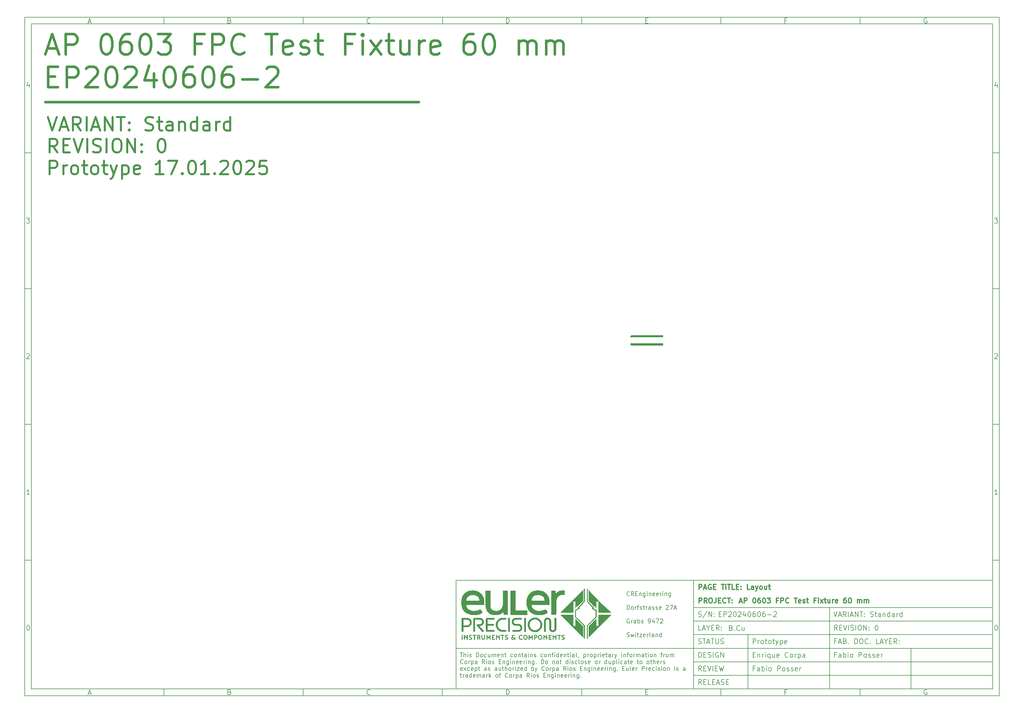
<source format=gbr>
%TF.GenerationSoftware,KiCad,Pcbnew,8.0.9-1.fc41*%
%TF.CreationDate,2025-03-16T15:34:31+01:00*%
%TF.ProjectId,0100_COVERSHEET,30313030-5f43-44f5-9645-525348454554,0*%
%TF.SameCoordinates,Original*%
%TF.FileFunction,Copper,L2,Bot*%
%TF.FilePolarity,Positive*%
%FSLAX46Y46*%
G04 Gerber Fmt 4.6, Leading zero omitted, Abs format (unit mm)*
G04 Created by KiCad (PCBNEW 8.0.9-1.fc41) date 2025-03-16 15:34:31*
%MOMM*%
%LPD*%
G01*
G04 APERTURE LIST*
%ADD10C,0.100000*%
%ADD11C,0.150000*%
%ADD12C,0.300000*%
%ADD13C,0.750000*%
%ADD14C,0.600000*%
%ADD15C,0.000001*%
%TA.AperFunction,Conductor*%
%ADD16C,0.000000*%
%TD*%
%ADD17C,0.200000*%
%TA.AperFunction,NonConductor*%
%ADD18C,0.200000*%
%TD*%
%TA.AperFunction,ViaPad*%
%ADD19C,0.500000*%
%TD*%
G04 APERTURE END LIST*
D10*
D11*
X7000000Y-203000000D02*
X290000000Y-203000000D01*
X290000000Y-7000000D01*
X7000000Y-7000000D01*
X7000000Y-203000000D01*
D10*
D11*
X132000000Y-171000000D02*
X290000000Y-171000000D01*
X290000000Y-203000000D01*
X132000000Y-203000000D01*
X132000000Y-171000000D01*
D10*
D11*
X202000000Y-203000000D02*
X202000000Y-171000000D01*
D10*
D11*
X290000000Y-199000000D02*
X202000000Y-199000000D01*
D10*
D11*
X290000000Y-195000000D02*
X202000000Y-195000000D01*
D10*
D11*
X290000000Y-191000000D02*
X201000000Y-191000000D01*
D10*
D11*
X290000000Y-187000000D02*
X202000000Y-187000000D01*
D10*
D11*
X290000000Y-183000000D02*
X202000000Y-183000000D01*
D10*
D11*
X290000000Y-179000000D02*
X202000000Y-179000000D01*
D10*
D11*
X266000000Y-203000000D02*
X266000000Y-191000000D01*
D10*
D11*
X242000000Y-203000000D02*
X242000000Y-179000000D01*
D10*
D11*
X218000000Y-203000000D02*
X218000000Y-187000000D01*
D10*
D12*
X203556710Y-173685528D02*
X203556710Y-172185528D01*
X203556710Y-172185528D02*
X204128139Y-172185528D01*
X204128139Y-172185528D02*
X204270996Y-172256957D01*
X204270996Y-172256957D02*
X204342425Y-172328385D01*
X204342425Y-172328385D02*
X204413853Y-172471242D01*
X204413853Y-172471242D02*
X204413853Y-172685528D01*
X204413853Y-172685528D02*
X204342425Y-172828385D01*
X204342425Y-172828385D02*
X204270996Y-172899814D01*
X204270996Y-172899814D02*
X204128139Y-172971242D01*
X204128139Y-172971242D02*
X203556710Y-172971242D01*
X204985282Y-173256957D02*
X205699568Y-173256957D01*
X204842425Y-173685528D02*
X205342425Y-172185528D01*
X205342425Y-172185528D02*
X205842425Y-173685528D01*
X207128139Y-172256957D02*
X206985282Y-172185528D01*
X206985282Y-172185528D02*
X206770996Y-172185528D01*
X206770996Y-172185528D02*
X206556710Y-172256957D01*
X206556710Y-172256957D02*
X206413853Y-172399814D01*
X206413853Y-172399814D02*
X206342424Y-172542671D01*
X206342424Y-172542671D02*
X206270996Y-172828385D01*
X206270996Y-172828385D02*
X206270996Y-173042671D01*
X206270996Y-173042671D02*
X206342424Y-173328385D01*
X206342424Y-173328385D02*
X206413853Y-173471242D01*
X206413853Y-173471242D02*
X206556710Y-173614100D01*
X206556710Y-173614100D02*
X206770996Y-173685528D01*
X206770996Y-173685528D02*
X206913853Y-173685528D01*
X206913853Y-173685528D02*
X207128139Y-173614100D01*
X207128139Y-173614100D02*
X207199567Y-173542671D01*
X207199567Y-173542671D02*
X207199567Y-173042671D01*
X207199567Y-173042671D02*
X206913853Y-173042671D01*
X207842424Y-172899814D02*
X208342424Y-172899814D01*
X208556710Y-173685528D02*
X207842424Y-173685528D01*
X207842424Y-173685528D02*
X207842424Y-172185528D01*
X207842424Y-172185528D02*
X208556710Y-172185528D01*
X210128139Y-172185528D02*
X210985282Y-172185528D01*
X210556710Y-173685528D02*
X210556710Y-172185528D01*
X211485281Y-173685528D02*
X211485281Y-172185528D01*
X211985282Y-172185528D02*
X212842425Y-172185528D01*
X212413853Y-173685528D02*
X212413853Y-172185528D01*
X214056710Y-173685528D02*
X213342424Y-173685528D01*
X213342424Y-173685528D02*
X213342424Y-172185528D01*
X214556710Y-172899814D02*
X215056710Y-172899814D01*
X215270996Y-173685528D02*
X214556710Y-173685528D01*
X214556710Y-173685528D02*
X214556710Y-172185528D01*
X214556710Y-172185528D02*
X215270996Y-172185528D01*
X215913853Y-173542671D02*
X215985282Y-173614100D01*
X215985282Y-173614100D02*
X215913853Y-173685528D01*
X215913853Y-173685528D02*
X215842425Y-173614100D01*
X215842425Y-173614100D02*
X215913853Y-173542671D01*
X215913853Y-173542671D02*
X215913853Y-173685528D01*
X215913853Y-172756957D02*
X215985282Y-172828385D01*
X215985282Y-172828385D02*
X215913853Y-172899814D01*
X215913853Y-172899814D02*
X215842425Y-172828385D01*
X215842425Y-172828385D02*
X215913853Y-172756957D01*
X215913853Y-172756957D02*
X215913853Y-172899814D01*
X218485282Y-173685528D02*
X217770996Y-173685528D01*
X217770996Y-173685528D02*
X217770996Y-172185528D01*
X219628140Y-173685528D02*
X219628140Y-172899814D01*
X219628140Y-172899814D02*
X219556711Y-172756957D01*
X219556711Y-172756957D02*
X219413854Y-172685528D01*
X219413854Y-172685528D02*
X219128140Y-172685528D01*
X219128140Y-172685528D02*
X218985282Y-172756957D01*
X219628140Y-173614100D02*
X219485282Y-173685528D01*
X219485282Y-173685528D02*
X219128140Y-173685528D01*
X219128140Y-173685528D02*
X218985282Y-173614100D01*
X218985282Y-173614100D02*
X218913854Y-173471242D01*
X218913854Y-173471242D02*
X218913854Y-173328385D01*
X218913854Y-173328385D02*
X218985282Y-173185528D01*
X218985282Y-173185528D02*
X219128140Y-173114100D01*
X219128140Y-173114100D02*
X219485282Y-173114100D01*
X219485282Y-173114100D02*
X219628140Y-173042671D01*
X220199568Y-172685528D02*
X220556711Y-173685528D01*
X220913854Y-172685528D02*
X220556711Y-173685528D01*
X220556711Y-173685528D02*
X220413854Y-174042671D01*
X220413854Y-174042671D02*
X220342425Y-174114100D01*
X220342425Y-174114100D02*
X220199568Y-174185528D01*
X221699568Y-173685528D02*
X221556711Y-173614100D01*
X221556711Y-173614100D02*
X221485282Y-173542671D01*
X221485282Y-173542671D02*
X221413854Y-173399814D01*
X221413854Y-173399814D02*
X221413854Y-172971242D01*
X221413854Y-172971242D02*
X221485282Y-172828385D01*
X221485282Y-172828385D02*
X221556711Y-172756957D01*
X221556711Y-172756957D02*
X221699568Y-172685528D01*
X221699568Y-172685528D02*
X221913854Y-172685528D01*
X221913854Y-172685528D02*
X222056711Y-172756957D01*
X222056711Y-172756957D02*
X222128140Y-172828385D01*
X222128140Y-172828385D02*
X222199568Y-172971242D01*
X222199568Y-172971242D02*
X222199568Y-173399814D01*
X222199568Y-173399814D02*
X222128140Y-173542671D01*
X222128140Y-173542671D02*
X222056711Y-173614100D01*
X222056711Y-173614100D02*
X221913854Y-173685528D01*
X221913854Y-173685528D02*
X221699568Y-173685528D01*
X223485283Y-172685528D02*
X223485283Y-173685528D01*
X222842425Y-172685528D02*
X222842425Y-173471242D01*
X222842425Y-173471242D02*
X222913854Y-173614100D01*
X222913854Y-173614100D02*
X223056711Y-173685528D01*
X223056711Y-173685528D02*
X223270997Y-173685528D01*
X223270997Y-173685528D02*
X223413854Y-173614100D01*
X223413854Y-173614100D02*
X223485283Y-173542671D01*
X223985283Y-172685528D02*
X224556711Y-172685528D01*
X224199568Y-172185528D02*
X224199568Y-173471242D01*
X224199568Y-173471242D02*
X224270997Y-173614100D01*
X224270997Y-173614100D02*
X224413854Y-173685528D01*
X224413854Y-173685528D02*
X224556711Y-173685528D01*
D10*
D11*
X201000000Y-191000000D02*
X132000000Y-191000000D01*
D10*
D12*
X203554510Y-177678328D02*
X203554510Y-176178328D01*
X203554510Y-176178328D02*
X204125939Y-176178328D01*
X204125939Y-176178328D02*
X204268796Y-176249757D01*
X204268796Y-176249757D02*
X204340225Y-176321185D01*
X204340225Y-176321185D02*
X204411653Y-176464042D01*
X204411653Y-176464042D02*
X204411653Y-176678328D01*
X204411653Y-176678328D02*
X204340225Y-176821185D01*
X204340225Y-176821185D02*
X204268796Y-176892614D01*
X204268796Y-176892614D02*
X204125939Y-176964042D01*
X204125939Y-176964042D02*
X203554510Y-176964042D01*
X205911653Y-177678328D02*
X205411653Y-176964042D01*
X205054510Y-177678328D02*
X205054510Y-176178328D01*
X205054510Y-176178328D02*
X205625939Y-176178328D01*
X205625939Y-176178328D02*
X205768796Y-176249757D01*
X205768796Y-176249757D02*
X205840225Y-176321185D01*
X205840225Y-176321185D02*
X205911653Y-176464042D01*
X205911653Y-176464042D02*
X205911653Y-176678328D01*
X205911653Y-176678328D02*
X205840225Y-176821185D01*
X205840225Y-176821185D02*
X205768796Y-176892614D01*
X205768796Y-176892614D02*
X205625939Y-176964042D01*
X205625939Y-176964042D02*
X205054510Y-176964042D01*
X206840225Y-176178328D02*
X207125939Y-176178328D01*
X207125939Y-176178328D02*
X207268796Y-176249757D01*
X207268796Y-176249757D02*
X207411653Y-176392614D01*
X207411653Y-176392614D02*
X207483082Y-176678328D01*
X207483082Y-176678328D02*
X207483082Y-177178328D01*
X207483082Y-177178328D02*
X207411653Y-177464042D01*
X207411653Y-177464042D02*
X207268796Y-177606900D01*
X207268796Y-177606900D02*
X207125939Y-177678328D01*
X207125939Y-177678328D02*
X206840225Y-177678328D01*
X206840225Y-177678328D02*
X206697368Y-177606900D01*
X206697368Y-177606900D02*
X206554510Y-177464042D01*
X206554510Y-177464042D02*
X206483082Y-177178328D01*
X206483082Y-177178328D02*
X206483082Y-176678328D01*
X206483082Y-176678328D02*
X206554510Y-176392614D01*
X206554510Y-176392614D02*
X206697368Y-176249757D01*
X206697368Y-176249757D02*
X206840225Y-176178328D01*
X208554511Y-176178328D02*
X208554511Y-177249757D01*
X208554511Y-177249757D02*
X208483082Y-177464042D01*
X208483082Y-177464042D02*
X208340225Y-177606900D01*
X208340225Y-177606900D02*
X208125939Y-177678328D01*
X208125939Y-177678328D02*
X207983082Y-177678328D01*
X209268796Y-176892614D02*
X209768796Y-176892614D01*
X209983082Y-177678328D02*
X209268796Y-177678328D01*
X209268796Y-177678328D02*
X209268796Y-176178328D01*
X209268796Y-176178328D02*
X209983082Y-176178328D01*
X211483082Y-177535471D02*
X211411654Y-177606900D01*
X211411654Y-177606900D02*
X211197368Y-177678328D01*
X211197368Y-177678328D02*
X211054511Y-177678328D01*
X211054511Y-177678328D02*
X210840225Y-177606900D01*
X210840225Y-177606900D02*
X210697368Y-177464042D01*
X210697368Y-177464042D02*
X210625939Y-177321185D01*
X210625939Y-177321185D02*
X210554511Y-177035471D01*
X210554511Y-177035471D02*
X210554511Y-176821185D01*
X210554511Y-176821185D02*
X210625939Y-176535471D01*
X210625939Y-176535471D02*
X210697368Y-176392614D01*
X210697368Y-176392614D02*
X210840225Y-176249757D01*
X210840225Y-176249757D02*
X211054511Y-176178328D01*
X211054511Y-176178328D02*
X211197368Y-176178328D01*
X211197368Y-176178328D02*
X211411654Y-176249757D01*
X211411654Y-176249757D02*
X211483082Y-176321185D01*
X211911654Y-176178328D02*
X212768797Y-176178328D01*
X212340225Y-177678328D02*
X212340225Y-176178328D01*
X213268796Y-177535471D02*
X213340225Y-177606900D01*
X213340225Y-177606900D02*
X213268796Y-177678328D01*
X213268796Y-177678328D02*
X213197368Y-177606900D01*
X213197368Y-177606900D02*
X213268796Y-177535471D01*
X213268796Y-177535471D02*
X213268796Y-177678328D01*
X213268796Y-176749757D02*
X213340225Y-176821185D01*
X213340225Y-176821185D02*
X213268796Y-176892614D01*
X213268796Y-176892614D02*
X213197368Y-176821185D01*
X213197368Y-176821185D02*
X213268796Y-176749757D01*
X213268796Y-176749757D02*
X213268796Y-176892614D01*
D10*
D11*
X203384398Y-181614700D02*
X203598684Y-181686128D01*
X203598684Y-181686128D02*
X203955826Y-181686128D01*
X203955826Y-181686128D02*
X204098684Y-181614700D01*
X204098684Y-181614700D02*
X204170112Y-181543271D01*
X204170112Y-181543271D02*
X204241541Y-181400414D01*
X204241541Y-181400414D02*
X204241541Y-181257557D01*
X204241541Y-181257557D02*
X204170112Y-181114700D01*
X204170112Y-181114700D02*
X204098684Y-181043271D01*
X204098684Y-181043271D02*
X203955826Y-180971842D01*
X203955826Y-180971842D02*
X203670112Y-180900414D01*
X203670112Y-180900414D02*
X203527255Y-180828985D01*
X203527255Y-180828985D02*
X203455826Y-180757557D01*
X203455826Y-180757557D02*
X203384398Y-180614700D01*
X203384398Y-180614700D02*
X203384398Y-180471842D01*
X203384398Y-180471842D02*
X203455826Y-180328985D01*
X203455826Y-180328985D02*
X203527255Y-180257557D01*
X203527255Y-180257557D02*
X203670112Y-180186128D01*
X203670112Y-180186128D02*
X204027255Y-180186128D01*
X204027255Y-180186128D02*
X204241541Y-180257557D01*
X205955826Y-180114700D02*
X204670112Y-182043271D01*
X206455826Y-181686128D02*
X206455826Y-180186128D01*
X206455826Y-180186128D02*
X207312969Y-181686128D01*
X207312969Y-181686128D02*
X207312969Y-180186128D01*
X208027255Y-181543271D02*
X208098684Y-181614700D01*
X208098684Y-181614700D02*
X208027255Y-181686128D01*
X208027255Y-181686128D02*
X207955827Y-181614700D01*
X207955827Y-181614700D02*
X208027255Y-181543271D01*
X208027255Y-181543271D02*
X208027255Y-181686128D01*
X208027255Y-180757557D02*
X208098684Y-180828985D01*
X208098684Y-180828985D02*
X208027255Y-180900414D01*
X208027255Y-180900414D02*
X207955827Y-180828985D01*
X207955827Y-180828985D02*
X208027255Y-180757557D01*
X208027255Y-180757557D02*
X208027255Y-180900414D01*
D10*
D11*
X203455826Y-193686128D02*
X203455826Y-192186128D01*
X203455826Y-192186128D02*
X203812969Y-192186128D01*
X203812969Y-192186128D02*
X204027255Y-192257557D01*
X204027255Y-192257557D02*
X204170112Y-192400414D01*
X204170112Y-192400414D02*
X204241541Y-192543271D01*
X204241541Y-192543271D02*
X204312969Y-192828985D01*
X204312969Y-192828985D02*
X204312969Y-193043271D01*
X204312969Y-193043271D02*
X204241541Y-193328985D01*
X204241541Y-193328985D02*
X204170112Y-193471842D01*
X204170112Y-193471842D02*
X204027255Y-193614700D01*
X204027255Y-193614700D02*
X203812969Y-193686128D01*
X203812969Y-193686128D02*
X203455826Y-193686128D01*
X204955826Y-192900414D02*
X205455826Y-192900414D01*
X205670112Y-193686128D02*
X204955826Y-193686128D01*
X204955826Y-193686128D02*
X204955826Y-192186128D01*
X204955826Y-192186128D02*
X205670112Y-192186128D01*
X206241541Y-193614700D02*
X206455827Y-193686128D01*
X206455827Y-193686128D02*
X206812969Y-193686128D01*
X206812969Y-193686128D02*
X206955827Y-193614700D01*
X206955827Y-193614700D02*
X207027255Y-193543271D01*
X207027255Y-193543271D02*
X207098684Y-193400414D01*
X207098684Y-193400414D02*
X207098684Y-193257557D01*
X207098684Y-193257557D02*
X207027255Y-193114700D01*
X207027255Y-193114700D02*
X206955827Y-193043271D01*
X206955827Y-193043271D02*
X206812969Y-192971842D01*
X206812969Y-192971842D02*
X206527255Y-192900414D01*
X206527255Y-192900414D02*
X206384398Y-192828985D01*
X206384398Y-192828985D02*
X206312969Y-192757557D01*
X206312969Y-192757557D02*
X206241541Y-192614700D01*
X206241541Y-192614700D02*
X206241541Y-192471842D01*
X206241541Y-192471842D02*
X206312969Y-192328985D01*
X206312969Y-192328985D02*
X206384398Y-192257557D01*
X206384398Y-192257557D02*
X206527255Y-192186128D01*
X206527255Y-192186128D02*
X206884398Y-192186128D01*
X206884398Y-192186128D02*
X207098684Y-192257557D01*
X207741540Y-193686128D02*
X207741540Y-192186128D01*
X209241541Y-192257557D02*
X209098684Y-192186128D01*
X209098684Y-192186128D02*
X208884398Y-192186128D01*
X208884398Y-192186128D02*
X208670112Y-192257557D01*
X208670112Y-192257557D02*
X208527255Y-192400414D01*
X208527255Y-192400414D02*
X208455826Y-192543271D01*
X208455826Y-192543271D02*
X208384398Y-192828985D01*
X208384398Y-192828985D02*
X208384398Y-193043271D01*
X208384398Y-193043271D02*
X208455826Y-193328985D01*
X208455826Y-193328985D02*
X208527255Y-193471842D01*
X208527255Y-193471842D02*
X208670112Y-193614700D01*
X208670112Y-193614700D02*
X208884398Y-193686128D01*
X208884398Y-193686128D02*
X209027255Y-193686128D01*
X209027255Y-193686128D02*
X209241541Y-193614700D01*
X209241541Y-193614700D02*
X209312969Y-193543271D01*
X209312969Y-193543271D02*
X209312969Y-193043271D01*
X209312969Y-193043271D02*
X209027255Y-193043271D01*
X209955826Y-193686128D02*
X209955826Y-192186128D01*
X209955826Y-192186128D02*
X210812969Y-193686128D01*
X210812969Y-193686128D02*
X210812969Y-192186128D01*
D10*
D11*
X204312969Y-197686128D02*
X203812969Y-196971842D01*
X203455826Y-197686128D02*
X203455826Y-196186128D01*
X203455826Y-196186128D02*
X204027255Y-196186128D01*
X204027255Y-196186128D02*
X204170112Y-196257557D01*
X204170112Y-196257557D02*
X204241541Y-196328985D01*
X204241541Y-196328985D02*
X204312969Y-196471842D01*
X204312969Y-196471842D02*
X204312969Y-196686128D01*
X204312969Y-196686128D02*
X204241541Y-196828985D01*
X204241541Y-196828985D02*
X204170112Y-196900414D01*
X204170112Y-196900414D02*
X204027255Y-196971842D01*
X204027255Y-196971842D02*
X203455826Y-196971842D01*
X204955826Y-196900414D02*
X205455826Y-196900414D01*
X205670112Y-197686128D02*
X204955826Y-197686128D01*
X204955826Y-197686128D02*
X204955826Y-196186128D01*
X204955826Y-196186128D02*
X205670112Y-196186128D01*
X206098684Y-196186128D02*
X206598684Y-197686128D01*
X206598684Y-197686128D02*
X207098684Y-196186128D01*
X207598683Y-197686128D02*
X207598683Y-196186128D01*
X208312969Y-196900414D02*
X208812969Y-196900414D01*
X209027255Y-197686128D02*
X208312969Y-197686128D01*
X208312969Y-197686128D02*
X208312969Y-196186128D01*
X208312969Y-196186128D02*
X209027255Y-196186128D01*
X209527255Y-196186128D02*
X209884398Y-197686128D01*
X209884398Y-197686128D02*
X210170112Y-196614700D01*
X210170112Y-196614700D02*
X210455827Y-197686128D01*
X210455827Y-197686128D02*
X210812970Y-196186128D01*
D10*
D11*
X204312969Y-201686128D02*
X203812969Y-200971842D01*
X203455826Y-201686128D02*
X203455826Y-200186128D01*
X203455826Y-200186128D02*
X204027255Y-200186128D01*
X204027255Y-200186128D02*
X204170112Y-200257557D01*
X204170112Y-200257557D02*
X204241541Y-200328985D01*
X204241541Y-200328985D02*
X204312969Y-200471842D01*
X204312969Y-200471842D02*
X204312969Y-200686128D01*
X204312969Y-200686128D02*
X204241541Y-200828985D01*
X204241541Y-200828985D02*
X204170112Y-200900414D01*
X204170112Y-200900414D02*
X204027255Y-200971842D01*
X204027255Y-200971842D02*
X203455826Y-200971842D01*
X204955826Y-200900414D02*
X205455826Y-200900414D01*
X205670112Y-201686128D02*
X204955826Y-201686128D01*
X204955826Y-201686128D02*
X204955826Y-200186128D01*
X204955826Y-200186128D02*
X205670112Y-200186128D01*
X207027255Y-201686128D02*
X206312969Y-201686128D01*
X206312969Y-201686128D02*
X206312969Y-200186128D01*
X207527255Y-200900414D02*
X208027255Y-200900414D01*
X208241541Y-201686128D02*
X207527255Y-201686128D01*
X207527255Y-201686128D02*
X207527255Y-200186128D01*
X207527255Y-200186128D02*
X208241541Y-200186128D01*
X208812970Y-201257557D02*
X209527256Y-201257557D01*
X208670113Y-201686128D02*
X209170113Y-200186128D01*
X209170113Y-200186128D02*
X209670113Y-201686128D01*
X210098684Y-201614700D02*
X210312970Y-201686128D01*
X210312970Y-201686128D02*
X210670112Y-201686128D01*
X210670112Y-201686128D02*
X210812970Y-201614700D01*
X210812970Y-201614700D02*
X210884398Y-201543271D01*
X210884398Y-201543271D02*
X210955827Y-201400414D01*
X210955827Y-201400414D02*
X210955827Y-201257557D01*
X210955827Y-201257557D02*
X210884398Y-201114700D01*
X210884398Y-201114700D02*
X210812970Y-201043271D01*
X210812970Y-201043271D02*
X210670112Y-200971842D01*
X210670112Y-200971842D02*
X210384398Y-200900414D01*
X210384398Y-200900414D02*
X210241541Y-200828985D01*
X210241541Y-200828985D02*
X210170112Y-200757557D01*
X210170112Y-200757557D02*
X210098684Y-200614700D01*
X210098684Y-200614700D02*
X210098684Y-200471842D01*
X210098684Y-200471842D02*
X210170112Y-200328985D01*
X210170112Y-200328985D02*
X210241541Y-200257557D01*
X210241541Y-200257557D02*
X210384398Y-200186128D01*
X210384398Y-200186128D02*
X210741541Y-200186128D01*
X210741541Y-200186128D02*
X210955827Y-200257557D01*
X211598683Y-200900414D02*
X212098683Y-200900414D01*
X212312969Y-201686128D02*
X211598683Y-201686128D01*
X211598683Y-201686128D02*
X211598683Y-200186128D01*
X211598683Y-200186128D02*
X212312969Y-200186128D01*
D10*
D11*
X243241541Y-180186128D02*
X243741541Y-181686128D01*
X243741541Y-181686128D02*
X244241541Y-180186128D01*
X244670112Y-181257557D02*
X245384398Y-181257557D01*
X244527255Y-181686128D02*
X245027255Y-180186128D01*
X245027255Y-180186128D02*
X245527255Y-181686128D01*
X246884397Y-181686128D02*
X246384397Y-180971842D01*
X246027254Y-181686128D02*
X246027254Y-180186128D01*
X246027254Y-180186128D02*
X246598683Y-180186128D01*
X246598683Y-180186128D02*
X246741540Y-180257557D01*
X246741540Y-180257557D02*
X246812969Y-180328985D01*
X246812969Y-180328985D02*
X246884397Y-180471842D01*
X246884397Y-180471842D02*
X246884397Y-180686128D01*
X246884397Y-180686128D02*
X246812969Y-180828985D01*
X246812969Y-180828985D02*
X246741540Y-180900414D01*
X246741540Y-180900414D02*
X246598683Y-180971842D01*
X246598683Y-180971842D02*
X246027254Y-180971842D01*
X247527254Y-181686128D02*
X247527254Y-180186128D01*
X248170112Y-181257557D02*
X248884398Y-181257557D01*
X248027255Y-181686128D02*
X248527255Y-180186128D01*
X248527255Y-180186128D02*
X249027255Y-181686128D01*
X249527254Y-181686128D02*
X249527254Y-180186128D01*
X249527254Y-180186128D02*
X250384397Y-181686128D01*
X250384397Y-181686128D02*
X250384397Y-180186128D01*
X250884398Y-180186128D02*
X251741541Y-180186128D01*
X251312969Y-181686128D02*
X251312969Y-180186128D01*
X252241540Y-181543271D02*
X252312969Y-181614700D01*
X252312969Y-181614700D02*
X252241540Y-181686128D01*
X252241540Y-181686128D02*
X252170112Y-181614700D01*
X252170112Y-181614700D02*
X252241540Y-181543271D01*
X252241540Y-181543271D02*
X252241540Y-181686128D01*
X252241540Y-180757557D02*
X252312969Y-180828985D01*
X252312969Y-180828985D02*
X252241540Y-180900414D01*
X252241540Y-180900414D02*
X252170112Y-180828985D01*
X252170112Y-180828985D02*
X252241540Y-180757557D01*
X252241540Y-180757557D02*
X252241540Y-180900414D01*
X254027255Y-181614700D02*
X254241541Y-181686128D01*
X254241541Y-181686128D02*
X254598683Y-181686128D01*
X254598683Y-181686128D02*
X254741541Y-181614700D01*
X254741541Y-181614700D02*
X254812969Y-181543271D01*
X254812969Y-181543271D02*
X254884398Y-181400414D01*
X254884398Y-181400414D02*
X254884398Y-181257557D01*
X254884398Y-181257557D02*
X254812969Y-181114700D01*
X254812969Y-181114700D02*
X254741541Y-181043271D01*
X254741541Y-181043271D02*
X254598683Y-180971842D01*
X254598683Y-180971842D02*
X254312969Y-180900414D01*
X254312969Y-180900414D02*
X254170112Y-180828985D01*
X254170112Y-180828985D02*
X254098683Y-180757557D01*
X254098683Y-180757557D02*
X254027255Y-180614700D01*
X254027255Y-180614700D02*
X254027255Y-180471842D01*
X254027255Y-180471842D02*
X254098683Y-180328985D01*
X254098683Y-180328985D02*
X254170112Y-180257557D01*
X254170112Y-180257557D02*
X254312969Y-180186128D01*
X254312969Y-180186128D02*
X254670112Y-180186128D01*
X254670112Y-180186128D02*
X254884398Y-180257557D01*
X255312969Y-180686128D02*
X255884397Y-180686128D01*
X255527254Y-180186128D02*
X255527254Y-181471842D01*
X255527254Y-181471842D02*
X255598683Y-181614700D01*
X255598683Y-181614700D02*
X255741540Y-181686128D01*
X255741540Y-181686128D02*
X255884397Y-181686128D01*
X257027255Y-181686128D02*
X257027255Y-180900414D01*
X257027255Y-180900414D02*
X256955826Y-180757557D01*
X256955826Y-180757557D02*
X256812969Y-180686128D01*
X256812969Y-180686128D02*
X256527255Y-180686128D01*
X256527255Y-180686128D02*
X256384397Y-180757557D01*
X257027255Y-181614700D02*
X256884397Y-181686128D01*
X256884397Y-181686128D02*
X256527255Y-181686128D01*
X256527255Y-181686128D02*
X256384397Y-181614700D01*
X256384397Y-181614700D02*
X256312969Y-181471842D01*
X256312969Y-181471842D02*
X256312969Y-181328985D01*
X256312969Y-181328985D02*
X256384397Y-181186128D01*
X256384397Y-181186128D02*
X256527255Y-181114700D01*
X256527255Y-181114700D02*
X256884397Y-181114700D01*
X256884397Y-181114700D02*
X257027255Y-181043271D01*
X257741540Y-180686128D02*
X257741540Y-181686128D01*
X257741540Y-180828985D02*
X257812969Y-180757557D01*
X257812969Y-180757557D02*
X257955826Y-180686128D01*
X257955826Y-180686128D02*
X258170112Y-180686128D01*
X258170112Y-180686128D02*
X258312969Y-180757557D01*
X258312969Y-180757557D02*
X258384398Y-180900414D01*
X258384398Y-180900414D02*
X258384398Y-181686128D01*
X259741541Y-181686128D02*
X259741541Y-180186128D01*
X259741541Y-181614700D02*
X259598683Y-181686128D01*
X259598683Y-181686128D02*
X259312969Y-181686128D01*
X259312969Y-181686128D02*
X259170112Y-181614700D01*
X259170112Y-181614700D02*
X259098683Y-181543271D01*
X259098683Y-181543271D02*
X259027255Y-181400414D01*
X259027255Y-181400414D02*
X259027255Y-180971842D01*
X259027255Y-180971842D02*
X259098683Y-180828985D01*
X259098683Y-180828985D02*
X259170112Y-180757557D01*
X259170112Y-180757557D02*
X259312969Y-180686128D01*
X259312969Y-180686128D02*
X259598683Y-180686128D01*
X259598683Y-180686128D02*
X259741541Y-180757557D01*
X261098684Y-181686128D02*
X261098684Y-180900414D01*
X261098684Y-180900414D02*
X261027255Y-180757557D01*
X261027255Y-180757557D02*
X260884398Y-180686128D01*
X260884398Y-180686128D02*
X260598684Y-180686128D01*
X260598684Y-180686128D02*
X260455826Y-180757557D01*
X261098684Y-181614700D02*
X260955826Y-181686128D01*
X260955826Y-181686128D02*
X260598684Y-181686128D01*
X260598684Y-181686128D02*
X260455826Y-181614700D01*
X260455826Y-181614700D02*
X260384398Y-181471842D01*
X260384398Y-181471842D02*
X260384398Y-181328985D01*
X260384398Y-181328985D02*
X260455826Y-181186128D01*
X260455826Y-181186128D02*
X260598684Y-181114700D01*
X260598684Y-181114700D02*
X260955826Y-181114700D01*
X260955826Y-181114700D02*
X261098684Y-181043271D01*
X261812969Y-181686128D02*
X261812969Y-180686128D01*
X261812969Y-180971842D02*
X261884398Y-180828985D01*
X261884398Y-180828985D02*
X261955827Y-180757557D01*
X261955827Y-180757557D02*
X262098684Y-180686128D01*
X262098684Y-180686128D02*
X262241541Y-180686128D01*
X263384398Y-181686128D02*
X263384398Y-180186128D01*
X263384398Y-181614700D02*
X263241540Y-181686128D01*
X263241540Y-181686128D02*
X262955826Y-181686128D01*
X262955826Y-181686128D02*
X262812969Y-181614700D01*
X262812969Y-181614700D02*
X262741540Y-181543271D01*
X262741540Y-181543271D02*
X262670112Y-181400414D01*
X262670112Y-181400414D02*
X262670112Y-180971842D01*
X262670112Y-180971842D02*
X262741540Y-180828985D01*
X262741540Y-180828985D02*
X262812969Y-180757557D01*
X262812969Y-180757557D02*
X262955826Y-180686128D01*
X262955826Y-180686128D02*
X263241540Y-180686128D01*
X263241540Y-180686128D02*
X263384398Y-180757557D01*
D10*
D11*
X244312969Y-185686128D02*
X243812969Y-184971842D01*
X243455826Y-185686128D02*
X243455826Y-184186128D01*
X243455826Y-184186128D02*
X244027255Y-184186128D01*
X244027255Y-184186128D02*
X244170112Y-184257557D01*
X244170112Y-184257557D02*
X244241541Y-184328985D01*
X244241541Y-184328985D02*
X244312969Y-184471842D01*
X244312969Y-184471842D02*
X244312969Y-184686128D01*
X244312969Y-184686128D02*
X244241541Y-184828985D01*
X244241541Y-184828985D02*
X244170112Y-184900414D01*
X244170112Y-184900414D02*
X244027255Y-184971842D01*
X244027255Y-184971842D02*
X243455826Y-184971842D01*
X244955826Y-184900414D02*
X245455826Y-184900414D01*
X245670112Y-185686128D02*
X244955826Y-185686128D01*
X244955826Y-185686128D02*
X244955826Y-184186128D01*
X244955826Y-184186128D02*
X245670112Y-184186128D01*
X246098684Y-184186128D02*
X246598684Y-185686128D01*
X246598684Y-185686128D02*
X247098684Y-184186128D01*
X247598683Y-185686128D02*
X247598683Y-184186128D01*
X248241541Y-185614700D02*
X248455827Y-185686128D01*
X248455827Y-185686128D02*
X248812969Y-185686128D01*
X248812969Y-185686128D02*
X248955827Y-185614700D01*
X248955827Y-185614700D02*
X249027255Y-185543271D01*
X249027255Y-185543271D02*
X249098684Y-185400414D01*
X249098684Y-185400414D02*
X249098684Y-185257557D01*
X249098684Y-185257557D02*
X249027255Y-185114700D01*
X249027255Y-185114700D02*
X248955827Y-185043271D01*
X248955827Y-185043271D02*
X248812969Y-184971842D01*
X248812969Y-184971842D02*
X248527255Y-184900414D01*
X248527255Y-184900414D02*
X248384398Y-184828985D01*
X248384398Y-184828985D02*
X248312969Y-184757557D01*
X248312969Y-184757557D02*
X248241541Y-184614700D01*
X248241541Y-184614700D02*
X248241541Y-184471842D01*
X248241541Y-184471842D02*
X248312969Y-184328985D01*
X248312969Y-184328985D02*
X248384398Y-184257557D01*
X248384398Y-184257557D02*
X248527255Y-184186128D01*
X248527255Y-184186128D02*
X248884398Y-184186128D01*
X248884398Y-184186128D02*
X249098684Y-184257557D01*
X249741540Y-185686128D02*
X249741540Y-184186128D01*
X250741541Y-184186128D02*
X251027255Y-184186128D01*
X251027255Y-184186128D02*
X251170112Y-184257557D01*
X251170112Y-184257557D02*
X251312969Y-184400414D01*
X251312969Y-184400414D02*
X251384398Y-184686128D01*
X251384398Y-184686128D02*
X251384398Y-185186128D01*
X251384398Y-185186128D02*
X251312969Y-185471842D01*
X251312969Y-185471842D02*
X251170112Y-185614700D01*
X251170112Y-185614700D02*
X251027255Y-185686128D01*
X251027255Y-185686128D02*
X250741541Y-185686128D01*
X250741541Y-185686128D02*
X250598684Y-185614700D01*
X250598684Y-185614700D02*
X250455826Y-185471842D01*
X250455826Y-185471842D02*
X250384398Y-185186128D01*
X250384398Y-185186128D02*
X250384398Y-184686128D01*
X250384398Y-184686128D02*
X250455826Y-184400414D01*
X250455826Y-184400414D02*
X250598684Y-184257557D01*
X250598684Y-184257557D02*
X250741541Y-184186128D01*
X252027255Y-185686128D02*
X252027255Y-184186128D01*
X252027255Y-184186128D02*
X252884398Y-185686128D01*
X252884398Y-185686128D02*
X252884398Y-184186128D01*
X253598684Y-185543271D02*
X253670113Y-185614700D01*
X253670113Y-185614700D02*
X253598684Y-185686128D01*
X253598684Y-185686128D02*
X253527256Y-185614700D01*
X253527256Y-185614700D02*
X253598684Y-185543271D01*
X253598684Y-185543271D02*
X253598684Y-185686128D01*
X253598684Y-184757557D02*
X253670113Y-184828985D01*
X253670113Y-184828985D02*
X253598684Y-184900414D01*
X253598684Y-184900414D02*
X253527256Y-184828985D01*
X253527256Y-184828985D02*
X253598684Y-184757557D01*
X253598684Y-184757557D02*
X253598684Y-184900414D01*
X255741542Y-184186128D02*
X255884399Y-184186128D01*
X255884399Y-184186128D02*
X256027256Y-184257557D01*
X256027256Y-184257557D02*
X256098685Y-184328985D01*
X256098685Y-184328985D02*
X256170113Y-184471842D01*
X256170113Y-184471842D02*
X256241542Y-184757557D01*
X256241542Y-184757557D02*
X256241542Y-185114700D01*
X256241542Y-185114700D02*
X256170113Y-185400414D01*
X256170113Y-185400414D02*
X256098685Y-185543271D01*
X256098685Y-185543271D02*
X256027256Y-185614700D01*
X256027256Y-185614700D02*
X255884399Y-185686128D01*
X255884399Y-185686128D02*
X255741542Y-185686128D01*
X255741542Y-185686128D02*
X255598685Y-185614700D01*
X255598685Y-185614700D02*
X255527256Y-185543271D01*
X255527256Y-185543271D02*
X255455827Y-185400414D01*
X255455827Y-185400414D02*
X255384399Y-185114700D01*
X255384399Y-185114700D02*
X255384399Y-184757557D01*
X255384399Y-184757557D02*
X255455827Y-184471842D01*
X255455827Y-184471842D02*
X255527256Y-184328985D01*
X255527256Y-184328985D02*
X255598685Y-184257557D01*
X255598685Y-184257557D02*
X255741542Y-184186128D01*
D10*
D11*
X203384398Y-189614700D02*
X203598684Y-189686128D01*
X203598684Y-189686128D02*
X203955826Y-189686128D01*
X203955826Y-189686128D02*
X204098684Y-189614700D01*
X204098684Y-189614700D02*
X204170112Y-189543271D01*
X204170112Y-189543271D02*
X204241541Y-189400414D01*
X204241541Y-189400414D02*
X204241541Y-189257557D01*
X204241541Y-189257557D02*
X204170112Y-189114700D01*
X204170112Y-189114700D02*
X204098684Y-189043271D01*
X204098684Y-189043271D02*
X203955826Y-188971842D01*
X203955826Y-188971842D02*
X203670112Y-188900414D01*
X203670112Y-188900414D02*
X203527255Y-188828985D01*
X203527255Y-188828985D02*
X203455826Y-188757557D01*
X203455826Y-188757557D02*
X203384398Y-188614700D01*
X203384398Y-188614700D02*
X203384398Y-188471842D01*
X203384398Y-188471842D02*
X203455826Y-188328985D01*
X203455826Y-188328985D02*
X203527255Y-188257557D01*
X203527255Y-188257557D02*
X203670112Y-188186128D01*
X203670112Y-188186128D02*
X204027255Y-188186128D01*
X204027255Y-188186128D02*
X204241541Y-188257557D01*
X204670112Y-188186128D02*
X205527255Y-188186128D01*
X205098683Y-189686128D02*
X205098683Y-188186128D01*
X205955826Y-189257557D02*
X206670112Y-189257557D01*
X205812969Y-189686128D02*
X206312969Y-188186128D01*
X206312969Y-188186128D02*
X206812969Y-189686128D01*
X207098683Y-188186128D02*
X207955826Y-188186128D01*
X207527254Y-189686128D02*
X207527254Y-188186128D01*
X208455825Y-188186128D02*
X208455825Y-189400414D01*
X208455825Y-189400414D02*
X208527254Y-189543271D01*
X208527254Y-189543271D02*
X208598683Y-189614700D01*
X208598683Y-189614700D02*
X208741540Y-189686128D01*
X208741540Y-189686128D02*
X209027254Y-189686128D01*
X209027254Y-189686128D02*
X209170111Y-189614700D01*
X209170111Y-189614700D02*
X209241540Y-189543271D01*
X209241540Y-189543271D02*
X209312968Y-189400414D01*
X209312968Y-189400414D02*
X209312968Y-188186128D01*
X209955826Y-189614700D02*
X210170112Y-189686128D01*
X210170112Y-189686128D02*
X210527254Y-189686128D01*
X210527254Y-189686128D02*
X210670112Y-189614700D01*
X210670112Y-189614700D02*
X210741540Y-189543271D01*
X210741540Y-189543271D02*
X210812969Y-189400414D01*
X210812969Y-189400414D02*
X210812969Y-189257557D01*
X210812969Y-189257557D02*
X210741540Y-189114700D01*
X210741540Y-189114700D02*
X210670112Y-189043271D01*
X210670112Y-189043271D02*
X210527254Y-188971842D01*
X210527254Y-188971842D02*
X210241540Y-188900414D01*
X210241540Y-188900414D02*
X210098683Y-188828985D01*
X210098683Y-188828985D02*
X210027254Y-188757557D01*
X210027254Y-188757557D02*
X209955826Y-188614700D01*
X209955826Y-188614700D02*
X209955826Y-188471842D01*
X209955826Y-188471842D02*
X210027254Y-188328985D01*
X210027254Y-188328985D02*
X210098683Y-188257557D01*
X210098683Y-188257557D02*
X210241540Y-188186128D01*
X210241540Y-188186128D02*
X210598683Y-188186128D01*
X210598683Y-188186128D02*
X210812969Y-188257557D01*
D10*
D11*
X219455826Y-189686128D02*
X219455826Y-188186128D01*
X219455826Y-188186128D02*
X220027255Y-188186128D01*
X220027255Y-188186128D02*
X220170112Y-188257557D01*
X220170112Y-188257557D02*
X220241541Y-188328985D01*
X220241541Y-188328985D02*
X220312969Y-188471842D01*
X220312969Y-188471842D02*
X220312969Y-188686128D01*
X220312969Y-188686128D02*
X220241541Y-188828985D01*
X220241541Y-188828985D02*
X220170112Y-188900414D01*
X220170112Y-188900414D02*
X220027255Y-188971842D01*
X220027255Y-188971842D02*
X219455826Y-188971842D01*
X220955826Y-189686128D02*
X220955826Y-188686128D01*
X220955826Y-188971842D02*
X221027255Y-188828985D01*
X221027255Y-188828985D02*
X221098684Y-188757557D01*
X221098684Y-188757557D02*
X221241541Y-188686128D01*
X221241541Y-188686128D02*
X221384398Y-188686128D01*
X222098683Y-189686128D02*
X221955826Y-189614700D01*
X221955826Y-189614700D02*
X221884397Y-189543271D01*
X221884397Y-189543271D02*
X221812969Y-189400414D01*
X221812969Y-189400414D02*
X221812969Y-188971842D01*
X221812969Y-188971842D02*
X221884397Y-188828985D01*
X221884397Y-188828985D02*
X221955826Y-188757557D01*
X221955826Y-188757557D02*
X222098683Y-188686128D01*
X222098683Y-188686128D02*
X222312969Y-188686128D01*
X222312969Y-188686128D02*
X222455826Y-188757557D01*
X222455826Y-188757557D02*
X222527255Y-188828985D01*
X222527255Y-188828985D02*
X222598683Y-188971842D01*
X222598683Y-188971842D02*
X222598683Y-189400414D01*
X222598683Y-189400414D02*
X222527255Y-189543271D01*
X222527255Y-189543271D02*
X222455826Y-189614700D01*
X222455826Y-189614700D02*
X222312969Y-189686128D01*
X222312969Y-189686128D02*
X222098683Y-189686128D01*
X223027255Y-188686128D02*
X223598683Y-188686128D01*
X223241540Y-188186128D02*
X223241540Y-189471842D01*
X223241540Y-189471842D02*
X223312969Y-189614700D01*
X223312969Y-189614700D02*
X223455826Y-189686128D01*
X223455826Y-189686128D02*
X223598683Y-189686128D01*
X224312969Y-189686128D02*
X224170112Y-189614700D01*
X224170112Y-189614700D02*
X224098683Y-189543271D01*
X224098683Y-189543271D02*
X224027255Y-189400414D01*
X224027255Y-189400414D02*
X224027255Y-188971842D01*
X224027255Y-188971842D02*
X224098683Y-188828985D01*
X224098683Y-188828985D02*
X224170112Y-188757557D01*
X224170112Y-188757557D02*
X224312969Y-188686128D01*
X224312969Y-188686128D02*
X224527255Y-188686128D01*
X224527255Y-188686128D02*
X224670112Y-188757557D01*
X224670112Y-188757557D02*
X224741541Y-188828985D01*
X224741541Y-188828985D02*
X224812969Y-188971842D01*
X224812969Y-188971842D02*
X224812969Y-189400414D01*
X224812969Y-189400414D02*
X224741541Y-189543271D01*
X224741541Y-189543271D02*
X224670112Y-189614700D01*
X224670112Y-189614700D02*
X224527255Y-189686128D01*
X224527255Y-189686128D02*
X224312969Y-189686128D01*
X225241541Y-188686128D02*
X225812969Y-188686128D01*
X225455826Y-188186128D02*
X225455826Y-189471842D01*
X225455826Y-189471842D02*
X225527255Y-189614700D01*
X225527255Y-189614700D02*
X225670112Y-189686128D01*
X225670112Y-189686128D02*
X225812969Y-189686128D01*
X226170112Y-188686128D02*
X226527255Y-189686128D01*
X226884398Y-188686128D02*
X226527255Y-189686128D01*
X226527255Y-189686128D02*
X226384398Y-190043271D01*
X226384398Y-190043271D02*
X226312969Y-190114700D01*
X226312969Y-190114700D02*
X226170112Y-190186128D01*
X227455826Y-188686128D02*
X227455826Y-190186128D01*
X227455826Y-188757557D02*
X227598684Y-188686128D01*
X227598684Y-188686128D02*
X227884398Y-188686128D01*
X227884398Y-188686128D02*
X228027255Y-188757557D01*
X228027255Y-188757557D02*
X228098684Y-188828985D01*
X228098684Y-188828985D02*
X228170112Y-188971842D01*
X228170112Y-188971842D02*
X228170112Y-189400414D01*
X228170112Y-189400414D02*
X228098684Y-189543271D01*
X228098684Y-189543271D02*
X228027255Y-189614700D01*
X228027255Y-189614700D02*
X227884398Y-189686128D01*
X227884398Y-189686128D02*
X227598684Y-189686128D01*
X227598684Y-189686128D02*
X227455826Y-189614700D01*
X229384398Y-189614700D02*
X229241541Y-189686128D01*
X229241541Y-189686128D02*
X228955827Y-189686128D01*
X228955827Y-189686128D02*
X228812969Y-189614700D01*
X228812969Y-189614700D02*
X228741541Y-189471842D01*
X228741541Y-189471842D02*
X228741541Y-188900414D01*
X228741541Y-188900414D02*
X228812969Y-188757557D01*
X228812969Y-188757557D02*
X228955827Y-188686128D01*
X228955827Y-188686128D02*
X229241541Y-188686128D01*
X229241541Y-188686128D02*
X229384398Y-188757557D01*
X229384398Y-188757557D02*
X229455827Y-188900414D01*
X229455827Y-188900414D02*
X229455827Y-189043271D01*
X229455827Y-189043271D02*
X228741541Y-189186128D01*
D10*
D11*
X219955826Y-196900414D02*
X219455826Y-196900414D01*
X219455826Y-197686128D02*
X219455826Y-196186128D01*
X219455826Y-196186128D02*
X220170112Y-196186128D01*
X221384398Y-197686128D02*
X221384398Y-196900414D01*
X221384398Y-196900414D02*
X221312969Y-196757557D01*
X221312969Y-196757557D02*
X221170112Y-196686128D01*
X221170112Y-196686128D02*
X220884398Y-196686128D01*
X220884398Y-196686128D02*
X220741540Y-196757557D01*
X221384398Y-197614700D02*
X221241540Y-197686128D01*
X221241540Y-197686128D02*
X220884398Y-197686128D01*
X220884398Y-197686128D02*
X220741540Y-197614700D01*
X220741540Y-197614700D02*
X220670112Y-197471842D01*
X220670112Y-197471842D02*
X220670112Y-197328985D01*
X220670112Y-197328985D02*
X220741540Y-197186128D01*
X220741540Y-197186128D02*
X220884398Y-197114700D01*
X220884398Y-197114700D02*
X221241540Y-197114700D01*
X221241540Y-197114700D02*
X221384398Y-197043271D01*
X222098683Y-197686128D02*
X222098683Y-196186128D01*
X222098683Y-196757557D02*
X222241541Y-196686128D01*
X222241541Y-196686128D02*
X222527255Y-196686128D01*
X222527255Y-196686128D02*
X222670112Y-196757557D01*
X222670112Y-196757557D02*
X222741541Y-196828985D01*
X222741541Y-196828985D02*
X222812969Y-196971842D01*
X222812969Y-196971842D02*
X222812969Y-197400414D01*
X222812969Y-197400414D02*
X222741541Y-197543271D01*
X222741541Y-197543271D02*
X222670112Y-197614700D01*
X222670112Y-197614700D02*
X222527255Y-197686128D01*
X222527255Y-197686128D02*
X222241541Y-197686128D01*
X222241541Y-197686128D02*
X222098683Y-197614700D01*
X223455826Y-197686128D02*
X223455826Y-196686128D01*
X223455826Y-196186128D02*
X223384398Y-196257557D01*
X223384398Y-196257557D02*
X223455826Y-196328985D01*
X223455826Y-196328985D02*
X223527255Y-196257557D01*
X223527255Y-196257557D02*
X223455826Y-196186128D01*
X223455826Y-196186128D02*
X223455826Y-196328985D01*
X224384398Y-197686128D02*
X224241541Y-197614700D01*
X224241541Y-197614700D02*
X224170112Y-197543271D01*
X224170112Y-197543271D02*
X224098684Y-197400414D01*
X224098684Y-197400414D02*
X224098684Y-196971842D01*
X224098684Y-196971842D02*
X224170112Y-196828985D01*
X224170112Y-196828985D02*
X224241541Y-196757557D01*
X224241541Y-196757557D02*
X224384398Y-196686128D01*
X224384398Y-196686128D02*
X224598684Y-196686128D01*
X224598684Y-196686128D02*
X224741541Y-196757557D01*
X224741541Y-196757557D02*
X224812970Y-196828985D01*
X224812970Y-196828985D02*
X224884398Y-196971842D01*
X224884398Y-196971842D02*
X224884398Y-197400414D01*
X224884398Y-197400414D02*
X224812970Y-197543271D01*
X224812970Y-197543271D02*
X224741541Y-197614700D01*
X224741541Y-197614700D02*
X224598684Y-197686128D01*
X224598684Y-197686128D02*
X224384398Y-197686128D01*
X226670112Y-197686128D02*
X226670112Y-196186128D01*
X226670112Y-196186128D02*
X227241541Y-196186128D01*
X227241541Y-196186128D02*
X227384398Y-196257557D01*
X227384398Y-196257557D02*
X227455827Y-196328985D01*
X227455827Y-196328985D02*
X227527255Y-196471842D01*
X227527255Y-196471842D02*
X227527255Y-196686128D01*
X227527255Y-196686128D02*
X227455827Y-196828985D01*
X227455827Y-196828985D02*
X227384398Y-196900414D01*
X227384398Y-196900414D02*
X227241541Y-196971842D01*
X227241541Y-196971842D02*
X226670112Y-196971842D01*
X228384398Y-197686128D02*
X228241541Y-197614700D01*
X228241541Y-197614700D02*
X228170112Y-197543271D01*
X228170112Y-197543271D02*
X228098684Y-197400414D01*
X228098684Y-197400414D02*
X228098684Y-196971842D01*
X228098684Y-196971842D02*
X228170112Y-196828985D01*
X228170112Y-196828985D02*
X228241541Y-196757557D01*
X228241541Y-196757557D02*
X228384398Y-196686128D01*
X228384398Y-196686128D02*
X228598684Y-196686128D01*
X228598684Y-196686128D02*
X228741541Y-196757557D01*
X228741541Y-196757557D02*
X228812970Y-196828985D01*
X228812970Y-196828985D02*
X228884398Y-196971842D01*
X228884398Y-196971842D02*
X228884398Y-197400414D01*
X228884398Y-197400414D02*
X228812970Y-197543271D01*
X228812970Y-197543271D02*
X228741541Y-197614700D01*
X228741541Y-197614700D02*
X228598684Y-197686128D01*
X228598684Y-197686128D02*
X228384398Y-197686128D01*
X229455827Y-197614700D02*
X229598684Y-197686128D01*
X229598684Y-197686128D02*
X229884398Y-197686128D01*
X229884398Y-197686128D02*
X230027255Y-197614700D01*
X230027255Y-197614700D02*
X230098684Y-197471842D01*
X230098684Y-197471842D02*
X230098684Y-197400414D01*
X230098684Y-197400414D02*
X230027255Y-197257557D01*
X230027255Y-197257557D02*
X229884398Y-197186128D01*
X229884398Y-197186128D02*
X229670113Y-197186128D01*
X229670113Y-197186128D02*
X229527255Y-197114700D01*
X229527255Y-197114700D02*
X229455827Y-196971842D01*
X229455827Y-196971842D02*
X229455827Y-196900414D01*
X229455827Y-196900414D02*
X229527255Y-196757557D01*
X229527255Y-196757557D02*
X229670113Y-196686128D01*
X229670113Y-196686128D02*
X229884398Y-196686128D01*
X229884398Y-196686128D02*
X230027255Y-196757557D01*
X230670113Y-197614700D02*
X230812970Y-197686128D01*
X230812970Y-197686128D02*
X231098684Y-197686128D01*
X231098684Y-197686128D02*
X231241541Y-197614700D01*
X231241541Y-197614700D02*
X231312970Y-197471842D01*
X231312970Y-197471842D02*
X231312970Y-197400414D01*
X231312970Y-197400414D02*
X231241541Y-197257557D01*
X231241541Y-197257557D02*
X231098684Y-197186128D01*
X231098684Y-197186128D02*
X230884399Y-197186128D01*
X230884399Y-197186128D02*
X230741541Y-197114700D01*
X230741541Y-197114700D02*
X230670113Y-196971842D01*
X230670113Y-196971842D02*
X230670113Y-196900414D01*
X230670113Y-196900414D02*
X230741541Y-196757557D01*
X230741541Y-196757557D02*
X230884399Y-196686128D01*
X230884399Y-196686128D02*
X231098684Y-196686128D01*
X231098684Y-196686128D02*
X231241541Y-196757557D01*
X232527256Y-197614700D02*
X232384399Y-197686128D01*
X232384399Y-197686128D02*
X232098685Y-197686128D01*
X232098685Y-197686128D02*
X231955827Y-197614700D01*
X231955827Y-197614700D02*
X231884399Y-197471842D01*
X231884399Y-197471842D02*
X231884399Y-196900414D01*
X231884399Y-196900414D02*
X231955827Y-196757557D01*
X231955827Y-196757557D02*
X232098685Y-196686128D01*
X232098685Y-196686128D02*
X232384399Y-196686128D01*
X232384399Y-196686128D02*
X232527256Y-196757557D01*
X232527256Y-196757557D02*
X232598685Y-196900414D01*
X232598685Y-196900414D02*
X232598685Y-197043271D01*
X232598685Y-197043271D02*
X231884399Y-197186128D01*
X233241541Y-197686128D02*
X233241541Y-196686128D01*
X233241541Y-196971842D02*
X233312970Y-196828985D01*
X233312970Y-196828985D02*
X233384399Y-196757557D01*
X233384399Y-196757557D02*
X233527256Y-196686128D01*
X233527256Y-196686128D02*
X233670113Y-196686128D01*
D10*
D11*
X219455826Y-192900414D02*
X219955826Y-192900414D01*
X220170112Y-193686128D02*
X219455826Y-193686128D01*
X219455826Y-193686128D02*
X219455826Y-192186128D01*
X219455826Y-192186128D02*
X220170112Y-192186128D01*
X220812969Y-192686128D02*
X220812969Y-193686128D01*
X220812969Y-192828985D02*
X220884398Y-192757557D01*
X220884398Y-192757557D02*
X221027255Y-192686128D01*
X221027255Y-192686128D02*
X221241541Y-192686128D01*
X221241541Y-192686128D02*
X221384398Y-192757557D01*
X221384398Y-192757557D02*
X221455827Y-192900414D01*
X221455827Y-192900414D02*
X221455827Y-193686128D01*
X222170112Y-193686128D02*
X222170112Y-192686128D01*
X222170112Y-192971842D02*
X222241541Y-192828985D01*
X222241541Y-192828985D02*
X222312970Y-192757557D01*
X222312970Y-192757557D02*
X222455827Y-192686128D01*
X222455827Y-192686128D02*
X222598684Y-192686128D01*
X223098683Y-193686128D02*
X223098683Y-192686128D01*
X223098683Y-192186128D02*
X223027255Y-192257557D01*
X223027255Y-192257557D02*
X223098683Y-192328985D01*
X223098683Y-192328985D02*
X223170112Y-192257557D01*
X223170112Y-192257557D02*
X223098683Y-192186128D01*
X223098683Y-192186128D02*
X223098683Y-192328985D01*
X224455827Y-192686128D02*
X224455827Y-194186128D01*
X224455827Y-193614700D02*
X224312969Y-193686128D01*
X224312969Y-193686128D02*
X224027255Y-193686128D01*
X224027255Y-193686128D02*
X223884398Y-193614700D01*
X223884398Y-193614700D02*
X223812969Y-193543271D01*
X223812969Y-193543271D02*
X223741541Y-193400414D01*
X223741541Y-193400414D02*
X223741541Y-192971842D01*
X223741541Y-192971842D02*
X223812969Y-192828985D01*
X223812969Y-192828985D02*
X223884398Y-192757557D01*
X223884398Y-192757557D02*
X224027255Y-192686128D01*
X224027255Y-192686128D02*
X224312969Y-192686128D01*
X224312969Y-192686128D02*
X224455827Y-192757557D01*
X225812970Y-192686128D02*
X225812970Y-193686128D01*
X225170112Y-192686128D02*
X225170112Y-193471842D01*
X225170112Y-193471842D02*
X225241541Y-193614700D01*
X225241541Y-193614700D02*
X225384398Y-193686128D01*
X225384398Y-193686128D02*
X225598684Y-193686128D01*
X225598684Y-193686128D02*
X225741541Y-193614700D01*
X225741541Y-193614700D02*
X225812970Y-193543271D01*
X227098684Y-193614700D02*
X226955827Y-193686128D01*
X226955827Y-193686128D02*
X226670113Y-193686128D01*
X226670113Y-193686128D02*
X226527255Y-193614700D01*
X226527255Y-193614700D02*
X226455827Y-193471842D01*
X226455827Y-193471842D02*
X226455827Y-192900414D01*
X226455827Y-192900414D02*
X226527255Y-192757557D01*
X226527255Y-192757557D02*
X226670113Y-192686128D01*
X226670113Y-192686128D02*
X226955827Y-192686128D01*
X226955827Y-192686128D02*
X227098684Y-192757557D01*
X227098684Y-192757557D02*
X227170113Y-192900414D01*
X227170113Y-192900414D02*
X227170113Y-193043271D01*
X227170113Y-193043271D02*
X226455827Y-193186128D01*
X229812969Y-193543271D02*
X229741541Y-193614700D01*
X229741541Y-193614700D02*
X229527255Y-193686128D01*
X229527255Y-193686128D02*
X229384398Y-193686128D01*
X229384398Y-193686128D02*
X229170112Y-193614700D01*
X229170112Y-193614700D02*
X229027255Y-193471842D01*
X229027255Y-193471842D02*
X228955826Y-193328985D01*
X228955826Y-193328985D02*
X228884398Y-193043271D01*
X228884398Y-193043271D02*
X228884398Y-192828985D01*
X228884398Y-192828985D02*
X228955826Y-192543271D01*
X228955826Y-192543271D02*
X229027255Y-192400414D01*
X229027255Y-192400414D02*
X229170112Y-192257557D01*
X229170112Y-192257557D02*
X229384398Y-192186128D01*
X229384398Y-192186128D02*
X229527255Y-192186128D01*
X229527255Y-192186128D02*
X229741541Y-192257557D01*
X229741541Y-192257557D02*
X229812969Y-192328985D01*
X230670112Y-193686128D02*
X230527255Y-193614700D01*
X230527255Y-193614700D02*
X230455826Y-193543271D01*
X230455826Y-193543271D02*
X230384398Y-193400414D01*
X230384398Y-193400414D02*
X230384398Y-192971842D01*
X230384398Y-192971842D02*
X230455826Y-192828985D01*
X230455826Y-192828985D02*
X230527255Y-192757557D01*
X230527255Y-192757557D02*
X230670112Y-192686128D01*
X230670112Y-192686128D02*
X230884398Y-192686128D01*
X230884398Y-192686128D02*
X231027255Y-192757557D01*
X231027255Y-192757557D02*
X231098684Y-192828985D01*
X231098684Y-192828985D02*
X231170112Y-192971842D01*
X231170112Y-192971842D02*
X231170112Y-193400414D01*
X231170112Y-193400414D02*
X231098684Y-193543271D01*
X231098684Y-193543271D02*
X231027255Y-193614700D01*
X231027255Y-193614700D02*
X230884398Y-193686128D01*
X230884398Y-193686128D02*
X230670112Y-193686128D01*
X231812969Y-193686128D02*
X231812969Y-192686128D01*
X231812969Y-192971842D02*
X231884398Y-192828985D01*
X231884398Y-192828985D02*
X231955827Y-192757557D01*
X231955827Y-192757557D02*
X232098684Y-192686128D01*
X232098684Y-192686128D02*
X232241541Y-192686128D01*
X232741540Y-192686128D02*
X232741540Y-194186128D01*
X232741540Y-192757557D02*
X232884398Y-192686128D01*
X232884398Y-192686128D02*
X233170112Y-192686128D01*
X233170112Y-192686128D02*
X233312969Y-192757557D01*
X233312969Y-192757557D02*
X233384398Y-192828985D01*
X233384398Y-192828985D02*
X233455826Y-192971842D01*
X233455826Y-192971842D02*
X233455826Y-193400414D01*
X233455826Y-193400414D02*
X233384398Y-193543271D01*
X233384398Y-193543271D02*
X233312969Y-193614700D01*
X233312969Y-193614700D02*
X233170112Y-193686128D01*
X233170112Y-193686128D02*
X232884398Y-193686128D01*
X232884398Y-193686128D02*
X232741540Y-193614700D01*
X234741541Y-193686128D02*
X234741541Y-192900414D01*
X234741541Y-192900414D02*
X234670112Y-192757557D01*
X234670112Y-192757557D02*
X234527255Y-192686128D01*
X234527255Y-192686128D02*
X234241541Y-192686128D01*
X234241541Y-192686128D02*
X234098683Y-192757557D01*
X234741541Y-193614700D02*
X234598683Y-193686128D01*
X234598683Y-193686128D02*
X234241541Y-193686128D01*
X234241541Y-193686128D02*
X234098683Y-193614700D01*
X234098683Y-193614700D02*
X234027255Y-193471842D01*
X234027255Y-193471842D02*
X234027255Y-193328985D01*
X234027255Y-193328985D02*
X234098683Y-193186128D01*
X234098683Y-193186128D02*
X234241541Y-193114700D01*
X234241541Y-193114700D02*
X234598683Y-193114700D01*
X234598683Y-193114700D02*
X234741541Y-193043271D01*
D10*
D11*
X243955826Y-192900414D02*
X243455826Y-192900414D01*
X243455826Y-193686128D02*
X243455826Y-192186128D01*
X243455826Y-192186128D02*
X244170112Y-192186128D01*
X245384398Y-193686128D02*
X245384398Y-192900414D01*
X245384398Y-192900414D02*
X245312969Y-192757557D01*
X245312969Y-192757557D02*
X245170112Y-192686128D01*
X245170112Y-192686128D02*
X244884398Y-192686128D01*
X244884398Y-192686128D02*
X244741540Y-192757557D01*
X245384398Y-193614700D02*
X245241540Y-193686128D01*
X245241540Y-193686128D02*
X244884398Y-193686128D01*
X244884398Y-193686128D02*
X244741540Y-193614700D01*
X244741540Y-193614700D02*
X244670112Y-193471842D01*
X244670112Y-193471842D02*
X244670112Y-193328985D01*
X244670112Y-193328985D02*
X244741540Y-193186128D01*
X244741540Y-193186128D02*
X244884398Y-193114700D01*
X244884398Y-193114700D02*
X245241540Y-193114700D01*
X245241540Y-193114700D02*
X245384398Y-193043271D01*
X246098683Y-193686128D02*
X246098683Y-192186128D01*
X246098683Y-192757557D02*
X246241541Y-192686128D01*
X246241541Y-192686128D02*
X246527255Y-192686128D01*
X246527255Y-192686128D02*
X246670112Y-192757557D01*
X246670112Y-192757557D02*
X246741541Y-192828985D01*
X246741541Y-192828985D02*
X246812969Y-192971842D01*
X246812969Y-192971842D02*
X246812969Y-193400414D01*
X246812969Y-193400414D02*
X246741541Y-193543271D01*
X246741541Y-193543271D02*
X246670112Y-193614700D01*
X246670112Y-193614700D02*
X246527255Y-193686128D01*
X246527255Y-193686128D02*
X246241541Y-193686128D01*
X246241541Y-193686128D02*
X246098683Y-193614700D01*
X247455826Y-193686128D02*
X247455826Y-192686128D01*
X247455826Y-192186128D02*
X247384398Y-192257557D01*
X247384398Y-192257557D02*
X247455826Y-192328985D01*
X247455826Y-192328985D02*
X247527255Y-192257557D01*
X247527255Y-192257557D02*
X247455826Y-192186128D01*
X247455826Y-192186128D02*
X247455826Y-192328985D01*
X248384398Y-193686128D02*
X248241541Y-193614700D01*
X248241541Y-193614700D02*
X248170112Y-193543271D01*
X248170112Y-193543271D02*
X248098684Y-193400414D01*
X248098684Y-193400414D02*
X248098684Y-192971842D01*
X248098684Y-192971842D02*
X248170112Y-192828985D01*
X248170112Y-192828985D02*
X248241541Y-192757557D01*
X248241541Y-192757557D02*
X248384398Y-192686128D01*
X248384398Y-192686128D02*
X248598684Y-192686128D01*
X248598684Y-192686128D02*
X248741541Y-192757557D01*
X248741541Y-192757557D02*
X248812970Y-192828985D01*
X248812970Y-192828985D02*
X248884398Y-192971842D01*
X248884398Y-192971842D02*
X248884398Y-193400414D01*
X248884398Y-193400414D02*
X248812970Y-193543271D01*
X248812970Y-193543271D02*
X248741541Y-193614700D01*
X248741541Y-193614700D02*
X248598684Y-193686128D01*
X248598684Y-193686128D02*
X248384398Y-193686128D01*
X250670112Y-193686128D02*
X250670112Y-192186128D01*
X250670112Y-192186128D02*
X251241541Y-192186128D01*
X251241541Y-192186128D02*
X251384398Y-192257557D01*
X251384398Y-192257557D02*
X251455827Y-192328985D01*
X251455827Y-192328985D02*
X251527255Y-192471842D01*
X251527255Y-192471842D02*
X251527255Y-192686128D01*
X251527255Y-192686128D02*
X251455827Y-192828985D01*
X251455827Y-192828985D02*
X251384398Y-192900414D01*
X251384398Y-192900414D02*
X251241541Y-192971842D01*
X251241541Y-192971842D02*
X250670112Y-192971842D01*
X252384398Y-193686128D02*
X252241541Y-193614700D01*
X252241541Y-193614700D02*
X252170112Y-193543271D01*
X252170112Y-193543271D02*
X252098684Y-193400414D01*
X252098684Y-193400414D02*
X252098684Y-192971842D01*
X252098684Y-192971842D02*
X252170112Y-192828985D01*
X252170112Y-192828985D02*
X252241541Y-192757557D01*
X252241541Y-192757557D02*
X252384398Y-192686128D01*
X252384398Y-192686128D02*
X252598684Y-192686128D01*
X252598684Y-192686128D02*
X252741541Y-192757557D01*
X252741541Y-192757557D02*
X252812970Y-192828985D01*
X252812970Y-192828985D02*
X252884398Y-192971842D01*
X252884398Y-192971842D02*
X252884398Y-193400414D01*
X252884398Y-193400414D02*
X252812970Y-193543271D01*
X252812970Y-193543271D02*
X252741541Y-193614700D01*
X252741541Y-193614700D02*
X252598684Y-193686128D01*
X252598684Y-193686128D02*
X252384398Y-193686128D01*
X253455827Y-193614700D02*
X253598684Y-193686128D01*
X253598684Y-193686128D02*
X253884398Y-193686128D01*
X253884398Y-193686128D02*
X254027255Y-193614700D01*
X254027255Y-193614700D02*
X254098684Y-193471842D01*
X254098684Y-193471842D02*
X254098684Y-193400414D01*
X254098684Y-193400414D02*
X254027255Y-193257557D01*
X254027255Y-193257557D02*
X253884398Y-193186128D01*
X253884398Y-193186128D02*
X253670113Y-193186128D01*
X253670113Y-193186128D02*
X253527255Y-193114700D01*
X253527255Y-193114700D02*
X253455827Y-192971842D01*
X253455827Y-192971842D02*
X253455827Y-192900414D01*
X253455827Y-192900414D02*
X253527255Y-192757557D01*
X253527255Y-192757557D02*
X253670113Y-192686128D01*
X253670113Y-192686128D02*
X253884398Y-192686128D01*
X253884398Y-192686128D02*
X254027255Y-192757557D01*
X254670113Y-193614700D02*
X254812970Y-193686128D01*
X254812970Y-193686128D02*
X255098684Y-193686128D01*
X255098684Y-193686128D02*
X255241541Y-193614700D01*
X255241541Y-193614700D02*
X255312970Y-193471842D01*
X255312970Y-193471842D02*
X255312970Y-193400414D01*
X255312970Y-193400414D02*
X255241541Y-193257557D01*
X255241541Y-193257557D02*
X255098684Y-193186128D01*
X255098684Y-193186128D02*
X254884399Y-193186128D01*
X254884399Y-193186128D02*
X254741541Y-193114700D01*
X254741541Y-193114700D02*
X254670113Y-192971842D01*
X254670113Y-192971842D02*
X254670113Y-192900414D01*
X254670113Y-192900414D02*
X254741541Y-192757557D01*
X254741541Y-192757557D02*
X254884399Y-192686128D01*
X254884399Y-192686128D02*
X255098684Y-192686128D01*
X255098684Y-192686128D02*
X255241541Y-192757557D01*
X256527256Y-193614700D02*
X256384399Y-193686128D01*
X256384399Y-193686128D02*
X256098685Y-193686128D01*
X256098685Y-193686128D02*
X255955827Y-193614700D01*
X255955827Y-193614700D02*
X255884399Y-193471842D01*
X255884399Y-193471842D02*
X255884399Y-192900414D01*
X255884399Y-192900414D02*
X255955827Y-192757557D01*
X255955827Y-192757557D02*
X256098685Y-192686128D01*
X256098685Y-192686128D02*
X256384399Y-192686128D01*
X256384399Y-192686128D02*
X256527256Y-192757557D01*
X256527256Y-192757557D02*
X256598685Y-192900414D01*
X256598685Y-192900414D02*
X256598685Y-193043271D01*
X256598685Y-193043271D02*
X255884399Y-193186128D01*
X257241541Y-193686128D02*
X257241541Y-192686128D01*
X257241541Y-192971842D02*
X257312970Y-192828985D01*
X257312970Y-192828985D02*
X257384399Y-192757557D01*
X257384399Y-192757557D02*
X257527256Y-192686128D01*
X257527256Y-192686128D02*
X257670113Y-192686128D01*
D10*
D12*
X215483282Y-177249957D02*
X216197568Y-177249957D01*
X215340425Y-177678528D02*
X215840425Y-176178528D01*
X215840425Y-176178528D02*
X216340425Y-177678528D01*
X216840424Y-177678528D02*
X216840424Y-176178528D01*
X216840424Y-176178528D02*
X217411853Y-176178528D01*
X217411853Y-176178528D02*
X217554710Y-176249957D01*
X217554710Y-176249957D02*
X217626139Y-176321385D01*
X217626139Y-176321385D02*
X217697567Y-176464242D01*
X217697567Y-176464242D02*
X217697567Y-176678528D01*
X217697567Y-176678528D02*
X217626139Y-176821385D01*
X217626139Y-176821385D02*
X217554710Y-176892814D01*
X217554710Y-176892814D02*
X217411853Y-176964242D01*
X217411853Y-176964242D02*
X216840424Y-176964242D01*
X219768996Y-176178528D02*
X219911853Y-176178528D01*
X219911853Y-176178528D02*
X220054710Y-176249957D01*
X220054710Y-176249957D02*
X220126139Y-176321385D01*
X220126139Y-176321385D02*
X220197567Y-176464242D01*
X220197567Y-176464242D02*
X220268996Y-176749957D01*
X220268996Y-176749957D02*
X220268996Y-177107100D01*
X220268996Y-177107100D02*
X220197567Y-177392814D01*
X220197567Y-177392814D02*
X220126139Y-177535671D01*
X220126139Y-177535671D02*
X220054710Y-177607100D01*
X220054710Y-177607100D02*
X219911853Y-177678528D01*
X219911853Y-177678528D02*
X219768996Y-177678528D01*
X219768996Y-177678528D02*
X219626139Y-177607100D01*
X219626139Y-177607100D02*
X219554710Y-177535671D01*
X219554710Y-177535671D02*
X219483281Y-177392814D01*
X219483281Y-177392814D02*
X219411853Y-177107100D01*
X219411853Y-177107100D02*
X219411853Y-176749957D01*
X219411853Y-176749957D02*
X219483281Y-176464242D01*
X219483281Y-176464242D02*
X219554710Y-176321385D01*
X219554710Y-176321385D02*
X219626139Y-176249957D01*
X219626139Y-176249957D02*
X219768996Y-176178528D01*
X221554710Y-176178528D02*
X221268995Y-176178528D01*
X221268995Y-176178528D02*
X221126138Y-176249957D01*
X221126138Y-176249957D02*
X221054710Y-176321385D01*
X221054710Y-176321385D02*
X220911852Y-176535671D01*
X220911852Y-176535671D02*
X220840424Y-176821385D01*
X220840424Y-176821385D02*
X220840424Y-177392814D01*
X220840424Y-177392814D02*
X220911852Y-177535671D01*
X220911852Y-177535671D02*
X220983281Y-177607100D01*
X220983281Y-177607100D02*
X221126138Y-177678528D01*
X221126138Y-177678528D02*
X221411852Y-177678528D01*
X221411852Y-177678528D02*
X221554710Y-177607100D01*
X221554710Y-177607100D02*
X221626138Y-177535671D01*
X221626138Y-177535671D02*
X221697567Y-177392814D01*
X221697567Y-177392814D02*
X221697567Y-177035671D01*
X221697567Y-177035671D02*
X221626138Y-176892814D01*
X221626138Y-176892814D02*
X221554710Y-176821385D01*
X221554710Y-176821385D02*
X221411852Y-176749957D01*
X221411852Y-176749957D02*
X221126138Y-176749957D01*
X221126138Y-176749957D02*
X220983281Y-176821385D01*
X220983281Y-176821385D02*
X220911852Y-176892814D01*
X220911852Y-176892814D02*
X220840424Y-177035671D01*
X222626138Y-176178528D02*
X222768995Y-176178528D01*
X222768995Y-176178528D02*
X222911852Y-176249957D01*
X222911852Y-176249957D02*
X222983281Y-176321385D01*
X222983281Y-176321385D02*
X223054709Y-176464242D01*
X223054709Y-176464242D02*
X223126138Y-176749957D01*
X223126138Y-176749957D02*
X223126138Y-177107100D01*
X223126138Y-177107100D02*
X223054709Y-177392814D01*
X223054709Y-177392814D02*
X222983281Y-177535671D01*
X222983281Y-177535671D02*
X222911852Y-177607100D01*
X222911852Y-177607100D02*
X222768995Y-177678528D01*
X222768995Y-177678528D02*
X222626138Y-177678528D01*
X222626138Y-177678528D02*
X222483281Y-177607100D01*
X222483281Y-177607100D02*
X222411852Y-177535671D01*
X222411852Y-177535671D02*
X222340423Y-177392814D01*
X222340423Y-177392814D02*
X222268995Y-177107100D01*
X222268995Y-177107100D02*
X222268995Y-176749957D01*
X222268995Y-176749957D02*
X222340423Y-176464242D01*
X222340423Y-176464242D02*
X222411852Y-176321385D01*
X222411852Y-176321385D02*
X222483281Y-176249957D01*
X222483281Y-176249957D02*
X222626138Y-176178528D01*
X223626137Y-176178528D02*
X224554709Y-176178528D01*
X224554709Y-176178528D02*
X224054709Y-176749957D01*
X224054709Y-176749957D02*
X224268994Y-176749957D01*
X224268994Y-176749957D02*
X224411852Y-176821385D01*
X224411852Y-176821385D02*
X224483280Y-176892814D01*
X224483280Y-176892814D02*
X224554709Y-177035671D01*
X224554709Y-177035671D02*
X224554709Y-177392814D01*
X224554709Y-177392814D02*
X224483280Y-177535671D01*
X224483280Y-177535671D02*
X224411852Y-177607100D01*
X224411852Y-177607100D02*
X224268994Y-177678528D01*
X224268994Y-177678528D02*
X223840423Y-177678528D01*
X223840423Y-177678528D02*
X223697566Y-177607100D01*
X223697566Y-177607100D02*
X223626137Y-177535671D01*
X226840422Y-176892814D02*
X226340422Y-176892814D01*
X226340422Y-177678528D02*
X226340422Y-176178528D01*
X226340422Y-176178528D02*
X227054708Y-176178528D01*
X227626136Y-177678528D02*
X227626136Y-176178528D01*
X227626136Y-176178528D02*
X228197565Y-176178528D01*
X228197565Y-176178528D02*
X228340422Y-176249957D01*
X228340422Y-176249957D02*
X228411851Y-176321385D01*
X228411851Y-176321385D02*
X228483279Y-176464242D01*
X228483279Y-176464242D02*
X228483279Y-176678528D01*
X228483279Y-176678528D02*
X228411851Y-176821385D01*
X228411851Y-176821385D02*
X228340422Y-176892814D01*
X228340422Y-176892814D02*
X228197565Y-176964242D01*
X228197565Y-176964242D02*
X227626136Y-176964242D01*
X229983279Y-177535671D02*
X229911851Y-177607100D01*
X229911851Y-177607100D02*
X229697565Y-177678528D01*
X229697565Y-177678528D02*
X229554708Y-177678528D01*
X229554708Y-177678528D02*
X229340422Y-177607100D01*
X229340422Y-177607100D02*
X229197565Y-177464242D01*
X229197565Y-177464242D02*
X229126136Y-177321385D01*
X229126136Y-177321385D02*
X229054708Y-177035671D01*
X229054708Y-177035671D02*
X229054708Y-176821385D01*
X229054708Y-176821385D02*
X229126136Y-176535671D01*
X229126136Y-176535671D02*
X229197565Y-176392814D01*
X229197565Y-176392814D02*
X229340422Y-176249957D01*
X229340422Y-176249957D02*
X229554708Y-176178528D01*
X229554708Y-176178528D02*
X229697565Y-176178528D01*
X229697565Y-176178528D02*
X229911851Y-176249957D01*
X229911851Y-176249957D02*
X229983279Y-176321385D01*
X231554708Y-176178528D02*
X232411851Y-176178528D01*
X231983279Y-177678528D02*
X231983279Y-176178528D01*
X233483279Y-177607100D02*
X233340422Y-177678528D01*
X233340422Y-177678528D02*
X233054708Y-177678528D01*
X233054708Y-177678528D02*
X232911850Y-177607100D01*
X232911850Y-177607100D02*
X232840422Y-177464242D01*
X232840422Y-177464242D02*
X232840422Y-176892814D01*
X232840422Y-176892814D02*
X232911850Y-176749957D01*
X232911850Y-176749957D02*
X233054708Y-176678528D01*
X233054708Y-176678528D02*
X233340422Y-176678528D01*
X233340422Y-176678528D02*
X233483279Y-176749957D01*
X233483279Y-176749957D02*
X233554708Y-176892814D01*
X233554708Y-176892814D02*
X233554708Y-177035671D01*
X233554708Y-177035671D02*
X232840422Y-177178528D01*
X234126136Y-177607100D02*
X234268993Y-177678528D01*
X234268993Y-177678528D02*
X234554707Y-177678528D01*
X234554707Y-177678528D02*
X234697564Y-177607100D01*
X234697564Y-177607100D02*
X234768993Y-177464242D01*
X234768993Y-177464242D02*
X234768993Y-177392814D01*
X234768993Y-177392814D02*
X234697564Y-177249957D01*
X234697564Y-177249957D02*
X234554707Y-177178528D01*
X234554707Y-177178528D02*
X234340422Y-177178528D01*
X234340422Y-177178528D02*
X234197564Y-177107100D01*
X234197564Y-177107100D02*
X234126136Y-176964242D01*
X234126136Y-176964242D02*
X234126136Y-176892814D01*
X234126136Y-176892814D02*
X234197564Y-176749957D01*
X234197564Y-176749957D02*
X234340422Y-176678528D01*
X234340422Y-176678528D02*
X234554707Y-176678528D01*
X234554707Y-176678528D02*
X234697564Y-176749957D01*
X235197565Y-176678528D02*
X235768993Y-176678528D01*
X235411850Y-176178528D02*
X235411850Y-177464242D01*
X235411850Y-177464242D02*
X235483279Y-177607100D01*
X235483279Y-177607100D02*
X235626136Y-177678528D01*
X235626136Y-177678528D02*
X235768993Y-177678528D01*
X237911850Y-176892814D02*
X237411850Y-176892814D01*
X237411850Y-177678528D02*
X237411850Y-176178528D01*
X237411850Y-176178528D02*
X238126136Y-176178528D01*
X238697564Y-177678528D02*
X238697564Y-176678528D01*
X238697564Y-176178528D02*
X238626136Y-176249957D01*
X238626136Y-176249957D02*
X238697564Y-176321385D01*
X238697564Y-176321385D02*
X238768993Y-176249957D01*
X238768993Y-176249957D02*
X238697564Y-176178528D01*
X238697564Y-176178528D02*
X238697564Y-176321385D01*
X239268993Y-177678528D02*
X240054708Y-176678528D01*
X239268993Y-176678528D02*
X240054708Y-177678528D01*
X240411851Y-176678528D02*
X240983279Y-176678528D01*
X240626136Y-176178528D02*
X240626136Y-177464242D01*
X240626136Y-177464242D02*
X240697565Y-177607100D01*
X240697565Y-177607100D02*
X240840422Y-177678528D01*
X240840422Y-177678528D02*
X240983279Y-177678528D01*
X242126137Y-176678528D02*
X242126137Y-177678528D01*
X241483279Y-176678528D02*
X241483279Y-177464242D01*
X241483279Y-177464242D02*
X241554708Y-177607100D01*
X241554708Y-177607100D02*
X241697565Y-177678528D01*
X241697565Y-177678528D02*
X241911851Y-177678528D01*
X241911851Y-177678528D02*
X242054708Y-177607100D01*
X242054708Y-177607100D02*
X242126137Y-177535671D01*
X242840422Y-177678528D02*
X242840422Y-176678528D01*
X242840422Y-176964242D02*
X242911851Y-176821385D01*
X242911851Y-176821385D02*
X242983280Y-176749957D01*
X242983280Y-176749957D02*
X243126137Y-176678528D01*
X243126137Y-176678528D02*
X243268994Y-176678528D01*
X244340422Y-177607100D02*
X244197565Y-177678528D01*
X244197565Y-177678528D02*
X243911851Y-177678528D01*
X243911851Y-177678528D02*
X243768993Y-177607100D01*
X243768993Y-177607100D02*
X243697565Y-177464242D01*
X243697565Y-177464242D02*
X243697565Y-176892814D01*
X243697565Y-176892814D02*
X243768993Y-176749957D01*
X243768993Y-176749957D02*
X243911851Y-176678528D01*
X243911851Y-176678528D02*
X244197565Y-176678528D01*
X244197565Y-176678528D02*
X244340422Y-176749957D01*
X244340422Y-176749957D02*
X244411851Y-176892814D01*
X244411851Y-176892814D02*
X244411851Y-177035671D01*
X244411851Y-177035671D02*
X243697565Y-177178528D01*
X246840422Y-176178528D02*
X246554707Y-176178528D01*
X246554707Y-176178528D02*
X246411850Y-176249957D01*
X246411850Y-176249957D02*
X246340422Y-176321385D01*
X246340422Y-176321385D02*
X246197564Y-176535671D01*
X246197564Y-176535671D02*
X246126136Y-176821385D01*
X246126136Y-176821385D02*
X246126136Y-177392814D01*
X246126136Y-177392814D02*
X246197564Y-177535671D01*
X246197564Y-177535671D02*
X246268993Y-177607100D01*
X246268993Y-177607100D02*
X246411850Y-177678528D01*
X246411850Y-177678528D02*
X246697564Y-177678528D01*
X246697564Y-177678528D02*
X246840422Y-177607100D01*
X246840422Y-177607100D02*
X246911850Y-177535671D01*
X246911850Y-177535671D02*
X246983279Y-177392814D01*
X246983279Y-177392814D02*
X246983279Y-177035671D01*
X246983279Y-177035671D02*
X246911850Y-176892814D01*
X246911850Y-176892814D02*
X246840422Y-176821385D01*
X246840422Y-176821385D02*
X246697564Y-176749957D01*
X246697564Y-176749957D02*
X246411850Y-176749957D01*
X246411850Y-176749957D02*
X246268993Y-176821385D01*
X246268993Y-176821385D02*
X246197564Y-176892814D01*
X246197564Y-176892814D02*
X246126136Y-177035671D01*
X247911850Y-176178528D02*
X248054707Y-176178528D01*
X248054707Y-176178528D02*
X248197564Y-176249957D01*
X248197564Y-176249957D02*
X248268993Y-176321385D01*
X248268993Y-176321385D02*
X248340421Y-176464242D01*
X248340421Y-176464242D02*
X248411850Y-176749957D01*
X248411850Y-176749957D02*
X248411850Y-177107100D01*
X248411850Y-177107100D02*
X248340421Y-177392814D01*
X248340421Y-177392814D02*
X248268993Y-177535671D01*
X248268993Y-177535671D02*
X248197564Y-177607100D01*
X248197564Y-177607100D02*
X248054707Y-177678528D01*
X248054707Y-177678528D02*
X247911850Y-177678528D01*
X247911850Y-177678528D02*
X247768993Y-177607100D01*
X247768993Y-177607100D02*
X247697564Y-177535671D01*
X247697564Y-177535671D02*
X247626135Y-177392814D01*
X247626135Y-177392814D02*
X247554707Y-177107100D01*
X247554707Y-177107100D02*
X247554707Y-176749957D01*
X247554707Y-176749957D02*
X247626135Y-176464242D01*
X247626135Y-176464242D02*
X247697564Y-176321385D01*
X247697564Y-176321385D02*
X247768993Y-176249957D01*
X247768993Y-176249957D02*
X247911850Y-176178528D01*
X250197563Y-177678528D02*
X250197563Y-176678528D01*
X250197563Y-176821385D02*
X250268992Y-176749957D01*
X250268992Y-176749957D02*
X250411849Y-176678528D01*
X250411849Y-176678528D02*
X250626135Y-176678528D01*
X250626135Y-176678528D02*
X250768992Y-176749957D01*
X250768992Y-176749957D02*
X250840421Y-176892814D01*
X250840421Y-176892814D02*
X250840421Y-177678528D01*
X250840421Y-176892814D02*
X250911849Y-176749957D01*
X250911849Y-176749957D02*
X251054706Y-176678528D01*
X251054706Y-176678528D02*
X251268992Y-176678528D01*
X251268992Y-176678528D02*
X251411849Y-176749957D01*
X251411849Y-176749957D02*
X251483278Y-176892814D01*
X251483278Y-176892814D02*
X251483278Y-177678528D01*
X252197563Y-177678528D02*
X252197563Y-176678528D01*
X252197563Y-176821385D02*
X252268992Y-176749957D01*
X252268992Y-176749957D02*
X252411849Y-176678528D01*
X252411849Y-176678528D02*
X252626135Y-176678528D01*
X252626135Y-176678528D02*
X252768992Y-176749957D01*
X252768992Y-176749957D02*
X252840421Y-176892814D01*
X252840421Y-176892814D02*
X252840421Y-177678528D01*
X252840421Y-176892814D02*
X252911849Y-176749957D01*
X252911849Y-176749957D02*
X253054706Y-176678528D01*
X253054706Y-176678528D02*
X253268992Y-176678528D01*
X253268992Y-176678528D02*
X253411849Y-176749957D01*
X253411849Y-176749957D02*
X253483278Y-176892814D01*
X253483278Y-176892814D02*
X253483278Y-177678528D01*
D10*
D11*
X209455826Y-180900414D02*
X209955826Y-180900414D01*
X210170112Y-181686128D02*
X209455826Y-181686128D01*
X209455826Y-181686128D02*
X209455826Y-180186128D01*
X209455826Y-180186128D02*
X210170112Y-180186128D01*
X210812969Y-181686128D02*
X210812969Y-180186128D01*
X210812969Y-180186128D02*
X211384398Y-180186128D01*
X211384398Y-180186128D02*
X211527255Y-180257557D01*
X211527255Y-180257557D02*
X211598684Y-180328985D01*
X211598684Y-180328985D02*
X211670112Y-180471842D01*
X211670112Y-180471842D02*
X211670112Y-180686128D01*
X211670112Y-180686128D02*
X211598684Y-180828985D01*
X211598684Y-180828985D02*
X211527255Y-180900414D01*
X211527255Y-180900414D02*
X211384398Y-180971842D01*
X211384398Y-180971842D02*
X210812969Y-180971842D01*
X212241541Y-180328985D02*
X212312969Y-180257557D01*
X212312969Y-180257557D02*
X212455827Y-180186128D01*
X212455827Y-180186128D02*
X212812969Y-180186128D01*
X212812969Y-180186128D02*
X212955827Y-180257557D01*
X212955827Y-180257557D02*
X213027255Y-180328985D01*
X213027255Y-180328985D02*
X213098684Y-180471842D01*
X213098684Y-180471842D02*
X213098684Y-180614700D01*
X213098684Y-180614700D02*
X213027255Y-180828985D01*
X213027255Y-180828985D02*
X212170112Y-181686128D01*
X212170112Y-181686128D02*
X213098684Y-181686128D01*
X214027255Y-180186128D02*
X214170112Y-180186128D01*
X214170112Y-180186128D02*
X214312969Y-180257557D01*
X214312969Y-180257557D02*
X214384398Y-180328985D01*
X214384398Y-180328985D02*
X214455826Y-180471842D01*
X214455826Y-180471842D02*
X214527255Y-180757557D01*
X214527255Y-180757557D02*
X214527255Y-181114700D01*
X214527255Y-181114700D02*
X214455826Y-181400414D01*
X214455826Y-181400414D02*
X214384398Y-181543271D01*
X214384398Y-181543271D02*
X214312969Y-181614700D01*
X214312969Y-181614700D02*
X214170112Y-181686128D01*
X214170112Y-181686128D02*
X214027255Y-181686128D01*
X214027255Y-181686128D02*
X213884398Y-181614700D01*
X213884398Y-181614700D02*
X213812969Y-181543271D01*
X213812969Y-181543271D02*
X213741540Y-181400414D01*
X213741540Y-181400414D02*
X213670112Y-181114700D01*
X213670112Y-181114700D02*
X213670112Y-180757557D01*
X213670112Y-180757557D02*
X213741540Y-180471842D01*
X213741540Y-180471842D02*
X213812969Y-180328985D01*
X213812969Y-180328985D02*
X213884398Y-180257557D01*
X213884398Y-180257557D02*
X214027255Y-180186128D01*
X215098683Y-180328985D02*
X215170111Y-180257557D01*
X215170111Y-180257557D02*
X215312969Y-180186128D01*
X215312969Y-180186128D02*
X215670111Y-180186128D01*
X215670111Y-180186128D02*
X215812969Y-180257557D01*
X215812969Y-180257557D02*
X215884397Y-180328985D01*
X215884397Y-180328985D02*
X215955826Y-180471842D01*
X215955826Y-180471842D02*
X215955826Y-180614700D01*
X215955826Y-180614700D02*
X215884397Y-180828985D01*
X215884397Y-180828985D02*
X215027254Y-181686128D01*
X215027254Y-181686128D02*
X215955826Y-181686128D01*
X217241540Y-180686128D02*
X217241540Y-181686128D01*
X216884397Y-180114700D02*
X216527254Y-181186128D01*
X216527254Y-181186128D02*
X217455825Y-181186128D01*
X218312968Y-180186128D02*
X218455825Y-180186128D01*
X218455825Y-180186128D02*
X218598682Y-180257557D01*
X218598682Y-180257557D02*
X218670111Y-180328985D01*
X218670111Y-180328985D02*
X218741539Y-180471842D01*
X218741539Y-180471842D02*
X218812968Y-180757557D01*
X218812968Y-180757557D02*
X218812968Y-181114700D01*
X218812968Y-181114700D02*
X218741539Y-181400414D01*
X218741539Y-181400414D02*
X218670111Y-181543271D01*
X218670111Y-181543271D02*
X218598682Y-181614700D01*
X218598682Y-181614700D02*
X218455825Y-181686128D01*
X218455825Y-181686128D02*
X218312968Y-181686128D01*
X218312968Y-181686128D02*
X218170111Y-181614700D01*
X218170111Y-181614700D02*
X218098682Y-181543271D01*
X218098682Y-181543271D02*
X218027253Y-181400414D01*
X218027253Y-181400414D02*
X217955825Y-181114700D01*
X217955825Y-181114700D02*
X217955825Y-180757557D01*
X217955825Y-180757557D02*
X218027253Y-180471842D01*
X218027253Y-180471842D02*
X218098682Y-180328985D01*
X218098682Y-180328985D02*
X218170111Y-180257557D01*
X218170111Y-180257557D02*
X218312968Y-180186128D01*
X220098682Y-180186128D02*
X219812967Y-180186128D01*
X219812967Y-180186128D02*
X219670110Y-180257557D01*
X219670110Y-180257557D02*
X219598682Y-180328985D01*
X219598682Y-180328985D02*
X219455824Y-180543271D01*
X219455824Y-180543271D02*
X219384396Y-180828985D01*
X219384396Y-180828985D02*
X219384396Y-181400414D01*
X219384396Y-181400414D02*
X219455824Y-181543271D01*
X219455824Y-181543271D02*
X219527253Y-181614700D01*
X219527253Y-181614700D02*
X219670110Y-181686128D01*
X219670110Y-181686128D02*
X219955824Y-181686128D01*
X219955824Y-181686128D02*
X220098682Y-181614700D01*
X220098682Y-181614700D02*
X220170110Y-181543271D01*
X220170110Y-181543271D02*
X220241539Y-181400414D01*
X220241539Y-181400414D02*
X220241539Y-181043271D01*
X220241539Y-181043271D02*
X220170110Y-180900414D01*
X220170110Y-180900414D02*
X220098682Y-180828985D01*
X220098682Y-180828985D02*
X219955824Y-180757557D01*
X219955824Y-180757557D02*
X219670110Y-180757557D01*
X219670110Y-180757557D02*
X219527253Y-180828985D01*
X219527253Y-180828985D02*
X219455824Y-180900414D01*
X219455824Y-180900414D02*
X219384396Y-181043271D01*
X221170110Y-180186128D02*
X221312967Y-180186128D01*
X221312967Y-180186128D02*
X221455824Y-180257557D01*
X221455824Y-180257557D02*
X221527253Y-180328985D01*
X221527253Y-180328985D02*
X221598681Y-180471842D01*
X221598681Y-180471842D02*
X221670110Y-180757557D01*
X221670110Y-180757557D02*
X221670110Y-181114700D01*
X221670110Y-181114700D02*
X221598681Y-181400414D01*
X221598681Y-181400414D02*
X221527253Y-181543271D01*
X221527253Y-181543271D02*
X221455824Y-181614700D01*
X221455824Y-181614700D02*
X221312967Y-181686128D01*
X221312967Y-181686128D02*
X221170110Y-181686128D01*
X221170110Y-181686128D02*
X221027253Y-181614700D01*
X221027253Y-181614700D02*
X220955824Y-181543271D01*
X220955824Y-181543271D02*
X220884395Y-181400414D01*
X220884395Y-181400414D02*
X220812967Y-181114700D01*
X220812967Y-181114700D02*
X220812967Y-180757557D01*
X220812967Y-180757557D02*
X220884395Y-180471842D01*
X220884395Y-180471842D02*
X220955824Y-180328985D01*
X220955824Y-180328985D02*
X221027253Y-180257557D01*
X221027253Y-180257557D02*
X221170110Y-180186128D01*
X222955824Y-180186128D02*
X222670109Y-180186128D01*
X222670109Y-180186128D02*
X222527252Y-180257557D01*
X222527252Y-180257557D02*
X222455824Y-180328985D01*
X222455824Y-180328985D02*
X222312966Y-180543271D01*
X222312966Y-180543271D02*
X222241538Y-180828985D01*
X222241538Y-180828985D02*
X222241538Y-181400414D01*
X222241538Y-181400414D02*
X222312966Y-181543271D01*
X222312966Y-181543271D02*
X222384395Y-181614700D01*
X222384395Y-181614700D02*
X222527252Y-181686128D01*
X222527252Y-181686128D02*
X222812966Y-181686128D01*
X222812966Y-181686128D02*
X222955824Y-181614700D01*
X222955824Y-181614700D02*
X223027252Y-181543271D01*
X223027252Y-181543271D02*
X223098681Y-181400414D01*
X223098681Y-181400414D02*
X223098681Y-181043271D01*
X223098681Y-181043271D02*
X223027252Y-180900414D01*
X223027252Y-180900414D02*
X222955824Y-180828985D01*
X222955824Y-180828985D02*
X222812966Y-180757557D01*
X222812966Y-180757557D02*
X222527252Y-180757557D01*
X222527252Y-180757557D02*
X222384395Y-180828985D01*
X222384395Y-180828985D02*
X222312966Y-180900414D01*
X222312966Y-180900414D02*
X222241538Y-181043271D01*
X223741537Y-181114700D02*
X224884395Y-181114700D01*
X225527252Y-180328985D02*
X225598680Y-180257557D01*
X225598680Y-180257557D02*
X225741538Y-180186128D01*
X225741538Y-180186128D02*
X226098680Y-180186128D01*
X226098680Y-180186128D02*
X226241538Y-180257557D01*
X226241538Y-180257557D02*
X226312966Y-180328985D01*
X226312966Y-180328985D02*
X226384395Y-180471842D01*
X226384395Y-180471842D02*
X226384395Y-180614700D01*
X226384395Y-180614700D02*
X226312966Y-180828985D01*
X226312966Y-180828985D02*
X225455823Y-181686128D01*
X225455823Y-181686128D02*
X226384395Y-181686128D01*
D10*
D11*
X133217731Y-192301828D02*
X133932017Y-192301828D01*
X133574874Y-193551828D02*
X133574874Y-192301828D01*
X134348684Y-193551828D02*
X134348684Y-192301828D01*
X134884398Y-193551828D02*
X134884398Y-192897066D01*
X134884398Y-192897066D02*
X134824874Y-192778019D01*
X134824874Y-192778019D02*
X134705826Y-192718495D01*
X134705826Y-192718495D02*
X134527255Y-192718495D01*
X134527255Y-192718495D02*
X134408207Y-192778019D01*
X134408207Y-192778019D02*
X134348684Y-192837543D01*
X135479636Y-193551828D02*
X135479636Y-192718495D01*
X135479636Y-192301828D02*
X135420112Y-192361352D01*
X135420112Y-192361352D02*
X135479636Y-192420876D01*
X135479636Y-192420876D02*
X135539159Y-192361352D01*
X135539159Y-192361352D02*
X135479636Y-192301828D01*
X135479636Y-192301828D02*
X135479636Y-192420876D01*
X136015350Y-193492305D02*
X136134397Y-193551828D01*
X136134397Y-193551828D02*
X136372493Y-193551828D01*
X136372493Y-193551828D02*
X136491540Y-193492305D01*
X136491540Y-193492305D02*
X136551064Y-193373257D01*
X136551064Y-193373257D02*
X136551064Y-193313733D01*
X136551064Y-193313733D02*
X136491540Y-193194685D01*
X136491540Y-193194685D02*
X136372493Y-193135162D01*
X136372493Y-193135162D02*
X136193921Y-193135162D01*
X136193921Y-193135162D02*
X136074874Y-193075638D01*
X136074874Y-193075638D02*
X136015350Y-192956590D01*
X136015350Y-192956590D02*
X136015350Y-192897066D01*
X136015350Y-192897066D02*
X136074874Y-192778019D01*
X136074874Y-192778019D02*
X136193921Y-192718495D01*
X136193921Y-192718495D02*
X136372493Y-192718495D01*
X136372493Y-192718495D02*
X136491540Y-192778019D01*
X138039160Y-193551828D02*
X138039160Y-192301828D01*
X138039160Y-192301828D02*
X138336779Y-192301828D01*
X138336779Y-192301828D02*
X138515350Y-192361352D01*
X138515350Y-192361352D02*
X138634398Y-192480400D01*
X138634398Y-192480400D02*
X138693921Y-192599447D01*
X138693921Y-192599447D02*
X138753445Y-192837543D01*
X138753445Y-192837543D02*
X138753445Y-193016114D01*
X138753445Y-193016114D02*
X138693921Y-193254209D01*
X138693921Y-193254209D02*
X138634398Y-193373257D01*
X138634398Y-193373257D02*
X138515350Y-193492305D01*
X138515350Y-193492305D02*
X138336779Y-193551828D01*
X138336779Y-193551828D02*
X138039160Y-193551828D01*
X139467731Y-193551828D02*
X139348683Y-193492305D01*
X139348683Y-193492305D02*
X139289160Y-193432781D01*
X139289160Y-193432781D02*
X139229636Y-193313733D01*
X139229636Y-193313733D02*
X139229636Y-192956590D01*
X139229636Y-192956590D02*
X139289160Y-192837543D01*
X139289160Y-192837543D02*
X139348683Y-192778019D01*
X139348683Y-192778019D02*
X139467731Y-192718495D01*
X139467731Y-192718495D02*
X139646302Y-192718495D01*
X139646302Y-192718495D02*
X139765350Y-192778019D01*
X139765350Y-192778019D02*
X139824874Y-192837543D01*
X139824874Y-192837543D02*
X139884398Y-192956590D01*
X139884398Y-192956590D02*
X139884398Y-193313733D01*
X139884398Y-193313733D02*
X139824874Y-193432781D01*
X139824874Y-193432781D02*
X139765350Y-193492305D01*
X139765350Y-193492305D02*
X139646302Y-193551828D01*
X139646302Y-193551828D02*
X139467731Y-193551828D01*
X140955826Y-193492305D02*
X140836778Y-193551828D01*
X140836778Y-193551828D02*
X140598683Y-193551828D01*
X140598683Y-193551828D02*
X140479635Y-193492305D01*
X140479635Y-193492305D02*
X140420112Y-193432781D01*
X140420112Y-193432781D02*
X140360588Y-193313733D01*
X140360588Y-193313733D02*
X140360588Y-192956590D01*
X140360588Y-192956590D02*
X140420112Y-192837543D01*
X140420112Y-192837543D02*
X140479635Y-192778019D01*
X140479635Y-192778019D02*
X140598683Y-192718495D01*
X140598683Y-192718495D02*
X140836778Y-192718495D01*
X140836778Y-192718495D02*
X140955826Y-192778019D01*
X142027255Y-192718495D02*
X142027255Y-193551828D01*
X141491541Y-192718495D02*
X141491541Y-193373257D01*
X141491541Y-193373257D02*
X141551064Y-193492305D01*
X141551064Y-193492305D02*
X141670112Y-193551828D01*
X141670112Y-193551828D02*
X141848683Y-193551828D01*
X141848683Y-193551828D02*
X141967731Y-193492305D01*
X141967731Y-193492305D02*
X142027255Y-193432781D01*
X142622493Y-193551828D02*
X142622493Y-192718495D01*
X142622493Y-192837543D02*
X142682016Y-192778019D01*
X142682016Y-192778019D02*
X142801064Y-192718495D01*
X142801064Y-192718495D02*
X142979635Y-192718495D01*
X142979635Y-192718495D02*
X143098683Y-192778019D01*
X143098683Y-192778019D02*
X143158207Y-192897066D01*
X143158207Y-192897066D02*
X143158207Y-193551828D01*
X143158207Y-192897066D02*
X143217731Y-192778019D01*
X143217731Y-192778019D02*
X143336778Y-192718495D01*
X143336778Y-192718495D02*
X143515350Y-192718495D01*
X143515350Y-192718495D02*
X143634397Y-192778019D01*
X143634397Y-192778019D02*
X143693921Y-192897066D01*
X143693921Y-192897066D02*
X143693921Y-193551828D01*
X144765350Y-193492305D02*
X144646302Y-193551828D01*
X144646302Y-193551828D02*
X144408207Y-193551828D01*
X144408207Y-193551828D02*
X144289160Y-193492305D01*
X144289160Y-193492305D02*
X144229636Y-193373257D01*
X144229636Y-193373257D02*
X144229636Y-192897066D01*
X144229636Y-192897066D02*
X144289160Y-192778019D01*
X144289160Y-192778019D02*
X144408207Y-192718495D01*
X144408207Y-192718495D02*
X144646302Y-192718495D01*
X144646302Y-192718495D02*
X144765350Y-192778019D01*
X144765350Y-192778019D02*
X144824874Y-192897066D01*
X144824874Y-192897066D02*
X144824874Y-193016114D01*
X144824874Y-193016114D02*
X144229636Y-193135162D01*
X145360589Y-192718495D02*
X145360589Y-193551828D01*
X145360589Y-192837543D02*
X145420112Y-192778019D01*
X145420112Y-192778019D02*
X145539160Y-192718495D01*
X145539160Y-192718495D02*
X145717731Y-192718495D01*
X145717731Y-192718495D02*
X145836779Y-192778019D01*
X145836779Y-192778019D02*
X145896303Y-192897066D01*
X145896303Y-192897066D02*
X145896303Y-193551828D01*
X146312969Y-192718495D02*
X146789160Y-192718495D01*
X146491541Y-192301828D02*
X146491541Y-193373257D01*
X146491541Y-193373257D02*
X146551064Y-193492305D01*
X146551064Y-193492305D02*
X146670112Y-193551828D01*
X146670112Y-193551828D02*
X146789160Y-193551828D01*
X148693922Y-193492305D02*
X148574874Y-193551828D01*
X148574874Y-193551828D02*
X148336779Y-193551828D01*
X148336779Y-193551828D02*
X148217731Y-193492305D01*
X148217731Y-193492305D02*
X148158208Y-193432781D01*
X148158208Y-193432781D02*
X148098684Y-193313733D01*
X148098684Y-193313733D02*
X148098684Y-192956590D01*
X148098684Y-192956590D02*
X148158208Y-192837543D01*
X148158208Y-192837543D02*
X148217731Y-192778019D01*
X148217731Y-192778019D02*
X148336779Y-192718495D01*
X148336779Y-192718495D02*
X148574874Y-192718495D01*
X148574874Y-192718495D02*
X148693922Y-192778019D01*
X149408208Y-193551828D02*
X149289160Y-193492305D01*
X149289160Y-193492305D02*
X149229637Y-193432781D01*
X149229637Y-193432781D02*
X149170113Y-193313733D01*
X149170113Y-193313733D02*
X149170113Y-192956590D01*
X149170113Y-192956590D02*
X149229637Y-192837543D01*
X149229637Y-192837543D02*
X149289160Y-192778019D01*
X149289160Y-192778019D02*
X149408208Y-192718495D01*
X149408208Y-192718495D02*
X149586779Y-192718495D01*
X149586779Y-192718495D02*
X149705827Y-192778019D01*
X149705827Y-192778019D02*
X149765351Y-192837543D01*
X149765351Y-192837543D02*
X149824875Y-192956590D01*
X149824875Y-192956590D02*
X149824875Y-193313733D01*
X149824875Y-193313733D02*
X149765351Y-193432781D01*
X149765351Y-193432781D02*
X149705827Y-193492305D01*
X149705827Y-193492305D02*
X149586779Y-193551828D01*
X149586779Y-193551828D02*
X149408208Y-193551828D01*
X150360589Y-192718495D02*
X150360589Y-193551828D01*
X150360589Y-192837543D02*
X150420112Y-192778019D01*
X150420112Y-192778019D02*
X150539160Y-192718495D01*
X150539160Y-192718495D02*
X150717731Y-192718495D01*
X150717731Y-192718495D02*
X150836779Y-192778019D01*
X150836779Y-192778019D02*
X150896303Y-192897066D01*
X150896303Y-192897066D02*
X150896303Y-193551828D01*
X151312969Y-192718495D02*
X151789160Y-192718495D01*
X151491541Y-192301828D02*
X151491541Y-193373257D01*
X151491541Y-193373257D02*
X151551064Y-193492305D01*
X151551064Y-193492305D02*
X151670112Y-193551828D01*
X151670112Y-193551828D02*
X151789160Y-193551828D01*
X152741541Y-193551828D02*
X152741541Y-192897066D01*
X152741541Y-192897066D02*
X152682017Y-192778019D01*
X152682017Y-192778019D02*
X152562969Y-192718495D01*
X152562969Y-192718495D02*
X152324874Y-192718495D01*
X152324874Y-192718495D02*
X152205827Y-192778019D01*
X152741541Y-193492305D02*
X152622493Y-193551828D01*
X152622493Y-193551828D02*
X152324874Y-193551828D01*
X152324874Y-193551828D02*
X152205827Y-193492305D01*
X152205827Y-193492305D02*
X152146303Y-193373257D01*
X152146303Y-193373257D02*
X152146303Y-193254209D01*
X152146303Y-193254209D02*
X152205827Y-193135162D01*
X152205827Y-193135162D02*
X152324874Y-193075638D01*
X152324874Y-193075638D02*
X152622493Y-193075638D01*
X152622493Y-193075638D02*
X152741541Y-193016114D01*
X153336779Y-193551828D02*
X153336779Y-192718495D01*
X153336779Y-192301828D02*
X153277255Y-192361352D01*
X153277255Y-192361352D02*
X153336779Y-192420876D01*
X153336779Y-192420876D02*
X153396302Y-192361352D01*
X153396302Y-192361352D02*
X153336779Y-192301828D01*
X153336779Y-192301828D02*
X153336779Y-192420876D01*
X153932017Y-192718495D02*
X153932017Y-193551828D01*
X153932017Y-192837543D02*
X153991540Y-192778019D01*
X153991540Y-192778019D02*
X154110588Y-192718495D01*
X154110588Y-192718495D02*
X154289159Y-192718495D01*
X154289159Y-192718495D02*
X154408207Y-192778019D01*
X154408207Y-192778019D02*
X154467731Y-192897066D01*
X154467731Y-192897066D02*
X154467731Y-193551828D01*
X155003445Y-193492305D02*
X155122492Y-193551828D01*
X155122492Y-193551828D02*
X155360588Y-193551828D01*
X155360588Y-193551828D02*
X155479635Y-193492305D01*
X155479635Y-193492305D02*
X155539159Y-193373257D01*
X155539159Y-193373257D02*
X155539159Y-193313733D01*
X155539159Y-193313733D02*
X155479635Y-193194685D01*
X155479635Y-193194685D02*
X155360588Y-193135162D01*
X155360588Y-193135162D02*
X155182016Y-193135162D01*
X155182016Y-193135162D02*
X155062969Y-193075638D01*
X155062969Y-193075638D02*
X155003445Y-192956590D01*
X155003445Y-192956590D02*
X155003445Y-192897066D01*
X155003445Y-192897066D02*
X155062969Y-192778019D01*
X155062969Y-192778019D02*
X155182016Y-192718495D01*
X155182016Y-192718495D02*
X155360588Y-192718495D01*
X155360588Y-192718495D02*
X155479635Y-192778019D01*
X157562969Y-193492305D02*
X157443921Y-193551828D01*
X157443921Y-193551828D02*
X157205826Y-193551828D01*
X157205826Y-193551828D02*
X157086778Y-193492305D01*
X157086778Y-193492305D02*
X157027255Y-193432781D01*
X157027255Y-193432781D02*
X156967731Y-193313733D01*
X156967731Y-193313733D02*
X156967731Y-192956590D01*
X156967731Y-192956590D02*
X157027255Y-192837543D01*
X157027255Y-192837543D02*
X157086778Y-192778019D01*
X157086778Y-192778019D02*
X157205826Y-192718495D01*
X157205826Y-192718495D02*
X157443921Y-192718495D01*
X157443921Y-192718495D02*
X157562969Y-192778019D01*
X158277255Y-193551828D02*
X158158207Y-193492305D01*
X158158207Y-193492305D02*
X158098684Y-193432781D01*
X158098684Y-193432781D02*
X158039160Y-193313733D01*
X158039160Y-193313733D02*
X158039160Y-192956590D01*
X158039160Y-192956590D02*
X158098684Y-192837543D01*
X158098684Y-192837543D02*
X158158207Y-192778019D01*
X158158207Y-192778019D02*
X158277255Y-192718495D01*
X158277255Y-192718495D02*
X158455826Y-192718495D01*
X158455826Y-192718495D02*
X158574874Y-192778019D01*
X158574874Y-192778019D02*
X158634398Y-192837543D01*
X158634398Y-192837543D02*
X158693922Y-192956590D01*
X158693922Y-192956590D02*
X158693922Y-193313733D01*
X158693922Y-193313733D02*
X158634398Y-193432781D01*
X158634398Y-193432781D02*
X158574874Y-193492305D01*
X158574874Y-193492305D02*
X158455826Y-193551828D01*
X158455826Y-193551828D02*
X158277255Y-193551828D01*
X159229636Y-192718495D02*
X159229636Y-193551828D01*
X159229636Y-192837543D02*
X159289159Y-192778019D01*
X159289159Y-192778019D02*
X159408207Y-192718495D01*
X159408207Y-192718495D02*
X159586778Y-192718495D01*
X159586778Y-192718495D02*
X159705826Y-192778019D01*
X159705826Y-192778019D02*
X159765350Y-192897066D01*
X159765350Y-192897066D02*
X159765350Y-193551828D01*
X160182016Y-192718495D02*
X160658207Y-192718495D01*
X160360588Y-193551828D02*
X160360588Y-192480400D01*
X160360588Y-192480400D02*
X160420111Y-192361352D01*
X160420111Y-192361352D02*
X160539159Y-192301828D01*
X160539159Y-192301828D02*
X160658207Y-192301828D01*
X161074874Y-193551828D02*
X161074874Y-192718495D01*
X161074874Y-192301828D02*
X161015350Y-192361352D01*
X161015350Y-192361352D02*
X161074874Y-192420876D01*
X161074874Y-192420876D02*
X161134397Y-192361352D01*
X161134397Y-192361352D02*
X161074874Y-192301828D01*
X161074874Y-192301828D02*
X161074874Y-192420876D01*
X162205826Y-193551828D02*
X162205826Y-192301828D01*
X162205826Y-193492305D02*
X162086778Y-193551828D01*
X162086778Y-193551828D02*
X161848683Y-193551828D01*
X161848683Y-193551828D02*
X161729635Y-193492305D01*
X161729635Y-193492305D02*
X161670112Y-193432781D01*
X161670112Y-193432781D02*
X161610588Y-193313733D01*
X161610588Y-193313733D02*
X161610588Y-192956590D01*
X161610588Y-192956590D02*
X161670112Y-192837543D01*
X161670112Y-192837543D02*
X161729635Y-192778019D01*
X161729635Y-192778019D02*
X161848683Y-192718495D01*
X161848683Y-192718495D02*
X162086778Y-192718495D01*
X162086778Y-192718495D02*
X162205826Y-192778019D01*
X163277254Y-193492305D02*
X163158206Y-193551828D01*
X163158206Y-193551828D02*
X162920111Y-193551828D01*
X162920111Y-193551828D02*
X162801064Y-193492305D01*
X162801064Y-193492305D02*
X162741540Y-193373257D01*
X162741540Y-193373257D02*
X162741540Y-192897066D01*
X162741540Y-192897066D02*
X162801064Y-192778019D01*
X162801064Y-192778019D02*
X162920111Y-192718495D01*
X162920111Y-192718495D02*
X163158206Y-192718495D01*
X163158206Y-192718495D02*
X163277254Y-192778019D01*
X163277254Y-192778019D02*
X163336778Y-192897066D01*
X163336778Y-192897066D02*
X163336778Y-193016114D01*
X163336778Y-193016114D02*
X162741540Y-193135162D01*
X163872493Y-192718495D02*
X163872493Y-193551828D01*
X163872493Y-192837543D02*
X163932016Y-192778019D01*
X163932016Y-192778019D02*
X164051064Y-192718495D01*
X164051064Y-192718495D02*
X164229635Y-192718495D01*
X164229635Y-192718495D02*
X164348683Y-192778019D01*
X164348683Y-192778019D02*
X164408207Y-192897066D01*
X164408207Y-192897066D02*
X164408207Y-193551828D01*
X164824873Y-192718495D02*
X165301064Y-192718495D01*
X165003445Y-192301828D02*
X165003445Y-193373257D01*
X165003445Y-193373257D02*
X165062968Y-193492305D01*
X165062968Y-193492305D02*
X165182016Y-193551828D01*
X165182016Y-193551828D02*
X165301064Y-193551828D01*
X165717731Y-193551828D02*
X165717731Y-192718495D01*
X165717731Y-192301828D02*
X165658207Y-192361352D01*
X165658207Y-192361352D02*
X165717731Y-192420876D01*
X165717731Y-192420876D02*
X165777254Y-192361352D01*
X165777254Y-192361352D02*
X165717731Y-192301828D01*
X165717731Y-192301828D02*
X165717731Y-192420876D01*
X166848683Y-193551828D02*
X166848683Y-192897066D01*
X166848683Y-192897066D02*
X166789159Y-192778019D01*
X166789159Y-192778019D02*
X166670111Y-192718495D01*
X166670111Y-192718495D02*
X166432016Y-192718495D01*
X166432016Y-192718495D02*
X166312969Y-192778019D01*
X166848683Y-193492305D02*
X166729635Y-193551828D01*
X166729635Y-193551828D02*
X166432016Y-193551828D01*
X166432016Y-193551828D02*
X166312969Y-193492305D01*
X166312969Y-193492305D02*
X166253445Y-193373257D01*
X166253445Y-193373257D02*
X166253445Y-193254209D01*
X166253445Y-193254209D02*
X166312969Y-193135162D01*
X166312969Y-193135162D02*
X166432016Y-193075638D01*
X166432016Y-193075638D02*
X166729635Y-193075638D01*
X166729635Y-193075638D02*
X166848683Y-193016114D01*
X167622492Y-193551828D02*
X167503444Y-193492305D01*
X167503444Y-193492305D02*
X167443921Y-193373257D01*
X167443921Y-193373257D02*
X167443921Y-192301828D01*
X168158206Y-193492305D02*
X168158206Y-193551828D01*
X168158206Y-193551828D02*
X168098683Y-193670876D01*
X168098683Y-193670876D02*
X168039159Y-193730400D01*
X169646302Y-192718495D02*
X169646302Y-193968495D01*
X169646302Y-192778019D02*
X169765349Y-192718495D01*
X169765349Y-192718495D02*
X170003444Y-192718495D01*
X170003444Y-192718495D02*
X170122492Y-192778019D01*
X170122492Y-192778019D02*
X170182016Y-192837543D01*
X170182016Y-192837543D02*
X170241540Y-192956590D01*
X170241540Y-192956590D02*
X170241540Y-193313733D01*
X170241540Y-193313733D02*
X170182016Y-193432781D01*
X170182016Y-193432781D02*
X170122492Y-193492305D01*
X170122492Y-193492305D02*
X170003444Y-193551828D01*
X170003444Y-193551828D02*
X169765349Y-193551828D01*
X169765349Y-193551828D02*
X169646302Y-193492305D01*
X170777254Y-193551828D02*
X170777254Y-192718495D01*
X170777254Y-192956590D02*
X170836777Y-192837543D01*
X170836777Y-192837543D02*
X170896301Y-192778019D01*
X170896301Y-192778019D02*
X171015349Y-192718495D01*
X171015349Y-192718495D02*
X171134396Y-192718495D01*
X171729635Y-193551828D02*
X171610587Y-193492305D01*
X171610587Y-193492305D02*
X171551064Y-193432781D01*
X171551064Y-193432781D02*
X171491540Y-193313733D01*
X171491540Y-193313733D02*
X171491540Y-192956590D01*
X171491540Y-192956590D02*
X171551064Y-192837543D01*
X171551064Y-192837543D02*
X171610587Y-192778019D01*
X171610587Y-192778019D02*
X171729635Y-192718495D01*
X171729635Y-192718495D02*
X171908206Y-192718495D01*
X171908206Y-192718495D02*
X172027254Y-192778019D01*
X172027254Y-192778019D02*
X172086778Y-192837543D01*
X172086778Y-192837543D02*
X172146302Y-192956590D01*
X172146302Y-192956590D02*
X172146302Y-193313733D01*
X172146302Y-193313733D02*
X172086778Y-193432781D01*
X172086778Y-193432781D02*
X172027254Y-193492305D01*
X172027254Y-193492305D02*
X171908206Y-193551828D01*
X171908206Y-193551828D02*
X171729635Y-193551828D01*
X172682016Y-192718495D02*
X172682016Y-193968495D01*
X172682016Y-192778019D02*
X172801063Y-192718495D01*
X172801063Y-192718495D02*
X173039158Y-192718495D01*
X173039158Y-192718495D02*
X173158206Y-192778019D01*
X173158206Y-192778019D02*
X173217730Y-192837543D01*
X173217730Y-192837543D02*
X173277254Y-192956590D01*
X173277254Y-192956590D02*
X173277254Y-193313733D01*
X173277254Y-193313733D02*
X173217730Y-193432781D01*
X173217730Y-193432781D02*
X173158206Y-193492305D01*
X173158206Y-193492305D02*
X173039158Y-193551828D01*
X173039158Y-193551828D02*
X172801063Y-193551828D01*
X172801063Y-193551828D02*
X172682016Y-193492305D01*
X173812968Y-193551828D02*
X173812968Y-192718495D01*
X173812968Y-192956590D02*
X173872491Y-192837543D01*
X173872491Y-192837543D02*
X173932015Y-192778019D01*
X173932015Y-192778019D02*
X174051063Y-192718495D01*
X174051063Y-192718495D02*
X174170110Y-192718495D01*
X174586778Y-193551828D02*
X174586778Y-192718495D01*
X174586778Y-192301828D02*
X174527254Y-192361352D01*
X174527254Y-192361352D02*
X174586778Y-192420876D01*
X174586778Y-192420876D02*
X174646301Y-192361352D01*
X174646301Y-192361352D02*
X174586778Y-192301828D01*
X174586778Y-192301828D02*
X174586778Y-192420876D01*
X175658206Y-193492305D02*
X175539158Y-193551828D01*
X175539158Y-193551828D02*
X175301063Y-193551828D01*
X175301063Y-193551828D02*
X175182016Y-193492305D01*
X175182016Y-193492305D02*
X175122492Y-193373257D01*
X175122492Y-193373257D02*
X175122492Y-192897066D01*
X175122492Y-192897066D02*
X175182016Y-192778019D01*
X175182016Y-192778019D02*
X175301063Y-192718495D01*
X175301063Y-192718495D02*
X175539158Y-192718495D01*
X175539158Y-192718495D02*
X175658206Y-192778019D01*
X175658206Y-192778019D02*
X175717730Y-192897066D01*
X175717730Y-192897066D02*
X175717730Y-193016114D01*
X175717730Y-193016114D02*
X175122492Y-193135162D01*
X176074873Y-192718495D02*
X176551064Y-192718495D01*
X176253445Y-192301828D02*
X176253445Y-193373257D01*
X176253445Y-193373257D02*
X176312968Y-193492305D01*
X176312968Y-193492305D02*
X176432016Y-193551828D01*
X176432016Y-193551828D02*
X176551064Y-193551828D01*
X177503445Y-193551828D02*
X177503445Y-192897066D01*
X177503445Y-192897066D02*
X177443921Y-192778019D01*
X177443921Y-192778019D02*
X177324873Y-192718495D01*
X177324873Y-192718495D02*
X177086778Y-192718495D01*
X177086778Y-192718495D02*
X176967731Y-192778019D01*
X177503445Y-193492305D02*
X177384397Y-193551828D01*
X177384397Y-193551828D02*
X177086778Y-193551828D01*
X177086778Y-193551828D02*
X176967731Y-193492305D01*
X176967731Y-193492305D02*
X176908207Y-193373257D01*
X176908207Y-193373257D02*
X176908207Y-193254209D01*
X176908207Y-193254209D02*
X176967731Y-193135162D01*
X176967731Y-193135162D02*
X177086778Y-193075638D01*
X177086778Y-193075638D02*
X177384397Y-193075638D01*
X177384397Y-193075638D02*
X177503445Y-193016114D01*
X178098683Y-193551828D02*
X178098683Y-192718495D01*
X178098683Y-192956590D02*
X178158206Y-192837543D01*
X178158206Y-192837543D02*
X178217730Y-192778019D01*
X178217730Y-192778019D02*
X178336778Y-192718495D01*
X178336778Y-192718495D02*
X178455825Y-192718495D01*
X178753445Y-192718495D02*
X179051064Y-193551828D01*
X179348683Y-192718495D02*
X179051064Y-193551828D01*
X179051064Y-193551828D02*
X178932016Y-193849447D01*
X178932016Y-193849447D02*
X178872493Y-193908971D01*
X178872493Y-193908971D02*
X178753445Y-193968495D01*
X180777255Y-193551828D02*
X180777255Y-192718495D01*
X180777255Y-192301828D02*
X180717731Y-192361352D01*
X180717731Y-192361352D02*
X180777255Y-192420876D01*
X180777255Y-192420876D02*
X180836778Y-192361352D01*
X180836778Y-192361352D02*
X180777255Y-192301828D01*
X180777255Y-192301828D02*
X180777255Y-192420876D01*
X181372493Y-192718495D02*
X181372493Y-193551828D01*
X181372493Y-192837543D02*
X181432016Y-192778019D01*
X181432016Y-192778019D02*
X181551064Y-192718495D01*
X181551064Y-192718495D02*
X181729635Y-192718495D01*
X181729635Y-192718495D02*
X181848683Y-192778019D01*
X181848683Y-192778019D02*
X181908207Y-192897066D01*
X181908207Y-192897066D02*
X181908207Y-193551828D01*
X182324873Y-192718495D02*
X182801064Y-192718495D01*
X182503445Y-193551828D02*
X182503445Y-192480400D01*
X182503445Y-192480400D02*
X182562968Y-192361352D01*
X182562968Y-192361352D02*
X182682016Y-192301828D01*
X182682016Y-192301828D02*
X182801064Y-192301828D01*
X183396302Y-193551828D02*
X183277254Y-193492305D01*
X183277254Y-193492305D02*
X183217731Y-193432781D01*
X183217731Y-193432781D02*
X183158207Y-193313733D01*
X183158207Y-193313733D02*
X183158207Y-192956590D01*
X183158207Y-192956590D02*
X183217731Y-192837543D01*
X183217731Y-192837543D02*
X183277254Y-192778019D01*
X183277254Y-192778019D02*
X183396302Y-192718495D01*
X183396302Y-192718495D02*
X183574873Y-192718495D01*
X183574873Y-192718495D02*
X183693921Y-192778019D01*
X183693921Y-192778019D02*
X183753445Y-192837543D01*
X183753445Y-192837543D02*
X183812969Y-192956590D01*
X183812969Y-192956590D02*
X183812969Y-193313733D01*
X183812969Y-193313733D02*
X183753445Y-193432781D01*
X183753445Y-193432781D02*
X183693921Y-193492305D01*
X183693921Y-193492305D02*
X183574873Y-193551828D01*
X183574873Y-193551828D02*
X183396302Y-193551828D01*
X184348683Y-193551828D02*
X184348683Y-192718495D01*
X184348683Y-192956590D02*
X184408206Y-192837543D01*
X184408206Y-192837543D02*
X184467730Y-192778019D01*
X184467730Y-192778019D02*
X184586778Y-192718495D01*
X184586778Y-192718495D02*
X184705825Y-192718495D01*
X185122493Y-193551828D02*
X185122493Y-192718495D01*
X185122493Y-192837543D02*
X185182016Y-192778019D01*
X185182016Y-192778019D02*
X185301064Y-192718495D01*
X185301064Y-192718495D02*
X185479635Y-192718495D01*
X185479635Y-192718495D02*
X185598683Y-192778019D01*
X185598683Y-192778019D02*
X185658207Y-192897066D01*
X185658207Y-192897066D02*
X185658207Y-193551828D01*
X185658207Y-192897066D02*
X185717731Y-192778019D01*
X185717731Y-192778019D02*
X185836778Y-192718495D01*
X185836778Y-192718495D02*
X186015350Y-192718495D01*
X186015350Y-192718495D02*
X186134397Y-192778019D01*
X186134397Y-192778019D02*
X186193921Y-192897066D01*
X186193921Y-192897066D02*
X186193921Y-193551828D01*
X187324874Y-193551828D02*
X187324874Y-192897066D01*
X187324874Y-192897066D02*
X187265350Y-192778019D01*
X187265350Y-192778019D02*
X187146302Y-192718495D01*
X187146302Y-192718495D02*
X186908207Y-192718495D01*
X186908207Y-192718495D02*
X186789160Y-192778019D01*
X187324874Y-193492305D02*
X187205826Y-193551828D01*
X187205826Y-193551828D02*
X186908207Y-193551828D01*
X186908207Y-193551828D02*
X186789160Y-193492305D01*
X186789160Y-193492305D02*
X186729636Y-193373257D01*
X186729636Y-193373257D02*
X186729636Y-193254209D01*
X186729636Y-193254209D02*
X186789160Y-193135162D01*
X186789160Y-193135162D02*
X186908207Y-193075638D01*
X186908207Y-193075638D02*
X187205826Y-193075638D01*
X187205826Y-193075638D02*
X187324874Y-193016114D01*
X187741540Y-192718495D02*
X188217731Y-192718495D01*
X187920112Y-192301828D02*
X187920112Y-193373257D01*
X187920112Y-193373257D02*
X187979635Y-193492305D01*
X187979635Y-193492305D02*
X188098683Y-193551828D01*
X188098683Y-193551828D02*
X188217731Y-193551828D01*
X188634398Y-193551828D02*
X188634398Y-192718495D01*
X188634398Y-192301828D02*
X188574874Y-192361352D01*
X188574874Y-192361352D02*
X188634398Y-192420876D01*
X188634398Y-192420876D02*
X188693921Y-192361352D01*
X188693921Y-192361352D02*
X188634398Y-192301828D01*
X188634398Y-192301828D02*
X188634398Y-192420876D01*
X189408207Y-193551828D02*
X189289159Y-193492305D01*
X189289159Y-193492305D02*
X189229636Y-193432781D01*
X189229636Y-193432781D02*
X189170112Y-193313733D01*
X189170112Y-193313733D02*
X189170112Y-192956590D01*
X189170112Y-192956590D02*
X189229636Y-192837543D01*
X189229636Y-192837543D02*
X189289159Y-192778019D01*
X189289159Y-192778019D02*
X189408207Y-192718495D01*
X189408207Y-192718495D02*
X189586778Y-192718495D01*
X189586778Y-192718495D02*
X189705826Y-192778019D01*
X189705826Y-192778019D02*
X189765350Y-192837543D01*
X189765350Y-192837543D02*
X189824874Y-192956590D01*
X189824874Y-192956590D02*
X189824874Y-193313733D01*
X189824874Y-193313733D02*
X189765350Y-193432781D01*
X189765350Y-193432781D02*
X189705826Y-193492305D01*
X189705826Y-193492305D02*
X189586778Y-193551828D01*
X189586778Y-193551828D02*
X189408207Y-193551828D01*
X190360588Y-192718495D02*
X190360588Y-193551828D01*
X190360588Y-192837543D02*
X190420111Y-192778019D01*
X190420111Y-192778019D02*
X190539159Y-192718495D01*
X190539159Y-192718495D02*
X190717730Y-192718495D01*
X190717730Y-192718495D02*
X190836778Y-192778019D01*
X190836778Y-192778019D02*
X190896302Y-192897066D01*
X190896302Y-192897066D02*
X190896302Y-193551828D01*
X192265349Y-192718495D02*
X192741540Y-192718495D01*
X192443921Y-193551828D02*
X192443921Y-192480400D01*
X192443921Y-192480400D02*
X192503444Y-192361352D01*
X192503444Y-192361352D02*
X192622492Y-192301828D01*
X192622492Y-192301828D02*
X192741540Y-192301828D01*
X193158207Y-193551828D02*
X193158207Y-192718495D01*
X193158207Y-192956590D02*
X193217730Y-192837543D01*
X193217730Y-192837543D02*
X193277254Y-192778019D01*
X193277254Y-192778019D02*
X193396302Y-192718495D01*
X193396302Y-192718495D02*
X193515349Y-192718495D01*
X194110588Y-193551828D02*
X193991540Y-193492305D01*
X193991540Y-193492305D02*
X193932017Y-193432781D01*
X193932017Y-193432781D02*
X193872493Y-193313733D01*
X193872493Y-193313733D02*
X193872493Y-192956590D01*
X193872493Y-192956590D02*
X193932017Y-192837543D01*
X193932017Y-192837543D02*
X193991540Y-192778019D01*
X193991540Y-192778019D02*
X194110588Y-192718495D01*
X194110588Y-192718495D02*
X194289159Y-192718495D01*
X194289159Y-192718495D02*
X194408207Y-192778019D01*
X194408207Y-192778019D02*
X194467731Y-192837543D01*
X194467731Y-192837543D02*
X194527255Y-192956590D01*
X194527255Y-192956590D02*
X194527255Y-193313733D01*
X194527255Y-193313733D02*
X194467731Y-193432781D01*
X194467731Y-193432781D02*
X194408207Y-193492305D01*
X194408207Y-193492305D02*
X194289159Y-193551828D01*
X194289159Y-193551828D02*
X194110588Y-193551828D01*
X195062969Y-193551828D02*
X195062969Y-192718495D01*
X195062969Y-192837543D02*
X195122492Y-192778019D01*
X195122492Y-192778019D02*
X195241540Y-192718495D01*
X195241540Y-192718495D02*
X195420111Y-192718495D01*
X195420111Y-192718495D02*
X195539159Y-192778019D01*
X195539159Y-192778019D02*
X195598683Y-192897066D01*
X195598683Y-192897066D02*
X195598683Y-193551828D01*
X195598683Y-192897066D02*
X195658207Y-192778019D01*
X195658207Y-192778019D02*
X195777254Y-192718495D01*
X195777254Y-192718495D02*
X195955826Y-192718495D01*
X195955826Y-192718495D02*
X196074873Y-192778019D01*
X196074873Y-192778019D02*
X196134397Y-192897066D01*
X196134397Y-192897066D02*
X196134397Y-193551828D01*
X134110588Y-195445211D02*
X134051064Y-195504735D01*
X134051064Y-195504735D02*
X133872493Y-195564258D01*
X133872493Y-195564258D02*
X133753445Y-195564258D01*
X133753445Y-195564258D02*
X133574874Y-195504735D01*
X133574874Y-195504735D02*
X133455826Y-195385687D01*
X133455826Y-195385687D02*
X133396303Y-195266639D01*
X133396303Y-195266639D02*
X133336779Y-195028544D01*
X133336779Y-195028544D02*
X133336779Y-194849973D01*
X133336779Y-194849973D02*
X133396303Y-194611877D01*
X133396303Y-194611877D02*
X133455826Y-194492830D01*
X133455826Y-194492830D02*
X133574874Y-194373782D01*
X133574874Y-194373782D02*
X133753445Y-194314258D01*
X133753445Y-194314258D02*
X133872493Y-194314258D01*
X133872493Y-194314258D02*
X134051064Y-194373782D01*
X134051064Y-194373782D02*
X134110588Y-194433306D01*
X134824874Y-195564258D02*
X134705826Y-195504735D01*
X134705826Y-195504735D02*
X134646303Y-195445211D01*
X134646303Y-195445211D02*
X134586779Y-195326163D01*
X134586779Y-195326163D02*
X134586779Y-194969020D01*
X134586779Y-194969020D02*
X134646303Y-194849973D01*
X134646303Y-194849973D02*
X134705826Y-194790449D01*
X134705826Y-194790449D02*
X134824874Y-194730925D01*
X134824874Y-194730925D02*
X135003445Y-194730925D01*
X135003445Y-194730925D02*
X135122493Y-194790449D01*
X135122493Y-194790449D02*
X135182017Y-194849973D01*
X135182017Y-194849973D02*
X135241541Y-194969020D01*
X135241541Y-194969020D02*
X135241541Y-195326163D01*
X135241541Y-195326163D02*
X135182017Y-195445211D01*
X135182017Y-195445211D02*
X135122493Y-195504735D01*
X135122493Y-195504735D02*
X135003445Y-195564258D01*
X135003445Y-195564258D02*
X134824874Y-195564258D01*
X135777255Y-195564258D02*
X135777255Y-194730925D01*
X135777255Y-194969020D02*
X135836778Y-194849973D01*
X135836778Y-194849973D02*
X135896302Y-194790449D01*
X135896302Y-194790449D02*
X136015350Y-194730925D01*
X136015350Y-194730925D02*
X136134397Y-194730925D01*
X136551065Y-194730925D02*
X136551065Y-195980925D01*
X136551065Y-194790449D02*
X136670112Y-194730925D01*
X136670112Y-194730925D02*
X136908207Y-194730925D01*
X136908207Y-194730925D02*
X137027255Y-194790449D01*
X137027255Y-194790449D02*
X137086779Y-194849973D01*
X137086779Y-194849973D02*
X137146303Y-194969020D01*
X137146303Y-194969020D02*
X137146303Y-195326163D01*
X137146303Y-195326163D02*
X137086779Y-195445211D01*
X137086779Y-195445211D02*
X137027255Y-195504735D01*
X137027255Y-195504735D02*
X136908207Y-195564258D01*
X136908207Y-195564258D02*
X136670112Y-195564258D01*
X136670112Y-195564258D02*
X136551065Y-195504735D01*
X138217731Y-195564258D02*
X138217731Y-194909496D01*
X138217731Y-194909496D02*
X138158207Y-194790449D01*
X138158207Y-194790449D02*
X138039159Y-194730925D01*
X138039159Y-194730925D02*
X137801064Y-194730925D01*
X137801064Y-194730925D02*
X137682017Y-194790449D01*
X138217731Y-195504735D02*
X138098683Y-195564258D01*
X138098683Y-195564258D02*
X137801064Y-195564258D01*
X137801064Y-195564258D02*
X137682017Y-195504735D01*
X137682017Y-195504735D02*
X137622493Y-195385687D01*
X137622493Y-195385687D02*
X137622493Y-195266639D01*
X137622493Y-195266639D02*
X137682017Y-195147592D01*
X137682017Y-195147592D02*
X137801064Y-195088068D01*
X137801064Y-195088068D02*
X138098683Y-195088068D01*
X138098683Y-195088068D02*
X138217731Y-195028544D01*
X140479635Y-195564258D02*
X140062969Y-194969020D01*
X139765350Y-195564258D02*
X139765350Y-194314258D01*
X139765350Y-194314258D02*
X140241540Y-194314258D01*
X140241540Y-194314258D02*
X140360588Y-194373782D01*
X140360588Y-194373782D02*
X140420111Y-194433306D01*
X140420111Y-194433306D02*
X140479635Y-194552354D01*
X140479635Y-194552354D02*
X140479635Y-194730925D01*
X140479635Y-194730925D02*
X140420111Y-194849973D01*
X140420111Y-194849973D02*
X140360588Y-194909496D01*
X140360588Y-194909496D02*
X140241540Y-194969020D01*
X140241540Y-194969020D02*
X139765350Y-194969020D01*
X141015350Y-195564258D02*
X141015350Y-194730925D01*
X141015350Y-194314258D02*
X140955826Y-194373782D01*
X140955826Y-194373782D02*
X141015350Y-194433306D01*
X141015350Y-194433306D02*
X141074873Y-194373782D01*
X141074873Y-194373782D02*
X141015350Y-194314258D01*
X141015350Y-194314258D02*
X141015350Y-194433306D01*
X141789159Y-195564258D02*
X141670111Y-195504735D01*
X141670111Y-195504735D02*
X141610588Y-195445211D01*
X141610588Y-195445211D02*
X141551064Y-195326163D01*
X141551064Y-195326163D02*
X141551064Y-194969020D01*
X141551064Y-194969020D02*
X141610588Y-194849973D01*
X141610588Y-194849973D02*
X141670111Y-194790449D01*
X141670111Y-194790449D02*
X141789159Y-194730925D01*
X141789159Y-194730925D02*
X141967730Y-194730925D01*
X141967730Y-194730925D02*
X142086778Y-194790449D01*
X142086778Y-194790449D02*
X142146302Y-194849973D01*
X142146302Y-194849973D02*
X142205826Y-194969020D01*
X142205826Y-194969020D02*
X142205826Y-195326163D01*
X142205826Y-195326163D02*
X142146302Y-195445211D01*
X142146302Y-195445211D02*
X142086778Y-195504735D01*
X142086778Y-195504735D02*
X141967730Y-195564258D01*
X141967730Y-195564258D02*
X141789159Y-195564258D01*
X142682016Y-195504735D02*
X142801063Y-195564258D01*
X142801063Y-195564258D02*
X143039159Y-195564258D01*
X143039159Y-195564258D02*
X143158206Y-195504735D01*
X143158206Y-195504735D02*
X143217730Y-195385687D01*
X143217730Y-195385687D02*
X143217730Y-195326163D01*
X143217730Y-195326163D02*
X143158206Y-195207115D01*
X143158206Y-195207115D02*
X143039159Y-195147592D01*
X143039159Y-195147592D02*
X142860587Y-195147592D01*
X142860587Y-195147592D02*
X142741540Y-195088068D01*
X142741540Y-195088068D02*
X142682016Y-194969020D01*
X142682016Y-194969020D02*
X142682016Y-194909496D01*
X142682016Y-194909496D02*
X142741540Y-194790449D01*
X142741540Y-194790449D02*
X142860587Y-194730925D01*
X142860587Y-194730925D02*
X143039159Y-194730925D01*
X143039159Y-194730925D02*
X143158206Y-194790449D01*
X144705826Y-194909496D02*
X145122492Y-194909496D01*
X145301064Y-195564258D02*
X144705826Y-195564258D01*
X144705826Y-195564258D02*
X144705826Y-194314258D01*
X144705826Y-194314258D02*
X145301064Y-194314258D01*
X145836778Y-194730925D02*
X145836778Y-195564258D01*
X145836778Y-194849973D02*
X145896301Y-194790449D01*
X145896301Y-194790449D02*
X146015349Y-194730925D01*
X146015349Y-194730925D02*
X146193920Y-194730925D01*
X146193920Y-194730925D02*
X146312968Y-194790449D01*
X146312968Y-194790449D02*
X146372492Y-194909496D01*
X146372492Y-194909496D02*
X146372492Y-195564258D01*
X147503444Y-194730925D02*
X147503444Y-195742830D01*
X147503444Y-195742830D02*
X147443920Y-195861877D01*
X147443920Y-195861877D02*
X147384396Y-195921401D01*
X147384396Y-195921401D02*
X147265349Y-195980925D01*
X147265349Y-195980925D02*
X147086777Y-195980925D01*
X147086777Y-195980925D02*
X146967730Y-195921401D01*
X147503444Y-195504735D02*
X147384396Y-195564258D01*
X147384396Y-195564258D02*
X147146301Y-195564258D01*
X147146301Y-195564258D02*
X147027253Y-195504735D01*
X147027253Y-195504735D02*
X146967730Y-195445211D01*
X146967730Y-195445211D02*
X146908206Y-195326163D01*
X146908206Y-195326163D02*
X146908206Y-194969020D01*
X146908206Y-194969020D02*
X146967730Y-194849973D01*
X146967730Y-194849973D02*
X147027253Y-194790449D01*
X147027253Y-194790449D02*
X147146301Y-194730925D01*
X147146301Y-194730925D02*
X147384396Y-194730925D01*
X147384396Y-194730925D02*
X147503444Y-194790449D01*
X148098682Y-195564258D02*
X148098682Y-194730925D01*
X148098682Y-194314258D02*
X148039158Y-194373782D01*
X148039158Y-194373782D02*
X148098682Y-194433306D01*
X148098682Y-194433306D02*
X148158205Y-194373782D01*
X148158205Y-194373782D02*
X148098682Y-194314258D01*
X148098682Y-194314258D02*
X148098682Y-194433306D01*
X148693920Y-194730925D02*
X148693920Y-195564258D01*
X148693920Y-194849973D02*
X148753443Y-194790449D01*
X148753443Y-194790449D02*
X148872491Y-194730925D01*
X148872491Y-194730925D02*
X149051062Y-194730925D01*
X149051062Y-194730925D02*
X149170110Y-194790449D01*
X149170110Y-194790449D02*
X149229634Y-194909496D01*
X149229634Y-194909496D02*
X149229634Y-195564258D01*
X150301062Y-195504735D02*
X150182014Y-195564258D01*
X150182014Y-195564258D02*
X149943919Y-195564258D01*
X149943919Y-195564258D02*
X149824872Y-195504735D01*
X149824872Y-195504735D02*
X149765348Y-195385687D01*
X149765348Y-195385687D02*
X149765348Y-194909496D01*
X149765348Y-194909496D02*
X149824872Y-194790449D01*
X149824872Y-194790449D02*
X149943919Y-194730925D01*
X149943919Y-194730925D02*
X150182014Y-194730925D01*
X150182014Y-194730925D02*
X150301062Y-194790449D01*
X150301062Y-194790449D02*
X150360586Y-194909496D01*
X150360586Y-194909496D02*
X150360586Y-195028544D01*
X150360586Y-195028544D02*
X149765348Y-195147592D01*
X151372491Y-195504735D02*
X151253443Y-195564258D01*
X151253443Y-195564258D02*
X151015348Y-195564258D01*
X151015348Y-195564258D02*
X150896301Y-195504735D01*
X150896301Y-195504735D02*
X150836777Y-195385687D01*
X150836777Y-195385687D02*
X150836777Y-194909496D01*
X150836777Y-194909496D02*
X150896301Y-194790449D01*
X150896301Y-194790449D02*
X151015348Y-194730925D01*
X151015348Y-194730925D02*
X151253443Y-194730925D01*
X151253443Y-194730925D02*
X151372491Y-194790449D01*
X151372491Y-194790449D02*
X151432015Y-194909496D01*
X151432015Y-194909496D02*
X151432015Y-195028544D01*
X151432015Y-195028544D02*
X150836777Y-195147592D01*
X151967730Y-195564258D02*
X151967730Y-194730925D01*
X151967730Y-194969020D02*
X152027253Y-194849973D01*
X152027253Y-194849973D02*
X152086777Y-194790449D01*
X152086777Y-194790449D02*
X152205825Y-194730925D01*
X152205825Y-194730925D02*
X152324872Y-194730925D01*
X152741540Y-195564258D02*
X152741540Y-194730925D01*
X152741540Y-194314258D02*
X152682016Y-194373782D01*
X152682016Y-194373782D02*
X152741540Y-194433306D01*
X152741540Y-194433306D02*
X152801063Y-194373782D01*
X152801063Y-194373782D02*
X152741540Y-194314258D01*
X152741540Y-194314258D02*
X152741540Y-194433306D01*
X153336778Y-194730925D02*
X153336778Y-195564258D01*
X153336778Y-194849973D02*
X153396301Y-194790449D01*
X153396301Y-194790449D02*
X153515349Y-194730925D01*
X153515349Y-194730925D02*
X153693920Y-194730925D01*
X153693920Y-194730925D02*
X153812968Y-194790449D01*
X153812968Y-194790449D02*
X153872492Y-194909496D01*
X153872492Y-194909496D02*
X153872492Y-195564258D01*
X155003444Y-194730925D02*
X155003444Y-195742830D01*
X155003444Y-195742830D02*
X154943920Y-195861877D01*
X154943920Y-195861877D02*
X154884396Y-195921401D01*
X154884396Y-195921401D02*
X154765349Y-195980925D01*
X154765349Y-195980925D02*
X154586777Y-195980925D01*
X154586777Y-195980925D02*
X154467730Y-195921401D01*
X155003444Y-195504735D02*
X154884396Y-195564258D01*
X154884396Y-195564258D02*
X154646301Y-195564258D01*
X154646301Y-195564258D02*
X154527253Y-195504735D01*
X154527253Y-195504735D02*
X154467730Y-195445211D01*
X154467730Y-195445211D02*
X154408206Y-195326163D01*
X154408206Y-195326163D02*
X154408206Y-194969020D01*
X154408206Y-194969020D02*
X154467730Y-194849973D01*
X154467730Y-194849973D02*
X154527253Y-194790449D01*
X154527253Y-194790449D02*
X154646301Y-194730925D01*
X154646301Y-194730925D02*
X154884396Y-194730925D01*
X154884396Y-194730925D02*
X155003444Y-194790449D01*
X155598682Y-195445211D02*
X155658205Y-195504735D01*
X155658205Y-195504735D02*
X155598682Y-195564258D01*
X155598682Y-195564258D02*
X155539158Y-195504735D01*
X155539158Y-195504735D02*
X155598682Y-195445211D01*
X155598682Y-195445211D02*
X155598682Y-195564258D01*
X157146301Y-195564258D02*
X157146301Y-194314258D01*
X157146301Y-194314258D02*
X157443920Y-194314258D01*
X157443920Y-194314258D02*
X157622491Y-194373782D01*
X157622491Y-194373782D02*
X157741539Y-194492830D01*
X157741539Y-194492830D02*
X157801062Y-194611877D01*
X157801062Y-194611877D02*
X157860586Y-194849973D01*
X157860586Y-194849973D02*
X157860586Y-195028544D01*
X157860586Y-195028544D02*
X157801062Y-195266639D01*
X157801062Y-195266639D02*
X157741539Y-195385687D01*
X157741539Y-195385687D02*
X157622491Y-195504735D01*
X157622491Y-195504735D02*
X157443920Y-195564258D01*
X157443920Y-195564258D02*
X157146301Y-195564258D01*
X158574872Y-195564258D02*
X158455824Y-195504735D01*
X158455824Y-195504735D02*
X158396301Y-195445211D01*
X158396301Y-195445211D02*
X158336777Y-195326163D01*
X158336777Y-195326163D02*
X158336777Y-194969020D01*
X158336777Y-194969020D02*
X158396301Y-194849973D01*
X158396301Y-194849973D02*
X158455824Y-194790449D01*
X158455824Y-194790449D02*
X158574872Y-194730925D01*
X158574872Y-194730925D02*
X158753443Y-194730925D01*
X158753443Y-194730925D02*
X158872491Y-194790449D01*
X158872491Y-194790449D02*
X158932015Y-194849973D01*
X158932015Y-194849973D02*
X158991539Y-194969020D01*
X158991539Y-194969020D02*
X158991539Y-195326163D01*
X158991539Y-195326163D02*
X158932015Y-195445211D01*
X158932015Y-195445211D02*
X158872491Y-195504735D01*
X158872491Y-195504735D02*
X158753443Y-195564258D01*
X158753443Y-195564258D02*
X158574872Y-195564258D01*
X160479634Y-194730925D02*
X160479634Y-195564258D01*
X160479634Y-194849973D02*
X160539157Y-194790449D01*
X160539157Y-194790449D02*
X160658205Y-194730925D01*
X160658205Y-194730925D02*
X160836776Y-194730925D01*
X160836776Y-194730925D02*
X160955824Y-194790449D01*
X160955824Y-194790449D02*
X161015348Y-194909496D01*
X161015348Y-194909496D02*
X161015348Y-195564258D01*
X161789157Y-195564258D02*
X161670109Y-195504735D01*
X161670109Y-195504735D02*
X161610586Y-195445211D01*
X161610586Y-195445211D02*
X161551062Y-195326163D01*
X161551062Y-195326163D02*
X161551062Y-194969020D01*
X161551062Y-194969020D02*
X161610586Y-194849973D01*
X161610586Y-194849973D02*
X161670109Y-194790449D01*
X161670109Y-194790449D02*
X161789157Y-194730925D01*
X161789157Y-194730925D02*
X161967728Y-194730925D01*
X161967728Y-194730925D02*
X162086776Y-194790449D01*
X162086776Y-194790449D02*
X162146300Y-194849973D01*
X162146300Y-194849973D02*
X162205824Y-194969020D01*
X162205824Y-194969020D02*
X162205824Y-195326163D01*
X162205824Y-195326163D02*
X162146300Y-195445211D01*
X162146300Y-195445211D02*
X162086776Y-195504735D01*
X162086776Y-195504735D02*
X161967728Y-195564258D01*
X161967728Y-195564258D02*
X161789157Y-195564258D01*
X162562966Y-194730925D02*
X163039157Y-194730925D01*
X162741538Y-194314258D02*
X162741538Y-195385687D01*
X162741538Y-195385687D02*
X162801061Y-195504735D01*
X162801061Y-195504735D02*
X162920109Y-195564258D01*
X162920109Y-195564258D02*
X163039157Y-195564258D01*
X164943919Y-195564258D02*
X164943919Y-194314258D01*
X164943919Y-195504735D02*
X164824871Y-195564258D01*
X164824871Y-195564258D02*
X164586776Y-195564258D01*
X164586776Y-195564258D02*
X164467728Y-195504735D01*
X164467728Y-195504735D02*
X164408205Y-195445211D01*
X164408205Y-195445211D02*
X164348681Y-195326163D01*
X164348681Y-195326163D02*
X164348681Y-194969020D01*
X164348681Y-194969020D02*
X164408205Y-194849973D01*
X164408205Y-194849973D02*
X164467728Y-194790449D01*
X164467728Y-194790449D02*
X164586776Y-194730925D01*
X164586776Y-194730925D02*
X164824871Y-194730925D01*
X164824871Y-194730925D02*
X164943919Y-194790449D01*
X165539157Y-195564258D02*
X165539157Y-194730925D01*
X165539157Y-194314258D02*
X165479633Y-194373782D01*
X165479633Y-194373782D02*
X165539157Y-194433306D01*
X165539157Y-194433306D02*
X165598680Y-194373782D01*
X165598680Y-194373782D02*
X165539157Y-194314258D01*
X165539157Y-194314258D02*
X165539157Y-194433306D01*
X166074871Y-195504735D02*
X166193918Y-195564258D01*
X166193918Y-195564258D02*
X166432014Y-195564258D01*
X166432014Y-195564258D02*
X166551061Y-195504735D01*
X166551061Y-195504735D02*
X166610585Y-195385687D01*
X166610585Y-195385687D02*
X166610585Y-195326163D01*
X166610585Y-195326163D02*
X166551061Y-195207115D01*
X166551061Y-195207115D02*
X166432014Y-195147592D01*
X166432014Y-195147592D02*
X166253442Y-195147592D01*
X166253442Y-195147592D02*
X166134395Y-195088068D01*
X166134395Y-195088068D02*
X166074871Y-194969020D01*
X166074871Y-194969020D02*
X166074871Y-194909496D01*
X166074871Y-194909496D02*
X166134395Y-194790449D01*
X166134395Y-194790449D02*
X166253442Y-194730925D01*
X166253442Y-194730925D02*
X166432014Y-194730925D01*
X166432014Y-194730925D02*
X166551061Y-194790449D01*
X167682014Y-195504735D02*
X167562966Y-195564258D01*
X167562966Y-195564258D02*
X167324871Y-195564258D01*
X167324871Y-195564258D02*
X167205823Y-195504735D01*
X167205823Y-195504735D02*
X167146300Y-195445211D01*
X167146300Y-195445211D02*
X167086776Y-195326163D01*
X167086776Y-195326163D02*
X167086776Y-194969020D01*
X167086776Y-194969020D02*
X167146300Y-194849973D01*
X167146300Y-194849973D02*
X167205823Y-194790449D01*
X167205823Y-194790449D02*
X167324871Y-194730925D01*
X167324871Y-194730925D02*
X167562966Y-194730925D01*
X167562966Y-194730925D02*
X167682014Y-194790449D01*
X168396300Y-195564258D02*
X168277252Y-195504735D01*
X168277252Y-195504735D02*
X168217729Y-195385687D01*
X168217729Y-195385687D02*
X168217729Y-194314258D01*
X169051062Y-195564258D02*
X168932014Y-195504735D01*
X168932014Y-195504735D02*
X168872491Y-195445211D01*
X168872491Y-195445211D02*
X168812967Y-195326163D01*
X168812967Y-195326163D02*
X168812967Y-194969020D01*
X168812967Y-194969020D02*
X168872491Y-194849973D01*
X168872491Y-194849973D02*
X168932014Y-194790449D01*
X168932014Y-194790449D02*
X169051062Y-194730925D01*
X169051062Y-194730925D02*
X169229633Y-194730925D01*
X169229633Y-194730925D02*
X169348681Y-194790449D01*
X169348681Y-194790449D02*
X169408205Y-194849973D01*
X169408205Y-194849973D02*
X169467729Y-194969020D01*
X169467729Y-194969020D02*
X169467729Y-195326163D01*
X169467729Y-195326163D02*
X169408205Y-195445211D01*
X169408205Y-195445211D02*
X169348681Y-195504735D01*
X169348681Y-195504735D02*
X169229633Y-195564258D01*
X169229633Y-195564258D02*
X169051062Y-195564258D01*
X169943919Y-195504735D02*
X170062966Y-195564258D01*
X170062966Y-195564258D02*
X170301062Y-195564258D01*
X170301062Y-195564258D02*
X170420109Y-195504735D01*
X170420109Y-195504735D02*
X170479633Y-195385687D01*
X170479633Y-195385687D02*
X170479633Y-195326163D01*
X170479633Y-195326163D02*
X170420109Y-195207115D01*
X170420109Y-195207115D02*
X170301062Y-195147592D01*
X170301062Y-195147592D02*
X170122490Y-195147592D01*
X170122490Y-195147592D02*
X170003443Y-195088068D01*
X170003443Y-195088068D02*
X169943919Y-194969020D01*
X169943919Y-194969020D02*
X169943919Y-194909496D01*
X169943919Y-194909496D02*
X170003443Y-194790449D01*
X170003443Y-194790449D02*
X170122490Y-194730925D01*
X170122490Y-194730925D02*
X170301062Y-194730925D01*
X170301062Y-194730925D02*
X170420109Y-194790449D01*
X171491538Y-195504735D02*
X171372490Y-195564258D01*
X171372490Y-195564258D02*
X171134395Y-195564258D01*
X171134395Y-195564258D02*
X171015348Y-195504735D01*
X171015348Y-195504735D02*
X170955824Y-195385687D01*
X170955824Y-195385687D02*
X170955824Y-194909496D01*
X170955824Y-194909496D02*
X171015348Y-194790449D01*
X171015348Y-194790449D02*
X171134395Y-194730925D01*
X171134395Y-194730925D02*
X171372490Y-194730925D01*
X171372490Y-194730925D02*
X171491538Y-194790449D01*
X171491538Y-194790449D02*
X171551062Y-194909496D01*
X171551062Y-194909496D02*
X171551062Y-195028544D01*
X171551062Y-195028544D02*
X170955824Y-195147592D01*
X173217729Y-195564258D02*
X173098681Y-195504735D01*
X173098681Y-195504735D02*
X173039158Y-195445211D01*
X173039158Y-195445211D02*
X172979634Y-195326163D01*
X172979634Y-195326163D02*
X172979634Y-194969020D01*
X172979634Y-194969020D02*
X173039158Y-194849973D01*
X173039158Y-194849973D02*
X173098681Y-194790449D01*
X173098681Y-194790449D02*
X173217729Y-194730925D01*
X173217729Y-194730925D02*
X173396300Y-194730925D01*
X173396300Y-194730925D02*
X173515348Y-194790449D01*
X173515348Y-194790449D02*
X173574872Y-194849973D01*
X173574872Y-194849973D02*
X173634396Y-194969020D01*
X173634396Y-194969020D02*
X173634396Y-195326163D01*
X173634396Y-195326163D02*
X173574872Y-195445211D01*
X173574872Y-195445211D02*
X173515348Y-195504735D01*
X173515348Y-195504735D02*
X173396300Y-195564258D01*
X173396300Y-195564258D02*
X173217729Y-195564258D01*
X174170110Y-195564258D02*
X174170110Y-194730925D01*
X174170110Y-194969020D02*
X174229633Y-194849973D01*
X174229633Y-194849973D02*
X174289157Y-194790449D01*
X174289157Y-194790449D02*
X174408205Y-194730925D01*
X174408205Y-194730925D02*
X174527252Y-194730925D01*
X176432015Y-195564258D02*
X176432015Y-194314258D01*
X176432015Y-195504735D02*
X176312967Y-195564258D01*
X176312967Y-195564258D02*
X176074872Y-195564258D01*
X176074872Y-195564258D02*
X175955824Y-195504735D01*
X175955824Y-195504735D02*
X175896301Y-195445211D01*
X175896301Y-195445211D02*
X175836777Y-195326163D01*
X175836777Y-195326163D02*
X175836777Y-194969020D01*
X175836777Y-194969020D02*
X175896301Y-194849973D01*
X175896301Y-194849973D02*
X175955824Y-194790449D01*
X175955824Y-194790449D02*
X176074872Y-194730925D01*
X176074872Y-194730925D02*
X176312967Y-194730925D01*
X176312967Y-194730925D02*
X176432015Y-194790449D01*
X177562967Y-194730925D02*
X177562967Y-195564258D01*
X177027253Y-194730925D02*
X177027253Y-195385687D01*
X177027253Y-195385687D02*
X177086776Y-195504735D01*
X177086776Y-195504735D02*
X177205824Y-195564258D01*
X177205824Y-195564258D02*
X177384395Y-195564258D01*
X177384395Y-195564258D02*
X177503443Y-195504735D01*
X177503443Y-195504735D02*
X177562967Y-195445211D01*
X178158205Y-194730925D02*
X178158205Y-195980925D01*
X178158205Y-194790449D02*
X178277252Y-194730925D01*
X178277252Y-194730925D02*
X178515347Y-194730925D01*
X178515347Y-194730925D02*
X178634395Y-194790449D01*
X178634395Y-194790449D02*
X178693919Y-194849973D01*
X178693919Y-194849973D02*
X178753443Y-194969020D01*
X178753443Y-194969020D02*
X178753443Y-195326163D01*
X178753443Y-195326163D02*
X178693919Y-195445211D01*
X178693919Y-195445211D02*
X178634395Y-195504735D01*
X178634395Y-195504735D02*
X178515347Y-195564258D01*
X178515347Y-195564258D02*
X178277252Y-195564258D01*
X178277252Y-195564258D02*
X178158205Y-195504735D01*
X179467728Y-195564258D02*
X179348680Y-195504735D01*
X179348680Y-195504735D02*
X179289157Y-195385687D01*
X179289157Y-195385687D02*
X179289157Y-194314258D01*
X179943919Y-195564258D02*
X179943919Y-194730925D01*
X179943919Y-194314258D02*
X179884395Y-194373782D01*
X179884395Y-194373782D02*
X179943919Y-194433306D01*
X179943919Y-194433306D02*
X180003442Y-194373782D01*
X180003442Y-194373782D02*
X179943919Y-194314258D01*
X179943919Y-194314258D02*
X179943919Y-194433306D01*
X181074871Y-195504735D02*
X180955823Y-195564258D01*
X180955823Y-195564258D02*
X180717728Y-195564258D01*
X180717728Y-195564258D02*
X180598680Y-195504735D01*
X180598680Y-195504735D02*
X180539157Y-195445211D01*
X180539157Y-195445211D02*
X180479633Y-195326163D01*
X180479633Y-195326163D02*
X180479633Y-194969020D01*
X180479633Y-194969020D02*
X180539157Y-194849973D01*
X180539157Y-194849973D02*
X180598680Y-194790449D01*
X180598680Y-194790449D02*
X180717728Y-194730925D01*
X180717728Y-194730925D02*
X180955823Y-194730925D01*
X180955823Y-194730925D02*
X181074871Y-194790449D01*
X182146300Y-195564258D02*
X182146300Y-194909496D01*
X182146300Y-194909496D02*
X182086776Y-194790449D01*
X182086776Y-194790449D02*
X181967728Y-194730925D01*
X181967728Y-194730925D02*
X181729633Y-194730925D01*
X181729633Y-194730925D02*
X181610586Y-194790449D01*
X182146300Y-195504735D02*
X182027252Y-195564258D01*
X182027252Y-195564258D02*
X181729633Y-195564258D01*
X181729633Y-195564258D02*
X181610586Y-195504735D01*
X181610586Y-195504735D02*
X181551062Y-195385687D01*
X181551062Y-195385687D02*
X181551062Y-195266639D01*
X181551062Y-195266639D02*
X181610586Y-195147592D01*
X181610586Y-195147592D02*
X181729633Y-195088068D01*
X181729633Y-195088068D02*
X182027252Y-195088068D01*
X182027252Y-195088068D02*
X182146300Y-195028544D01*
X182562966Y-194730925D02*
X183039157Y-194730925D01*
X182741538Y-194314258D02*
X182741538Y-195385687D01*
X182741538Y-195385687D02*
X182801061Y-195504735D01*
X182801061Y-195504735D02*
X182920109Y-195564258D01*
X182920109Y-195564258D02*
X183039157Y-195564258D01*
X183932014Y-195504735D02*
X183812966Y-195564258D01*
X183812966Y-195564258D02*
X183574871Y-195564258D01*
X183574871Y-195564258D02*
X183455824Y-195504735D01*
X183455824Y-195504735D02*
X183396300Y-195385687D01*
X183396300Y-195385687D02*
X183396300Y-194909496D01*
X183396300Y-194909496D02*
X183455824Y-194790449D01*
X183455824Y-194790449D02*
X183574871Y-194730925D01*
X183574871Y-194730925D02*
X183812966Y-194730925D01*
X183812966Y-194730925D02*
X183932014Y-194790449D01*
X183932014Y-194790449D02*
X183991538Y-194909496D01*
X183991538Y-194909496D02*
X183991538Y-195028544D01*
X183991538Y-195028544D02*
X183396300Y-195147592D01*
X185301062Y-194730925D02*
X185777253Y-194730925D01*
X185479634Y-194314258D02*
X185479634Y-195385687D01*
X185479634Y-195385687D02*
X185539157Y-195504735D01*
X185539157Y-195504735D02*
X185658205Y-195564258D01*
X185658205Y-195564258D02*
X185777253Y-195564258D01*
X186372491Y-195564258D02*
X186253443Y-195504735D01*
X186253443Y-195504735D02*
X186193920Y-195445211D01*
X186193920Y-195445211D02*
X186134396Y-195326163D01*
X186134396Y-195326163D02*
X186134396Y-194969020D01*
X186134396Y-194969020D02*
X186193920Y-194849973D01*
X186193920Y-194849973D02*
X186253443Y-194790449D01*
X186253443Y-194790449D02*
X186372491Y-194730925D01*
X186372491Y-194730925D02*
X186551062Y-194730925D01*
X186551062Y-194730925D02*
X186670110Y-194790449D01*
X186670110Y-194790449D02*
X186729634Y-194849973D01*
X186729634Y-194849973D02*
X186789158Y-194969020D01*
X186789158Y-194969020D02*
X186789158Y-195326163D01*
X186789158Y-195326163D02*
X186729634Y-195445211D01*
X186729634Y-195445211D02*
X186670110Y-195504735D01*
X186670110Y-195504735D02*
X186551062Y-195564258D01*
X186551062Y-195564258D02*
X186372491Y-195564258D01*
X188455824Y-195564258D02*
X188336776Y-195504735D01*
X188336776Y-195504735D02*
X188277253Y-195445211D01*
X188277253Y-195445211D02*
X188217729Y-195326163D01*
X188217729Y-195326163D02*
X188217729Y-194969020D01*
X188217729Y-194969020D02*
X188277253Y-194849973D01*
X188277253Y-194849973D02*
X188336776Y-194790449D01*
X188336776Y-194790449D02*
X188455824Y-194730925D01*
X188455824Y-194730925D02*
X188634395Y-194730925D01*
X188634395Y-194730925D02*
X188753443Y-194790449D01*
X188753443Y-194790449D02*
X188812967Y-194849973D01*
X188812967Y-194849973D02*
X188872491Y-194969020D01*
X188872491Y-194969020D02*
X188872491Y-195326163D01*
X188872491Y-195326163D02*
X188812967Y-195445211D01*
X188812967Y-195445211D02*
X188753443Y-195504735D01*
X188753443Y-195504735D02*
X188634395Y-195564258D01*
X188634395Y-195564258D02*
X188455824Y-195564258D01*
X189229633Y-194730925D02*
X189705824Y-194730925D01*
X189408205Y-194314258D02*
X189408205Y-195385687D01*
X189408205Y-195385687D02*
X189467728Y-195504735D01*
X189467728Y-195504735D02*
X189586776Y-195564258D01*
X189586776Y-195564258D02*
X189705824Y-195564258D01*
X190122491Y-195564258D02*
X190122491Y-194314258D01*
X190658205Y-195564258D02*
X190658205Y-194909496D01*
X190658205Y-194909496D02*
X190598681Y-194790449D01*
X190598681Y-194790449D02*
X190479633Y-194730925D01*
X190479633Y-194730925D02*
X190301062Y-194730925D01*
X190301062Y-194730925D02*
X190182014Y-194790449D01*
X190182014Y-194790449D02*
X190122491Y-194849973D01*
X191729633Y-195504735D02*
X191610585Y-195564258D01*
X191610585Y-195564258D02*
X191372490Y-195564258D01*
X191372490Y-195564258D02*
X191253443Y-195504735D01*
X191253443Y-195504735D02*
X191193919Y-195385687D01*
X191193919Y-195385687D02*
X191193919Y-194909496D01*
X191193919Y-194909496D02*
X191253443Y-194790449D01*
X191253443Y-194790449D02*
X191372490Y-194730925D01*
X191372490Y-194730925D02*
X191610585Y-194730925D01*
X191610585Y-194730925D02*
X191729633Y-194790449D01*
X191729633Y-194790449D02*
X191789157Y-194909496D01*
X191789157Y-194909496D02*
X191789157Y-195028544D01*
X191789157Y-195028544D02*
X191193919Y-195147592D01*
X192324872Y-195564258D02*
X192324872Y-194730925D01*
X192324872Y-194969020D02*
X192384395Y-194849973D01*
X192384395Y-194849973D02*
X192443919Y-194790449D01*
X192443919Y-194790449D02*
X192562967Y-194730925D01*
X192562967Y-194730925D02*
X192682014Y-194730925D01*
X193039158Y-195504735D02*
X193158205Y-195564258D01*
X193158205Y-195564258D02*
X193396301Y-195564258D01*
X193396301Y-195564258D02*
X193515348Y-195504735D01*
X193515348Y-195504735D02*
X193574872Y-195385687D01*
X193574872Y-195385687D02*
X193574872Y-195326163D01*
X193574872Y-195326163D02*
X193515348Y-195207115D01*
X193515348Y-195207115D02*
X193396301Y-195147592D01*
X193396301Y-195147592D02*
X193217729Y-195147592D01*
X193217729Y-195147592D02*
X193098682Y-195088068D01*
X193098682Y-195088068D02*
X193039158Y-194969020D01*
X193039158Y-194969020D02*
X193039158Y-194909496D01*
X193039158Y-194909496D02*
X193098682Y-194790449D01*
X193098682Y-194790449D02*
X193217729Y-194730925D01*
X193217729Y-194730925D02*
X193396301Y-194730925D01*
X193396301Y-194730925D02*
X193515348Y-194790449D01*
X133872493Y-197517165D02*
X133753445Y-197576688D01*
X133753445Y-197576688D02*
X133515350Y-197576688D01*
X133515350Y-197576688D02*
X133396303Y-197517165D01*
X133396303Y-197517165D02*
X133336779Y-197398117D01*
X133336779Y-197398117D02*
X133336779Y-196921926D01*
X133336779Y-196921926D02*
X133396303Y-196802879D01*
X133396303Y-196802879D02*
X133515350Y-196743355D01*
X133515350Y-196743355D02*
X133753445Y-196743355D01*
X133753445Y-196743355D02*
X133872493Y-196802879D01*
X133872493Y-196802879D02*
X133932017Y-196921926D01*
X133932017Y-196921926D02*
X133932017Y-197040974D01*
X133932017Y-197040974D02*
X133336779Y-197160022D01*
X134348684Y-197576688D02*
X135003446Y-196743355D01*
X134348684Y-196743355D02*
X135003446Y-197576688D01*
X136015351Y-197517165D02*
X135896303Y-197576688D01*
X135896303Y-197576688D02*
X135658208Y-197576688D01*
X135658208Y-197576688D02*
X135539160Y-197517165D01*
X135539160Y-197517165D02*
X135479637Y-197457641D01*
X135479637Y-197457641D02*
X135420113Y-197338593D01*
X135420113Y-197338593D02*
X135420113Y-196981450D01*
X135420113Y-196981450D02*
X135479637Y-196862403D01*
X135479637Y-196862403D02*
X135539160Y-196802879D01*
X135539160Y-196802879D02*
X135658208Y-196743355D01*
X135658208Y-196743355D02*
X135896303Y-196743355D01*
X135896303Y-196743355D02*
X136015351Y-196802879D01*
X137027256Y-197517165D02*
X136908208Y-197576688D01*
X136908208Y-197576688D02*
X136670113Y-197576688D01*
X136670113Y-197576688D02*
X136551066Y-197517165D01*
X136551066Y-197517165D02*
X136491542Y-197398117D01*
X136491542Y-197398117D02*
X136491542Y-196921926D01*
X136491542Y-196921926D02*
X136551066Y-196802879D01*
X136551066Y-196802879D02*
X136670113Y-196743355D01*
X136670113Y-196743355D02*
X136908208Y-196743355D01*
X136908208Y-196743355D02*
X137027256Y-196802879D01*
X137027256Y-196802879D02*
X137086780Y-196921926D01*
X137086780Y-196921926D02*
X137086780Y-197040974D01*
X137086780Y-197040974D02*
X136491542Y-197160022D01*
X137622495Y-196743355D02*
X137622495Y-197993355D01*
X137622495Y-196802879D02*
X137741542Y-196743355D01*
X137741542Y-196743355D02*
X137979637Y-196743355D01*
X137979637Y-196743355D02*
X138098685Y-196802879D01*
X138098685Y-196802879D02*
X138158209Y-196862403D01*
X138158209Y-196862403D02*
X138217733Y-196981450D01*
X138217733Y-196981450D02*
X138217733Y-197338593D01*
X138217733Y-197338593D02*
X138158209Y-197457641D01*
X138158209Y-197457641D02*
X138098685Y-197517165D01*
X138098685Y-197517165D02*
X137979637Y-197576688D01*
X137979637Y-197576688D02*
X137741542Y-197576688D01*
X137741542Y-197576688D02*
X137622495Y-197517165D01*
X138574875Y-196743355D02*
X139051066Y-196743355D01*
X138753447Y-196326688D02*
X138753447Y-197398117D01*
X138753447Y-197398117D02*
X138812970Y-197517165D01*
X138812970Y-197517165D02*
X138932018Y-197576688D01*
X138932018Y-197576688D02*
X139051066Y-197576688D01*
X140955828Y-197576688D02*
X140955828Y-196921926D01*
X140955828Y-196921926D02*
X140896304Y-196802879D01*
X140896304Y-196802879D02*
X140777256Y-196743355D01*
X140777256Y-196743355D02*
X140539161Y-196743355D01*
X140539161Y-196743355D02*
X140420114Y-196802879D01*
X140955828Y-197517165D02*
X140836780Y-197576688D01*
X140836780Y-197576688D02*
X140539161Y-197576688D01*
X140539161Y-197576688D02*
X140420114Y-197517165D01*
X140420114Y-197517165D02*
X140360590Y-197398117D01*
X140360590Y-197398117D02*
X140360590Y-197279069D01*
X140360590Y-197279069D02*
X140420114Y-197160022D01*
X140420114Y-197160022D02*
X140539161Y-197100498D01*
X140539161Y-197100498D02*
X140836780Y-197100498D01*
X140836780Y-197100498D02*
X140955828Y-197040974D01*
X141491542Y-197517165D02*
X141610589Y-197576688D01*
X141610589Y-197576688D02*
X141848685Y-197576688D01*
X141848685Y-197576688D02*
X141967732Y-197517165D01*
X141967732Y-197517165D02*
X142027256Y-197398117D01*
X142027256Y-197398117D02*
X142027256Y-197338593D01*
X142027256Y-197338593D02*
X141967732Y-197219545D01*
X141967732Y-197219545D02*
X141848685Y-197160022D01*
X141848685Y-197160022D02*
X141670113Y-197160022D01*
X141670113Y-197160022D02*
X141551066Y-197100498D01*
X141551066Y-197100498D02*
X141491542Y-196981450D01*
X141491542Y-196981450D02*
X141491542Y-196921926D01*
X141491542Y-196921926D02*
X141551066Y-196802879D01*
X141551066Y-196802879D02*
X141670113Y-196743355D01*
X141670113Y-196743355D02*
X141848685Y-196743355D01*
X141848685Y-196743355D02*
X141967732Y-196802879D01*
X144051066Y-197576688D02*
X144051066Y-196921926D01*
X144051066Y-196921926D02*
X143991542Y-196802879D01*
X143991542Y-196802879D02*
X143872494Y-196743355D01*
X143872494Y-196743355D02*
X143634399Y-196743355D01*
X143634399Y-196743355D02*
X143515352Y-196802879D01*
X144051066Y-197517165D02*
X143932018Y-197576688D01*
X143932018Y-197576688D02*
X143634399Y-197576688D01*
X143634399Y-197576688D02*
X143515352Y-197517165D01*
X143515352Y-197517165D02*
X143455828Y-197398117D01*
X143455828Y-197398117D02*
X143455828Y-197279069D01*
X143455828Y-197279069D02*
X143515352Y-197160022D01*
X143515352Y-197160022D02*
X143634399Y-197100498D01*
X143634399Y-197100498D02*
X143932018Y-197100498D01*
X143932018Y-197100498D02*
X144051066Y-197040974D01*
X145182018Y-196743355D02*
X145182018Y-197576688D01*
X144646304Y-196743355D02*
X144646304Y-197398117D01*
X144646304Y-197398117D02*
X144705827Y-197517165D01*
X144705827Y-197517165D02*
X144824875Y-197576688D01*
X144824875Y-197576688D02*
X145003446Y-197576688D01*
X145003446Y-197576688D02*
X145122494Y-197517165D01*
X145122494Y-197517165D02*
X145182018Y-197457641D01*
X145598684Y-196743355D02*
X146074875Y-196743355D01*
X145777256Y-196326688D02*
X145777256Y-197398117D01*
X145777256Y-197398117D02*
X145836779Y-197517165D01*
X145836779Y-197517165D02*
X145955827Y-197576688D01*
X145955827Y-197576688D02*
X146074875Y-197576688D01*
X146491542Y-197576688D02*
X146491542Y-196326688D01*
X147027256Y-197576688D02*
X147027256Y-196921926D01*
X147027256Y-196921926D02*
X146967732Y-196802879D01*
X146967732Y-196802879D02*
X146848684Y-196743355D01*
X146848684Y-196743355D02*
X146670113Y-196743355D01*
X146670113Y-196743355D02*
X146551065Y-196802879D01*
X146551065Y-196802879D02*
X146491542Y-196862403D01*
X147801065Y-197576688D02*
X147682017Y-197517165D01*
X147682017Y-197517165D02*
X147622494Y-197457641D01*
X147622494Y-197457641D02*
X147562970Y-197338593D01*
X147562970Y-197338593D02*
X147562970Y-196981450D01*
X147562970Y-196981450D02*
X147622494Y-196862403D01*
X147622494Y-196862403D02*
X147682017Y-196802879D01*
X147682017Y-196802879D02*
X147801065Y-196743355D01*
X147801065Y-196743355D02*
X147979636Y-196743355D01*
X147979636Y-196743355D02*
X148098684Y-196802879D01*
X148098684Y-196802879D02*
X148158208Y-196862403D01*
X148158208Y-196862403D02*
X148217732Y-196981450D01*
X148217732Y-196981450D02*
X148217732Y-197338593D01*
X148217732Y-197338593D02*
X148158208Y-197457641D01*
X148158208Y-197457641D02*
X148098684Y-197517165D01*
X148098684Y-197517165D02*
X147979636Y-197576688D01*
X147979636Y-197576688D02*
X147801065Y-197576688D01*
X148753446Y-197576688D02*
X148753446Y-196743355D01*
X148753446Y-196981450D02*
X148812969Y-196862403D01*
X148812969Y-196862403D02*
X148872493Y-196802879D01*
X148872493Y-196802879D02*
X148991541Y-196743355D01*
X148991541Y-196743355D02*
X149110588Y-196743355D01*
X149527256Y-197576688D02*
X149527256Y-196743355D01*
X149527256Y-196326688D02*
X149467732Y-196386212D01*
X149467732Y-196386212D02*
X149527256Y-196445736D01*
X149527256Y-196445736D02*
X149586779Y-196386212D01*
X149586779Y-196386212D02*
X149527256Y-196326688D01*
X149527256Y-196326688D02*
X149527256Y-196445736D01*
X150003446Y-196743355D02*
X150658208Y-196743355D01*
X150658208Y-196743355D02*
X150003446Y-197576688D01*
X150003446Y-197576688D02*
X150658208Y-197576688D01*
X151610589Y-197517165D02*
X151491541Y-197576688D01*
X151491541Y-197576688D02*
X151253446Y-197576688D01*
X151253446Y-197576688D02*
X151134399Y-197517165D01*
X151134399Y-197517165D02*
X151074875Y-197398117D01*
X151074875Y-197398117D02*
X151074875Y-196921926D01*
X151074875Y-196921926D02*
X151134399Y-196802879D01*
X151134399Y-196802879D02*
X151253446Y-196743355D01*
X151253446Y-196743355D02*
X151491541Y-196743355D01*
X151491541Y-196743355D02*
X151610589Y-196802879D01*
X151610589Y-196802879D02*
X151670113Y-196921926D01*
X151670113Y-196921926D02*
X151670113Y-197040974D01*
X151670113Y-197040974D02*
X151074875Y-197160022D01*
X152741542Y-197576688D02*
X152741542Y-196326688D01*
X152741542Y-197517165D02*
X152622494Y-197576688D01*
X152622494Y-197576688D02*
X152384399Y-197576688D01*
X152384399Y-197576688D02*
X152265351Y-197517165D01*
X152265351Y-197517165D02*
X152205828Y-197457641D01*
X152205828Y-197457641D02*
X152146304Y-197338593D01*
X152146304Y-197338593D02*
X152146304Y-196981450D01*
X152146304Y-196981450D02*
X152205828Y-196862403D01*
X152205828Y-196862403D02*
X152265351Y-196802879D01*
X152265351Y-196802879D02*
X152384399Y-196743355D01*
X152384399Y-196743355D02*
X152622494Y-196743355D01*
X152622494Y-196743355D02*
X152741542Y-196802879D01*
X154289161Y-197576688D02*
X154289161Y-196326688D01*
X154289161Y-196802879D02*
X154408208Y-196743355D01*
X154408208Y-196743355D02*
X154646303Y-196743355D01*
X154646303Y-196743355D02*
X154765351Y-196802879D01*
X154765351Y-196802879D02*
X154824875Y-196862403D01*
X154824875Y-196862403D02*
X154884399Y-196981450D01*
X154884399Y-196981450D02*
X154884399Y-197338593D01*
X154884399Y-197338593D02*
X154824875Y-197457641D01*
X154824875Y-197457641D02*
X154765351Y-197517165D01*
X154765351Y-197517165D02*
X154646303Y-197576688D01*
X154646303Y-197576688D02*
X154408208Y-197576688D01*
X154408208Y-197576688D02*
X154289161Y-197517165D01*
X155301065Y-196743355D02*
X155598684Y-197576688D01*
X155896303Y-196743355D02*
X155598684Y-197576688D01*
X155598684Y-197576688D02*
X155479636Y-197874307D01*
X155479636Y-197874307D02*
X155420113Y-197933831D01*
X155420113Y-197933831D02*
X155301065Y-197993355D01*
X158039160Y-197457641D02*
X157979636Y-197517165D01*
X157979636Y-197517165D02*
X157801065Y-197576688D01*
X157801065Y-197576688D02*
X157682017Y-197576688D01*
X157682017Y-197576688D02*
X157503446Y-197517165D01*
X157503446Y-197517165D02*
X157384398Y-197398117D01*
X157384398Y-197398117D02*
X157324875Y-197279069D01*
X157324875Y-197279069D02*
X157265351Y-197040974D01*
X157265351Y-197040974D02*
X157265351Y-196862403D01*
X157265351Y-196862403D02*
X157324875Y-196624307D01*
X157324875Y-196624307D02*
X157384398Y-196505260D01*
X157384398Y-196505260D02*
X157503446Y-196386212D01*
X157503446Y-196386212D02*
X157682017Y-196326688D01*
X157682017Y-196326688D02*
X157801065Y-196326688D01*
X157801065Y-196326688D02*
X157979636Y-196386212D01*
X157979636Y-196386212D02*
X158039160Y-196445736D01*
X158753446Y-197576688D02*
X158634398Y-197517165D01*
X158634398Y-197517165D02*
X158574875Y-197457641D01*
X158574875Y-197457641D02*
X158515351Y-197338593D01*
X158515351Y-197338593D02*
X158515351Y-196981450D01*
X158515351Y-196981450D02*
X158574875Y-196862403D01*
X158574875Y-196862403D02*
X158634398Y-196802879D01*
X158634398Y-196802879D02*
X158753446Y-196743355D01*
X158753446Y-196743355D02*
X158932017Y-196743355D01*
X158932017Y-196743355D02*
X159051065Y-196802879D01*
X159051065Y-196802879D02*
X159110589Y-196862403D01*
X159110589Y-196862403D02*
X159170113Y-196981450D01*
X159170113Y-196981450D02*
X159170113Y-197338593D01*
X159170113Y-197338593D02*
X159110589Y-197457641D01*
X159110589Y-197457641D02*
X159051065Y-197517165D01*
X159051065Y-197517165D02*
X158932017Y-197576688D01*
X158932017Y-197576688D02*
X158753446Y-197576688D01*
X159705827Y-197576688D02*
X159705827Y-196743355D01*
X159705827Y-196981450D02*
X159765350Y-196862403D01*
X159765350Y-196862403D02*
X159824874Y-196802879D01*
X159824874Y-196802879D02*
X159943922Y-196743355D01*
X159943922Y-196743355D02*
X160062969Y-196743355D01*
X160479637Y-196743355D02*
X160479637Y-197993355D01*
X160479637Y-196802879D02*
X160598684Y-196743355D01*
X160598684Y-196743355D02*
X160836779Y-196743355D01*
X160836779Y-196743355D02*
X160955827Y-196802879D01*
X160955827Y-196802879D02*
X161015351Y-196862403D01*
X161015351Y-196862403D02*
X161074875Y-196981450D01*
X161074875Y-196981450D02*
X161074875Y-197338593D01*
X161074875Y-197338593D02*
X161015351Y-197457641D01*
X161015351Y-197457641D02*
X160955827Y-197517165D01*
X160955827Y-197517165D02*
X160836779Y-197576688D01*
X160836779Y-197576688D02*
X160598684Y-197576688D01*
X160598684Y-197576688D02*
X160479637Y-197517165D01*
X162146303Y-197576688D02*
X162146303Y-196921926D01*
X162146303Y-196921926D02*
X162086779Y-196802879D01*
X162086779Y-196802879D02*
X161967731Y-196743355D01*
X161967731Y-196743355D02*
X161729636Y-196743355D01*
X161729636Y-196743355D02*
X161610589Y-196802879D01*
X162146303Y-197517165D02*
X162027255Y-197576688D01*
X162027255Y-197576688D02*
X161729636Y-197576688D01*
X161729636Y-197576688D02*
X161610589Y-197517165D01*
X161610589Y-197517165D02*
X161551065Y-197398117D01*
X161551065Y-197398117D02*
X161551065Y-197279069D01*
X161551065Y-197279069D02*
X161610589Y-197160022D01*
X161610589Y-197160022D02*
X161729636Y-197100498D01*
X161729636Y-197100498D02*
X162027255Y-197100498D01*
X162027255Y-197100498D02*
X162146303Y-197040974D01*
X164408207Y-197576688D02*
X163991541Y-196981450D01*
X163693922Y-197576688D02*
X163693922Y-196326688D01*
X163693922Y-196326688D02*
X164170112Y-196326688D01*
X164170112Y-196326688D02*
X164289160Y-196386212D01*
X164289160Y-196386212D02*
X164348683Y-196445736D01*
X164348683Y-196445736D02*
X164408207Y-196564784D01*
X164408207Y-196564784D02*
X164408207Y-196743355D01*
X164408207Y-196743355D02*
X164348683Y-196862403D01*
X164348683Y-196862403D02*
X164289160Y-196921926D01*
X164289160Y-196921926D02*
X164170112Y-196981450D01*
X164170112Y-196981450D02*
X163693922Y-196981450D01*
X164943922Y-197576688D02*
X164943922Y-196743355D01*
X164943922Y-196326688D02*
X164884398Y-196386212D01*
X164884398Y-196386212D02*
X164943922Y-196445736D01*
X164943922Y-196445736D02*
X165003445Y-196386212D01*
X165003445Y-196386212D02*
X164943922Y-196326688D01*
X164943922Y-196326688D02*
X164943922Y-196445736D01*
X165717731Y-197576688D02*
X165598683Y-197517165D01*
X165598683Y-197517165D02*
X165539160Y-197457641D01*
X165539160Y-197457641D02*
X165479636Y-197338593D01*
X165479636Y-197338593D02*
X165479636Y-196981450D01*
X165479636Y-196981450D02*
X165539160Y-196862403D01*
X165539160Y-196862403D02*
X165598683Y-196802879D01*
X165598683Y-196802879D02*
X165717731Y-196743355D01*
X165717731Y-196743355D02*
X165896302Y-196743355D01*
X165896302Y-196743355D02*
X166015350Y-196802879D01*
X166015350Y-196802879D02*
X166074874Y-196862403D01*
X166074874Y-196862403D02*
X166134398Y-196981450D01*
X166134398Y-196981450D02*
X166134398Y-197338593D01*
X166134398Y-197338593D02*
X166074874Y-197457641D01*
X166074874Y-197457641D02*
X166015350Y-197517165D01*
X166015350Y-197517165D02*
X165896302Y-197576688D01*
X165896302Y-197576688D02*
X165717731Y-197576688D01*
X166610588Y-197517165D02*
X166729635Y-197576688D01*
X166729635Y-197576688D02*
X166967731Y-197576688D01*
X166967731Y-197576688D02*
X167086778Y-197517165D01*
X167086778Y-197517165D02*
X167146302Y-197398117D01*
X167146302Y-197398117D02*
X167146302Y-197338593D01*
X167146302Y-197338593D02*
X167086778Y-197219545D01*
X167086778Y-197219545D02*
X166967731Y-197160022D01*
X166967731Y-197160022D02*
X166789159Y-197160022D01*
X166789159Y-197160022D02*
X166670112Y-197100498D01*
X166670112Y-197100498D02*
X166610588Y-196981450D01*
X166610588Y-196981450D02*
X166610588Y-196921926D01*
X166610588Y-196921926D02*
X166670112Y-196802879D01*
X166670112Y-196802879D02*
X166789159Y-196743355D01*
X166789159Y-196743355D02*
X166967731Y-196743355D01*
X166967731Y-196743355D02*
X167086778Y-196802879D01*
X168634398Y-196921926D02*
X169051064Y-196921926D01*
X169229636Y-197576688D02*
X168634398Y-197576688D01*
X168634398Y-197576688D02*
X168634398Y-196326688D01*
X168634398Y-196326688D02*
X169229636Y-196326688D01*
X169765350Y-196743355D02*
X169765350Y-197576688D01*
X169765350Y-196862403D02*
X169824873Y-196802879D01*
X169824873Y-196802879D02*
X169943921Y-196743355D01*
X169943921Y-196743355D02*
X170122492Y-196743355D01*
X170122492Y-196743355D02*
X170241540Y-196802879D01*
X170241540Y-196802879D02*
X170301064Y-196921926D01*
X170301064Y-196921926D02*
X170301064Y-197576688D01*
X171432016Y-196743355D02*
X171432016Y-197755260D01*
X171432016Y-197755260D02*
X171372492Y-197874307D01*
X171372492Y-197874307D02*
X171312968Y-197933831D01*
X171312968Y-197933831D02*
X171193921Y-197993355D01*
X171193921Y-197993355D02*
X171015349Y-197993355D01*
X171015349Y-197993355D02*
X170896302Y-197933831D01*
X171432016Y-197517165D02*
X171312968Y-197576688D01*
X171312968Y-197576688D02*
X171074873Y-197576688D01*
X171074873Y-197576688D02*
X170955825Y-197517165D01*
X170955825Y-197517165D02*
X170896302Y-197457641D01*
X170896302Y-197457641D02*
X170836778Y-197338593D01*
X170836778Y-197338593D02*
X170836778Y-196981450D01*
X170836778Y-196981450D02*
X170896302Y-196862403D01*
X170896302Y-196862403D02*
X170955825Y-196802879D01*
X170955825Y-196802879D02*
X171074873Y-196743355D01*
X171074873Y-196743355D02*
X171312968Y-196743355D01*
X171312968Y-196743355D02*
X171432016Y-196802879D01*
X172027254Y-197576688D02*
X172027254Y-196743355D01*
X172027254Y-196326688D02*
X171967730Y-196386212D01*
X171967730Y-196386212D02*
X172027254Y-196445736D01*
X172027254Y-196445736D02*
X172086777Y-196386212D01*
X172086777Y-196386212D02*
X172027254Y-196326688D01*
X172027254Y-196326688D02*
X172027254Y-196445736D01*
X172622492Y-196743355D02*
X172622492Y-197576688D01*
X172622492Y-196862403D02*
X172682015Y-196802879D01*
X172682015Y-196802879D02*
X172801063Y-196743355D01*
X172801063Y-196743355D02*
X172979634Y-196743355D01*
X172979634Y-196743355D02*
X173098682Y-196802879D01*
X173098682Y-196802879D02*
X173158206Y-196921926D01*
X173158206Y-196921926D02*
X173158206Y-197576688D01*
X174229634Y-197517165D02*
X174110586Y-197576688D01*
X174110586Y-197576688D02*
X173872491Y-197576688D01*
X173872491Y-197576688D02*
X173753444Y-197517165D01*
X173753444Y-197517165D02*
X173693920Y-197398117D01*
X173693920Y-197398117D02*
X173693920Y-196921926D01*
X173693920Y-196921926D02*
X173753444Y-196802879D01*
X173753444Y-196802879D02*
X173872491Y-196743355D01*
X173872491Y-196743355D02*
X174110586Y-196743355D01*
X174110586Y-196743355D02*
X174229634Y-196802879D01*
X174229634Y-196802879D02*
X174289158Y-196921926D01*
X174289158Y-196921926D02*
X174289158Y-197040974D01*
X174289158Y-197040974D02*
X173693920Y-197160022D01*
X175301063Y-197517165D02*
X175182015Y-197576688D01*
X175182015Y-197576688D02*
X174943920Y-197576688D01*
X174943920Y-197576688D02*
X174824873Y-197517165D01*
X174824873Y-197517165D02*
X174765349Y-197398117D01*
X174765349Y-197398117D02*
X174765349Y-196921926D01*
X174765349Y-196921926D02*
X174824873Y-196802879D01*
X174824873Y-196802879D02*
X174943920Y-196743355D01*
X174943920Y-196743355D02*
X175182015Y-196743355D01*
X175182015Y-196743355D02*
X175301063Y-196802879D01*
X175301063Y-196802879D02*
X175360587Y-196921926D01*
X175360587Y-196921926D02*
X175360587Y-197040974D01*
X175360587Y-197040974D02*
X174765349Y-197160022D01*
X175896302Y-197576688D02*
X175896302Y-196743355D01*
X175896302Y-196981450D02*
X175955825Y-196862403D01*
X175955825Y-196862403D02*
X176015349Y-196802879D01*
X176015349Y-196802879D02*
X176134397Y-196743355D01*
X176134397Y-196743355D02*
X176253444Y-196743355D01*
X176670112Y-197576688D02*
X176670112Y-196743355D01*
X176670112Y-196326688D02*
X176610588Y-196386212D01*
X176610588Y-196386212D02*
X176670112Y-196445736D01*
X176670112Y-196445736D02*
X176729635Y-196386212D01*
X176729635Y-196386212D02*
X176670112Y-196326688D01*
X176670112Y-196326688D02*
X176670112Y-196445736D01*
X177265350Y-196743355D02*
X177265350Y-197576688D01*
X177265350Y-196862403D02*
X177324873Y-196802879D01*
X177324873Y-196802879D02*
X177443921Y-196743355D01*
X177443921Y-196743355D02*
X177622492Y-196743355D01*
X177622492Y-196743355D02*
X177741540Y-196802879D01*
X177741540Y-196802879D02*
X177801064Y-196921926D01*
X177801064Y-196921926D02*
X177801064Y-197576688D01*
X178932016Y-196743355D02*
X178932016Y-197755260D01*
X178932016Y-197755260D02*
X178872492Y-197874307D01*
X178872492Y-197874307D02*
X178812968Y-197933831D01*
X178812968Y-197933831D02*
X178693921Y-197993355D01*
X178693921Y-197993355D02*
X178515349Y-197993355D01*
X178515349Y-197993355D02*
X178396302Y-197933831D01*
X178932016Y-197517165D02*
X178812968Y-197576688D01*
X178812968Y-197576688D02*
X178574873Y-197576688D01*
X178574873Y-197576688D02*
X178455825Y-197517165D01*
X178455825Y-197517165D02*
X178396302Y-197457641D01*
X178396302Y-197457641D02*
X178336778Y-197338593D01*
X178336778Y-197338593D02*
X178336778Y-196981450D01*
X178336778Y-196981450D02*
X178396302Y-196862403D01*
X178396302Y-196862403D02*
X178455825Y-196802879D01*
X178455825Y-196802879D02*
X178574873Y-196743355D01*
X178574873Y-196743355D02*
X178812968Y-196743355D01*
X178812968Y-196743355D02*
X178932016Y-196802879D01*
X179527254Y-197457641D02*
X179586777Y-197517165D01*
X179586777Y-197517165D02*
X179527254Y-197576688D01*
X179527254Y-197576688D02*
X179467730Y-197517165D01*
X179467730Y-197517165D02*
X179527254Y-197457641D01*
X179527254Y-197457641D02*
X179527254Y-197576688D01*
X181074873Y-196921926D02*
X181491539Y-196921926D01*
X181670111Y-197576688D02*
X181074873Y-197576688D01*
X181074873Y-197576688D02*
X181074873Y-196326688D01*
X181074873Y-196326688D02*
X181670111Y-196326688D01*
X182741539Y-196743355D02*
X182741539Y-197576688D01*
X182205825Y-196743355D02*
X182205825Y-197398117D01*
X182205825Y-197398117D02*
X182265348Y-197517165D01*
X182265348Y-197517165D02*
X182384396Y-197576688D01*
X182384396Y-197576688D02*
X182562967Y-197576688D01*
X182562967Y-197576688D02*
X182682015Y-197517165D01*
X182682015Y-197517165D02*
X182741539Y-197457641D01*
X183515348Y-197576688D02*
X183396300Y-197517165D01*
X183396300Y-197517165D02*
X183336777Y-197398117D01*
X183336777Y-197398117D02*
X183336777Y-196326688D01*
X184467729Y-197517165D02*
X184348681Y-197576688D01*
X184348681Y-197576688D02*
X184110586Y-197576688D01*
X184110586Y-197576688D02*
X183991539Y-197517165D01*
X183991539Y-197517165D02*
X183932015Y-197398117D01*
X183932015Y-197398117D02*
X183932015Y-196921926D01*
X183932015Y-196921926D02*
X183991539Y-196802879D01*
X183991539Y-196802879D02*
X184110586Y-196743355D01*
X184110586Y-196743355D02*
X184348681Y-196743355D01*
X184348681Y-196743355D02*
X184467729Y-196802879D01*
X184467729Y-196802879D02*
X184527253Y-196921926D01*
X184527253Y-196921926D02*
X184527253Y-197040974D01*
X184527253Y-197040974D02*
X183932015Y-197160022D01*
X185062968Y-197576688D02*
X185062968Y-196743355D01*
X185062968Y-196981450D02*
X185122491Y-196862403D01*
X185122491Y-196862403D02*
X185182015Y-196802879D01*
X185182015Y-196802879D02*
X185301063Y-196743355D01*
X185301063Y-196743355D02*
X185420110Y-196743355D01*
X186789159Y-197576688D02*
X186789159Y-196326688D01*
X186789159Y-196326688D02*
X187265349Y-196326688D01*
X187265349Y-196326688D02*
X187384397Y-196386212D01*
X187384397Y-196386212D02*
X187443920Y-196445736D01*
X187443920Y-196445736D02*
X187503444Y-196564784D01*
X187503444Y-196564784D02*
X187503444Y-196743355D01*
X187503444Y-196743355D02*
X187443920Y-196862403D01*
X187443920Y-196862403D02*
X187384397Y-196921926D01*
X187384397Y-196921926D02*
X187265349Y-196981450D01*
X187265349Y-196981450D02*
X186789159Y-196981450D01*
X188039159Y-197576688D02*
X188039159Y-196743355D01*
X188039159Y-196981450D02*
X188098682Y-196862403D01*
X188098682Y-196862403D02*
X188158206Y-196802879D01*
X188158206Y-196802879D02*
X188277254Y-196743355D01*
X188277254Y-196743355D02*
X188396301Y-196743355D01*
X189289159Y-197517165D02*
X189170111Y-197576688D01*
X189170111Y-197576688D02*
X188932016Y-197576688D01*
X188932016Y-197576688D02*
X188812969Y-197517165D01*
X188812969Y-197517165D02*
X188753445Y-197398117D01*
X188753445Y-197398117D02*
X188753445Y-196921926D01*
X188753445Y-196921926D02*
X188812969Y-196802879D01*
X188812969Y-196802879D02*
X188932016Y-196743355D01*
X188932016Y-196743355D02*
X189170111Y-196743355D01*
X189170111Y-196743355D02*
X189289159Y-196802879D01*
X189289159Y-196802879D02*
X189348683Y-196921926D01*
X189348683Y-196921926D02*
X189348683Y-197040974D01*
X189348683Y-197040974D02*
X188753445Y-197160022D01*
X190420112Y-197517165D02*
X190301064Y-197576688D01*
X190301064Y-197576688D02*
X190062969Y-197576688D01*
X190062969Y-197576688D02*
X189943921Y-197517165D01*
X189943921Y-197517165D02*
X189884398Y-197457641D01*
X189884398Y-197457641D02*
X189824874Y-197338593D01*
X189824874Y-197338593D02*
X189824874Y-196981450D01*
X189824874Y-196981450D02*
X189884398Y-196862403D01*
X189884398Y-196862403D02*
X189943921Y-196802879D01*
X189943921Y-196802879D02*
X190062969Y-196743355D01*
X190062969Y-196743355D02*
X190301064Y-196743355D01*
X190301064Y-196743355D02*
X190420112Y-196802879D01*
X190955827Y-197576688D02*
X190955827Y-196743355D01*
X190955827Y-196326688D02*
X190896303Y-196386212D01*
X190896303Y-196386212D02*
X190955827Y-196445736D01*
X190955827Y-196445736D02*
X191015350Y-196386212D01*
X191015350Y-196386212D02*
X190955827Y-196326688D01*
X190955827Y-196326688D02*
X190955827Y-196445736D01*
X191491541Y-197517165D02*
X191610588Y-197576688D01*
X191610588Y-197576688D02*
X191848684Y-197576688D01*
X191848684Y-197576688D02*
X191967731Y-197517165D01*
X191967731Y-197517165D02*
X192027255Y-197398117D01*
X192027255Y-197398117D02*
X192027255Y-197338593D01*
X192027255Y-197338593D02*
X191967731Y-197219545D01*
X191967731Y-197219545D02*
X191848684Y-197160022D01*
X191848684Y-197160022D02*
X191670112Y-197160022D01*
X191670112Y-197160022D02*
X191551065Y-197100498D01*
X191551065Y-197100498D02*
X191491541Y-196981450D01*
X191491541Y-196981450D02*
X191491541Y-196921926D01*
X191491541Y-196921926D02*
X191551065Y-196802879D01*
X191551065Y-196802879D02*
X191670112Y-196743355D01*
X191670112Y-196743355D02*
X191848684Y-196743355D01*
X191848684Y-196743355D02*
X191967731Y-196802879D01*
X192562970Y-197576688D02*
X192562970Y-196743355D01*
X192562970Y-196326688D02*
X192503446Y-196386212D01*
X192503446Y-196386212D02*
X192562970Y-196445736D01*
X192562970Y-196445736D02*
X192622493Y-196386212D01*
X192622493Y-196386212D02*
X192562970Y-196326688D01*
X192562970Y-196326688D02*
X192562970Y-196445736D01*
X193336779Y-197576688D02*
X193217731Y-197517165D01*
X193217731Y-197517165D02*
X193158208Y-197457641D01*
X193158208Y-197457641D02*
X193098684Y-197338593D01*
X193098684Y-197338593D02*
X193098684Y-196981450D01*
X193098684Y-196981450D02*
X193158208Y-196862403D01*
X193158208Y-196862403D02*
X193217731Y-196802879D01*
X193217731Y-196802879D02*
X193336779Y-196743355D01*
X193336779Y-196743355D02*
X193515350Y-196743355D01*
X193515350Y-196743355D02*
X193634398Y-196802879D01*
X193634398Y-196802879D02*
X193693922Y-196862403D01*
X193693922Y-196862403D02*
X193753446Y-196981450D01*
X193753446Y-196981450D02*
X193753446Y-197338593D01*
X193753446Y-197338593D02*
X193693922Y-197457641D01*
X193693922Y-197457641D02*
X193634398Y-197517165D01*
X193634398Y-197517165D02*
X193515350Y-197576688D01*
X193515350Y-197576688D02*
X193336779Y-197576688D01*
X194289160Y-196743355D02*
X194289160Y-197576688D01*
X194289160Y-196862403D02*
X194348683Y-196802879D01*
X194348683Y-196802879D02*
X194467731Y-196743355D01*
X194467731Y-196743355D02*
X194646302Y-196743355D01*
X194646302Y-196743355D02*
X194765350Y-196802879D01*
X194765350Y-196802879D02*
X194824874Y-196921926D01*
X194824874Y-196921926D02*
X194824874Y-197576688D01*
X196372493Y-197576688D02*
X196372493Y-196743355D01*
X196372493Y-196326688D02*
X196312969Y-196386212D01*
X196312969Y-196386212D02*
X196372493Y-196445736D01*
X196372493Y-196445736D02*
X196432016Y-196386212D01*
X196432016Y-196386212D02*
X196372493Y-196326688D01*
X196372493Y-196326688D02*
X196372493Y-196445736D01*
X196908207Y-197517165D02*
X197027254Y-197576688D01*
X197027254Y-197576688D02*
X197265350Y-197576688D01*
X197265350Y-197576688D02*
X197384397Y-197517165D01*
X197384397Y-197517165D02*
X197443921Y-197398117D01*
X197443921Y-197398117D02*
X197443921Y-197338593D01*
X197443921Y-197338593D02*
X197384397Y-197219545D01*
X197384397Y-197219545D02*
X197265350Y-197160022D01*
X197265350Y-197160022D02*
X197086778Y-197160022D01*
X197086778Y-197160022D02*
X196967731Y-197100498D01*
X196967731Y-197100498D02*
X196908207Y-196981450D01*
X196908207Y-196981450D02*
X196908207Y-196921926D01*
X196908207Y-196921926D02*
X196967731Y-196802879D01*
X196967731Y-196802879D02*
X197086778Y-196743355D01*
X197086778Y-196743355D02*
X197265350Y-196743355D01*
X197265350Y-196743355D02*
X197384397Y-196802879D01*
X199467731Y-197576688D02*
X199467731Y-196921926D01*
X199467731Y-196921926D02*
X199408207Y-196802879D01*
X199408207Y-196802879D02*
X199289159Y-196743355D01*
X199289159Y-196743355D02*
X199051064Y-196743355D01*
X199051064Y-196743355D02*
X198932017Y-196802879D01*
X199467731Y-197517165D02*
X199348683Y-197576688D01*
X199348683Y-197576688D02*
X199051064Y-197576688D01*
X199051064Y-197576688D02*
X198932017Y-197517165D01*
X198932017Y-197517165D02*
X198872493Y-197398117D01*
X198872493Y-197398117D02*
X198872493Y-197279069D01*
X198872493Y-197279069D02*
X198932017Y-197160022D01*
X198932017Y-197160022D02*
X199051064Y-197100498D01*
X199051064Y-197100498D02*
X199348683Y-197100498D01*
X199348683Y-197100498D02*
X199467731Y-197040974D01*
X133217731Y-198755785D02*
X133693922Y-198755785D01*
X133396303Y-198339118D02*
X133396303Y-199410547D01*
X133396303Y-199410547D02*
X133455826Y-199529595D01*
X133455826Y-199529595D02*
X133574874Y-199589118D01*
X133574874Y-199589118D02*
X133693922Y-199589118D01*
X134110589Y-199589118D02*
X134110589Y-198755785D01*
X134110589Y-198993880D02*
X134170112Y-198874833D01*
X134170112Y-198874833D02*
X134229636Y-198815309D01*
X134229636Y-198815309D02*
X134348684Y-198755785D01*
X134348684Y-198755785D02*
X134467731Y-198755785D01*
X135420113Y-199589118D02*
X135420113Y-198934356D01*
X135420113Y-198934356D02*
X135360589Y-198815309D01*
X135360589Y-198815309D02*
X135241541Y-198755785D01*
X135241541Y-198755785D02*
X135003446Y-198755785D01*
X135003446Y-198755785D02*
X134884399Y-198815309D01*
X135420113Y-199529595D02*
X135301065Y-199589118D01*
X135301065Y-199589118D02*
X135003446Y-199589118D01*
X135003446Y-199589118D02*
X134884399Y-199529595D01*
X134884399Y-199529595D02*
X134824875Y-199410547D01*
X134824875Y-199410547D02*
X134824875Y-199291499D01*
X134824875Y-199291499D02*
X134884399Y-199172452D01*
X134884399Y-199172452D02*
X135003446Y-199112928D01*
X135003446Y-199112928D02*
X135301065Y-199112928D01*
X135301065Y-199112928D02*
X135420113Y-199053404D01*
X136551065Y-199589118D02*
X136551065Y-198339118D01*
X136551065Y-199529595D02*
X136432017Y-199589118D01*
X136432017Y-199589118D02*
X136193922Y-199589118D01*
X136193922Y-199589118D02*
X136074874Y-199529595D01*
X136074874Y-199529595D02*
X136015351Y-199470071D01*
X136015351Y-199470071D02*
X135955827Y-199351023D01*
X135955827Y-199351023D02*
X135955827Y-198993880D01*
X135955827Y-198993880D02*
X136015351Y-198874833D01*
X136015351Y-198874833D02*
X136074874Y-198815309D01*
X136074874Y-198815309D02*
X136193922Y-198755785D01*
X136193922Y-198755785D02*
X136432017Y-198755785D01*
X136432017Y-198755785D02*
X136551065Y-198815309D01*
X137622493Y-199529595D02*
X137503445Y-199589118D01*
X137503445Y-199589118D02*
X137265350Y-199589118D01*
X137265350Y-199589118D02*
X137146303Y-199529595D01*
X137146303Y-199529595D02*
X137086779Y-199410547D01*
X137086779Y-199410547D02*
X137086779Y-198934356D01*
X137086779Y-198934356D02*
X137146303Y-198815309D01*
X137146303Y-198815309D02*
X137265350Y-198755785D01*
X137265350Y-198755785D02*
X137503445Y-198755785D01*
X137503445Y-198755785D02*
X137622493Y-198815309D01*
X137622493Y-198815309D02*
X137682017Y-198934356D01*
X137682017Y-198934356D02*
X137682017Y-199053404D01*
X137682017Y-199053404D02*
X137086779Y-199172452D01*
X138217732Y-199589118D02*
X138217732Y-198755785D01*
X138217732Y-198874833D02*
X138277255Y-198815309D01*
X138277255Y-198815309D02*
X138396303Y-198755785D01*
X138396303Y-198755785D02*
X138574874Y-198755785D01*
X138574874Y-198755785D02*
X138693922Y-198815309D01*
X138693922Y-198815309D02*
X138753446Y-198934356D01*
X138753446Y-198934356D02*
X138753446Y-199589118D01*
X138753446Y-198934356D02*
X138812970Y-198815309D01*
X138812970Y-198815309D02*
X138932017Y-198755785D01*
X138932017Y-198755785D02*
X139110589Y-198755785D01*
X139110589Y-198755785D02*
X139229636Y-198815309D01*
X139229636Y-198815309D02*
X139289160Y-198934356D01*
X139289160Y-198934356D02*
X139289160Y-199589118D01*
X140420113Y-199589118D02*
X140420113Y-198934356D01*
X140420113Y-198934356D02*
X140360589Y-198815309D01*
X140360589Y-198815309D02*
X140241541Y-198755785D01*
X140241541Y-198755785D02*
X140003446Y-198755785D01*
X140003446Y-198755785D02*
X139884399Y-198815309D01*
X140420113Y-199529595D02*
X140301065Y-199589118D01*
X140301065Y-199589118D02*
X140003446Y-199589118D01*
X140003446Y-199589118D02*
X139884399Y-199529595D01*
X139884399Y-199529595D02*
X139824875Y-199410547D01*
X139824875Y-199410547D02*
X139824875Y-199291499D01*
X139824875Y-199291499D02*
X139884399Y-199172452D01*
X139884399Y-199172452D02*
X140003446Y-199112928D01*
X140003446Y-199112928D02*
X140301065Y-199112928D01*
X140301065Y-199112928D02*
X140420113Y-199053404D01*
X141015351Y-199589118D02*
X141015351Y-198755785D01*
X141015351Y-198993880D02*
X141074874Y-198874833D01*
X141074874Y-198874833D02*
X141134398Y-198815309D01*
X141134398Y-198815309D02*
X141253446Y-198755785D01*
X141253446Y-198755785D02*
X141372493Y-198755785D01*
X141789161Y-199589118D02*
X141789161Y-198339118D01*
X141908208Y-199112928D02*
X142265351Y-199589118D01*
X142265351Y-198755785D02*
X141789161Y-199231975D01*
X143932018Y-199589118D02*
X143812970Y-199529595D01*
X143812970Y-199529595D02*
X143753447Y-199470071D01*
X143753447Y-199470071D02*
X143693923Y-199351023D01*
X143693923Y-199351023D02*
X143693923Y-198993880D01*
X143693923Y-198993880D02*
X143753447Y-198874833D01*
X143753447Y-198874833D02*
X143812970Y-198815309D01*
X143812970Y-198815309D02*
X143932018Y-198755785D01*
X143932018Y-198755785D02*
X144110589Y-198755785D01*
X144110589Y-198755785D02*
X144229637Y-198815309D01*
X144229637Y-198815309D02*
X144289161Y-198874833D01*
X144289161Y-198874833D02*
X144348685Y-198993880D01*
X144348685Y-198993880D02*
X144348685Y-199351023D01*
X144348685Y-199351023D02*
X144289161Y-199470071D01*
X144289161Y-199470071D02*
X144229637Y-199529595D01*
X144229637Y-199529595D02*
X144110589Y-199589118D01*
X144110589Y-199589118D02*
X143932018Y-199589118D01*
X144705827Y-198755785D02*
X145182018Y-198755785D01*
X144884399Y-199589118D02*
X144884399Y-198517690D01*
X144884399Y-198517690D02*
X144943922Y-198398642D01*
X144943922Y-198398642D02*
X145062970Y-198339118D01*
X145062970Y-198339118D02*
X145182018Y-198339118D01*
X147265351Y-199470071D02*
X147205827Y-199529595D01*
X147205827Y-199529595D02*
X147027256Y-199589118D01*
X147027256Y-199589118D02*
X146908208Y-199589118D01*
X146908208Y-199589118D02*
X146729637Y-199529595D01*
X146729637Y-199529595D02*
X146610589Y-199410547D01*
X146610589Y-199410547D02*
X146551066Y-199291499D01*
X146551066Y-199291499D02*
X146491542Y-199053404D01*
X146491542Y-199053404D02*
X146491542Y-198874833D01*
X146491542Y-198874833D02*
X146551066Y-198636737D01*
X146551066Y-198636737D02*
X146610589Y-198517690D01*
X146610589Y-198517690D02*
X146729637Y-198398642D01*
X146729637Y-198398642D02*
X146908208Y-198339118D01*
X146908208Y-198339118D02*
X147027256Y-198339118D01*
X147027256Y-198339118D02*
X147205827Y-198398642D01*
X147205827Y-198398642D02*
X147265351Y-198458166D01*
X147979637Y-199589118D02*
X147860589Y-199529595D01*
X147860589Y-199529595D02*
X147801066Y-199470071D01*
X147801066Y-199470071D02*
X147741542Y-199351023D01*
X147741542Y-199351023D02*
X147741542Y-198993880D01*
X147741542Y-198993880D02*
X147801066Y-198874833D01*
X147801066Y-198874833D02*
X147860589Y-198815309D01*
X147860589Y-198815309D02*
X147979637Y-198755785D01*
X147979637Y-198755785D02*
X148158208Y-198755785D01*
X148158208Y-198755785D02*
X148277256Y-198815309D01*
X148277256Y-198815309D02*
X148336780Y-198874833D01*
X148336780Y-198874833D02*
X148396304Y-198993880D01*
X148396304Y-198993880D02*
X148396304Y-199351023D01*
X148396304Y-199351023D02*
X148336780Y-199470071D01*
X148336780Y-199470071D02*
X148277256Y-199529595D01*
X148277256Y-199529595D02*
X148158208Y-199589118D01*
X148158208Y-199589118D02*
X147979637Y-199589118D01*
X148932018Y-199589118D02*
X148932018Y-198755785D01*
X148932018Y-198993880D02*
X148991541Y-198874833D01*
X148991541Y-198874833D02*
X149051065Y-198815309D01*
X149051065Y-198815309D02*
X149170113Y-198755785D01*
X149170113Y-198755785D02*
X149289160Y-198755785D01*
X149705828Y-198755785D02*
X149705828Y-200005785D01*
X149705828Y-198815309D02*
X149824875Y-198755785D01*
X149824875Y-198755785D02*
X150062970Y-198755785D01*
X150062970Y-198755785D02*
X150182018Y-198815309D01*
X150182018Y-198815309D02*
X150241542Y-198874833D01*
X150241542Y-198874833D02*
X150301066Y-198993880D01*
X150301066Y-198993880D02*
X150301066Y-199351023D01*
X150301066Y-199351023D02*
X150241542Y-199470071D01*
X150241542Y-199470071D02*
X150182018Y-199529595D01*
X150182018Y-199529595D02*
X150062970Y-199589118D01*
X150062970Y-199589118D02*
X149824875Y-199589118D01*
X149824875Y-199589118D02*
X149705828Y-199529595D01*
X151372494Y-199589118D02*
X151372494Y-198934356D01*
X151372494Y-198934356D02*
X151312970Y-198815309D01*
X151312970Y-198815309D02*
X151193922Y-198755785D01*
X151193922Y-198755785D02*
X150955827Y-198755785D01*
X150955827Y-198755785D02*
X150836780Y-198815309D01*
X151372494Y-199529595D02*
X151253446Y-199589118D01*
X151253446Y-199589118D02*
X150955827Y-199589118D01*
X150955827Y-199589118D02*
X150836780Y-199529595D01*
X150836780Y-199529595D02*
X150777256Y-199410547D01*
X150777256Y-199410547D02*
X150777256Y-199291499D01*
X150777256Y-199291499D02*
X150836780Y-199172452D01*
X150836780Y-199172452D02*
X150955827Y-199112928D01*
X150955827Y-199112928D02*
X151253446Y-199112928D01*
X151253446Y-199112928D02*
X151372494Y-199053404D01*
X153634398Y-199589118D02*
X153217732Y-198993880D01*
X152920113Y-199589118D02*
X152920113Y-198339118D01*
X152920113Y-198339118D02*
X153396303Y-198339118D01*
X153396303Y-198339118D02*
X153515351Y-198398642D01*
X153515351Y-198398642D02*
X153574874Y-198458166D01*
X153574874Y-198458166D02*
X153634398Y-198577214D01*
X153634398Y-198577214D02*
X153634398Y-198755785D01*
X153634398Y-198755785D02*
X153574874Y-198874833D01*
X153574874Y-198874833D02*
X153515351Y-198934356D01*
X153515351Y-198934356D02*
X153396303Y-198993880D01*
X153396303Y-198993880D02*
X152920113Y-198993880D01*
X154170113Y-199589118D02*
X154170113Y-198755785D01*
X154170113Y-198339118D02*
X154110589Y-198398642D01*
X154110589Y-198398642D02*
X154170113Y-198458166D01*
X154170113Y-198458166D02*
X154229636Y-198398642D01*
X154229636Y-198398642D02*
X154170113Y-198339118D01*
X154170113Y-198339118D02*
X154170113Y-198458166D01*
X154943922Y-199589118D02*
X154824874Y-199529595D01*
X154824874Y-199529595D02*
X154765351Y-199470071D01*
X154765351Y-199470071D02*
X154705827Y-199351023D01*
X154705827Y-199351023D02*
X154705827Y-198993880D01*
X154705827Y-198993880D02*
X154765351Y-198874833D01*
X154765351Y-198874833D02*
X154824874Y-198815309D01*
X154824874Y-198815309D02*
X154943922Y-198755785D01*
X154943922Y-198755785D02*
X155122493Y-198755785D01*
X155122493Y-198755785D02*
X155241541Y-198815309D01*
X155241541Y-198815309D02*
X155301065Y-198874833D01*
X155301065Y-198874833D02*
X155360589Y-198993880D01*
X155360589Y-198993880D02*
X155360589Y-199351023D01*
X155360589Y-199351023D02*
X155301065Y-199470071D01*
X155301065Y-199470071D02*
X155241541Y-199529595D01*
X155241541Y-199529595D02*
X155122493Y-199589118D01*
X155122493Y-199589118D02*
X154943922Y-199589118D01*
X155836779Y-199529595D02*
X155955826Y-199589118D01*
X155955826Y-199589118D02*
X156193922Y-199589118D01*
X156193922Y-199589118D02*
X156312969Y-199529595D01*
X156312969Y-199529595D02*
X156372493Y-199410547D01*
X156372493Y-199410547D02*
X156372493Y-199351023D01*
X156372493Y-199351023D02*
X156312969Y-199231975D01*
X156312969Y-199231975D02*
X156193922Y-199172452D01*
X156193922Y-199172452D02*
X156015350Y-199172452D01*
X156015350Y-199172452D02*
X155896303Y-199112928D01*
X155896303Y-199112928D02*
X155836779Y-198993880D01*
X155836779Y-198993880D02*
X155836779Y-198934356D01*
X155836779Y-198934356D02*
X155896303Y-198815309D01*
X155896303Y-198815309D02*
X156015350Y-198755785D01*
X156015350Y-198755785D02*
X156193922Y-198755785D01*
X156193922Y-198755785D02*
X156312969Y-198815309D01*
X157860589Y-198934356D02*
X158277255Y-198934356D01*
X158455827Y-199589118D02*
X157860589Y-199589118D01*
X157860589Y-199589118D02*
X157860589Y-198339118D01*
X157860589Y-198339118D02*
X158455827Y-198339118D01*
X158991541Y-198755785D02*
X158991541Y-199589118D01*
X158991541Y-198874833D02*
X159051064Y-198815309D01*
X159051064Y-198815309D02*
X159170112Y-198755785D01*
X159170112Y-198755785D02*
X159348683Y-198755785D01*
X159348683Y-198755785D02*
X159467731Y-198815309D01*
X159467731Y-198815309D02*
X159527255Y-198934356D01*
X159527255Y-198934356D02*
X159527255Y-199589118D01*
X160658207Y-198755785D02*
X160658207Y-199767690D01*
X160658207Y-199767690D02*
X160598683Y-199886737D01*
X160598683Y-199886737D02*
X160539159Y-199946261D01*
X160539159Y-199946261D02*
X160420112Y-200005785D01*
X160420112Y-200005785D02*
X160241540Y-200005785D01*
X160241540Y-200005785D02*
X160122493Y-199946261D01*
X160658207Y-199529595D02*
X160539159Y-199589118D01*
X160539159Y-199589118D02*
X160301064Y-199589118D01*
X160301064Y-199589118D02*
X160182016Y-199529595D01*
X160182016Y-199529595D02*
X160122493Y-199470071D01*
X160122493Y-199470071D02*
X160062969Y-199351023D01*
X160062969Y-199351023D02*
X160062969Y-198993880D01*
X160062969Y-198993880D02*
X160122493Y-198874833D01*
X160122493Y-198874833D02*
X160182016Y-198815309D01*
X160182016Y-198815309D02*
X160301064Y-198755785D01*
X160301064Y-198755785D02*
X160539159Y-198755785D01*
X160539159Y-198755785D02*
X160658207Y-198815309D01*
X161253445Y-199589118D02*
X161253445Y-198755785D01*
X161253445Y-198339118D02*
X161193921Y-198398642D01*
X161193921Y-198398642D02*
X161253445Y-198458166D01*
X161253445Y-198458166D02*
X161312968Y-198398642D01*
X161312968Y-198398642D02*
X161253445Y-198339118D01*
X161253445Y-198339118D02*
X161253445Y-198458166D01*
X161848683Y-198755785D02*
X161848683Y-199589118D01*
X161848683Y-198874833D02*
X161908206Y-198815309D01*
X161908206Y-198815309D02*
X162027254Y-198755785D01*
X162027254Y-198755785D02*
X162205825Y-198755785D01*
X162205825Y-198755785D02*
X162324873Y-198815309D01*
X162324873Y-198815309D02*
X162384397Y-198934356D01*
X162384397Y-198934356D02*
X162384397Y-199589118D01*
X163455825Y-199529595D02*
X163336777Y-199589118D01*
X163336777Y-199589118D02*
X163098682Y-199589118D01*
X163098682Y-199589118D02*
X162979635Y-199529595D01*
X162979635Y-199529595D02*
X162920111Y-199410547D01*
X162920111Y-199410547D02*
X162920111Y-198934356D01*
X162920111Y-198934356D02*
X162979635Y-198815309D01*
X162979635Y-198815309D02*
X163098682Y-198755785D01*
X163098682Y-198755785D02*
X163336777Y-198755785D01*
X163336777Y-198755785D02*
X163455825Y-198815309D01*
X163455825Y-198815309D02*
X163515349Y-198934356D01*
X163515349Y-198934356D02*
X163515349Y-199053404D01*
X163515349Y-199053404D02*
X162920111Y-199172452D01*
X164527254Y-199529595D02*
X164408206Y-199589118D01*
X164408206Y-199589118D02*
X164170111Y-199589118D01*
X164170111Y-199589118D02*
X164051064Y-199529595D01*
X164051064Y-199529595D02*
X163991540Y-199410547D01*
X163991540Y-199410547D02*
X163991540Y-198934356D01*
X163991540Y-198934356D02*
X164051064Y-198815309D01*
X164051064Y-198815309D02*
X164170111Y-198755785D01*
X164170111Y-198755785D02*
X164408206Y-198755785D01*
X164408206Y-198755785D02*
X164527254Y-198815309D01*
X164527254Y-198815309D02*
X164586778Y-198934356D01*
X164586778Y-198934356D02*
X164586778Y-199053404D01*
X164586778Y-199053404D02*
X163991540Y-199172452D01*
X165122493Y-199589118D02*
X165122493Y-198755785D01*
X165122493Y-198993880D02*
X165182016Y-198874833D01*
X165182016Y-198874833D02*
X165241540Y-198815309D01*
X165241540Y-198815309D02*
X165360588Y-198755785D01*
X165360588Y-198755785D02*
X165479635Y-198755785D01*
X165896303Y-199589118D02*
X165896303Y-198755785D01*
X165896303Y-198339118D02*
X165836779Y-198398642D01*
X165836779Y-198398642D02*
X165896303Y-198458166D01*
X165896303Y-198458166D02*
X165955826Y-198398642D01*
X165955826Y-198398642D02*
X165896303Y-198339118D01*
X165896303Y-198339118D02*
X165896303Y-198458166D01*
X166491541Y-198755785D02*
X166491541Y-199589118D01*
X166491541Y-198874833D02*
X166551064Y-198815309D01*
X166551064Y-198815309D02*
X166670112Y-198755785D01*
X166670112Y-198755785D02*
X166848683Y-198755785D01*
X166848683Y-198755785D02*
X166967731Y-198815309D01*
X166967731Y-198815309D02*
X167027255Y-198934356D01*
X167027255Y-198934356D02*
X167027255Y-199589118D01*
X168158207Y-198755785D02*
X168158207Y-199767690D01*
X168158207Y-199767690D02*
X168098683Y-199886737D01*
X168098683Y-199886737D02*
X168039159Y-199946261D01*
X168039159Y-199946261D02*
X167920112Y-200005785D01*
X167920112Y-200005785D02*
X167741540Y-200005785D01*
X167741540Y-200005785D02*
X167622493Y-199946261D01*
X168158207Y-199529595D02*
X168039159Y-199589118D01*
X168039159Y-199589118D02*
X167801064Y-199589118D01*
X167801064Y-199589118D02*
X167682016Y-199529595D01*
X167682016Y-199529595D02*
X167622493Y-199470071D01*
X167622493Y-199470071D02*
X167562969Y-199351023D01*
X167562969Y-199351023D02*
X167562969Y-198993880D01*
X167562969Y-198993880D02*
X167622493Y-198874833D01*
X167622493Y-198874833D02*
X167682016Y-198815309D01*
X167682016Y-198815309D02*
X167801064Y-198755785D01*
X167801064Y-198755785D02*
X168039159Y-198755785D01*
X168039159Y-198755785D02*
X168158207Y-198815309D01*
X168753445Y-199470071D02*
X168812968Y-199529595D01*
X168812968Y-199529595D02*
X168753445Y-199589118D01*
X168753445Y-199589118D02*
X168693921Y-199529595D01*
X168693921Y-199529595D02*
X168753445Y-199470071D01*
X168753445Y-199470071D02*
X168753445Y-199589118D01*
D10*
D11*
X183110588Y-175414136D02*
X183051064Y-175473660D01*
X183051064Y-175473660D02*
X182872493Y-175533183D01*
X182872493Y-175533183D02*
X182753445Y-175533183D01*
X182753445Y-175533183D02*
X182574874Y-175473660D01*
X182574874Y-175473660D02*
X182455826Y-175354612D01*
X182455826Y-175354612D02*
X182396303Y-175235564D01*
X182396303Y-175235564D02*
X182336779Y-174997469D01*
X182336779Y-174997469D02*
X182336779Y-174818898D01*
X182336779Y-174818898D02*
X182396303Y-174580802D01*
X182396303Y-174580802D02*
X182455826Y-174461755D01*
X182455826Y-174461755D02*
X182574874Y-174342707D01*
X182574874Y-174342707D02*
X182753445Y-174283183D01*
X182753445Y-174283183D02*
X182872493Y-174283183D01*
X182872493Y-174283183D02*
X183051064Y-174342707D01*
X183051064Y-174342707D02*
X183110588Y-174402231D01*
X184360588Y-175533183D02*
X183943922Y-174937945D01*
X183646303Y-175533183D02*
X183646303Y-174283183D01*
X183646303Y-174283183D02*
X184122493Y-174283183D01*
X184122493Y-174283183D02*
X184241541Y-174342707D01*
X184241541Y-174342707D02*
X184301064Y-174402231D01*
X184301064Y-174402231D02*
X184360588Y-174521279D01*
X184360588Y-174521279D02*
X184360588Y-174699850D01*
X184360588Y-174699850D02*
X184301064Y-174818898D01*
X184301064Y-174818898D02*
X184241541Y-174878421D01*
X184241541Y-174878421D02*
X184122493Y-174937945D01*
X184122493Y-174937945D02*
X183646303Y-174937945D01*
X184896303Y-174878421D02*
X185312969Y-174878421D01*
X185491541Y-175533183D02*
X184896303Y-175533183D01*
X184896303Y-175533183D02*
X184896303Y-174283183D01*
X184896303Y-174283183D02*
X185491541Y-174283183D01*
X186027255Y-174699850D02*
X186027255Y-175533183D01*
X186027255Y-174818898D02*
X186086778Y-174759374D01*
X186086778Y-174759374D02*
X186205826Y-174699850D01*
X186205826Y-174699850D02*
X186384397Y-174699850D01*
X186384397Y-174699850D02*
X186503445Y-174759374D01*
X186503445Y-174759374D02*
X186562969Y-174878421D01*
X186562969Y-174878421D02*
X186562969Y-175533183D01*
X187693921Y-174699850D02*
X187693921Y-175711755D01*
X187693921Y-175711755D02*
X187634397Y-175830802D01*
X187634397Y-175830802D02*
X187574873Y-175890326D01*
X187574873Y-175890326D02*
X187455826Y-175949850D01*
X187455826Y-175949850D02*
X187277254Y-175949850D01*
X187277254Y-175949850D02*
X187158207Y-175890326D01*
X187693921Y-175473660D02*
X187574873Y-175533183D01*
X187574873Y-175533183D02*
X187336778Y-175533183D01*
X187336778Y-175533183D02*
X187217730Y-175473660D01*
X187217730Y-175473660D02*
X187158207Y-175414136D01*
X187158207Y-175414136D02*
X187098683Y-175295088D01*
X187098683Y-175295088D02*
X187098683Y-174937945D01*
X187098683Y-174937945D02*
X187158207Y-174818898D01*
X187158207Y-174818898D02*
X187217730Y-174759374D01*
X187217730Y-174759374D02*
X187336778Y-174699850D01*
X187336778Y-174699850D02*
X187574873Y-174699850D01*
X187574873Y-174699850D02*
X187693921Y-174759374D01*
X188289159Y-175533183D02*
X188289159Y-174699850D01*
X188289159Y-174283183D02*
X188229635Y-174342707D01*
X188229635Y-174342707D02*
X188289159Y-174402231D01*
X188289159Y-174402231D02*
X188348682Y-174342707D01*
X188348682Y-174342707D02*
X188289159Y-174283183D01*
X188289159Y-174283183D02*
X188289159Y-174402231D01*
X188884397Y-174699850D02*
X188884397Y-175533183D01*
X188884397Y-174818898D02*
X188943920Y-174759374D01*
X188943920Y-174759374D02*
X189062968Y-174699850D01*
X189062968Y-174699850D02*
X189241539Y-174699850D01*
X189241539Y-174699850D02*
X189360587Y-174759374D01*
X189360587Y-174759374D02*
X189420111Y-174878421D01*
X189420111Y-174878421D02*
X189420111Y-175533183D01*
X190491539Y-175473660D02*
X190372491Y-175533183D01*
X190372491Y-175533183D02*
X190134396Y-175533183D01*
X190134396Y-175533183D02*
X190015349Y-175473660D01*
X190015349Y-175473660D02*
X189955825Y-175354612D01*
X189955825Y-175354612D02*
X189955825Y-174878421D01*
X189955825Y-174878421D02*
X190015349Y-174759374D01*
X190015349Y-174759374D02*
X190134396Y-174699850D01*
X190134396Y-174699850D02*
X190372491Y-174699850D01*
X190372491Y-174699850D02*
X190491539Y-174759374D01*
X190491539Y-174759374D02*
X190551063Y-174878421D01*
X190551063Y-174878421D02*
X190551063Y-174997469D01*
X190551063Y-174997469D02*
X189955825Y-175116517D01*
X191562968Y-175473660D02*
X191443920Y-175533183D01*
X191443920Y-175533183D02*
X191205825Y-175533183D01*
X191205825Y-175533183D02*
X191086778Y-175473660D01*
X191086778Y-175473660D02*
X191027254Y-175354612D01*
X191027254Y-175354612D02*
X191027254Y-174878421D01*
X191027254Y-174878421D02*
X191086778Y-174759374D01*
X191086778Y-174759374D02*
X191205825Y-174699850D01*
X191205825Y-174699850D02*
X191443920Y-174699850D01*
X191443920Y-174699850D02*
X191562968Y-174759374D01*
X191562968Y-174759374D02*
X191622492Y-174878421D01*
X191622492Y-174878421D02*
X191622492Y-174997469D01*
X191622492Y-174997469D02*
X191027254Y-175116517D01*
X192158207Y-175533183D02*
X192158207Y-174699850D01*
X192158207Y-174937945D02*
X192217730Y-174818898D01*
X192217730Y-174818898D02*
X192277254Y-174759374D01*
X192277254Y-174759374D02*
X192396302Y-174699850D01*
X192396302Y-174699850D02*
X192515349Y-174699850D01*
X192932017Y-175533183D02*
X192932017Y-174699850D01*
X192932017Y-174283183D02*
X192872493Y-174342707D01*
X192872493Y-174342707D02*
X192932017Y-174402231D01*
X192932017Y-174402231D02*
X192991540Y-174342707D01*
X192991540Y-174342707D02*
X192932017Y-174283183D01*
X192932017Y-174283183D02*
X192932017Y-174402231D01*
X193527255Y-174699850D02*
X193527255Y-175533183D01*
X193527255Y-174818898D02*
X193586778Y-174759374D01*
X193586778Y-174759374D02*
X193705826Y-174699850D01*
X193705826Y-174699850D02*
X193884397Y-174699850D01*
X193884397Y-174699850D02*
X194003445Y-174759374D01*
X194003445Y-174759374D02*
X194062969Y-174878421D01*
X194062969Y-174878421D02*
X194062969Y-175533183D01*
X195193921Y-174699850D02*
X195193921Y-175711755D01*
X195193921Y-175711755D02*
X195134397Y-175830802D01*
X195134397Y-175830802D02*
X195074873Y-175890326D01*
X195074873Y-175890326D02*
X194955826Y-175949850D01*
X194955826Y-175949850D02*
X194777254Y-175949850D01*
X194777254Y-175949850D02*
X194658207Y-175890326D01*
X195193921Y-175473660D02*
X195074873Y-175533183D01*
X195074873Y-175533183D02*
X194836778Y-175533183D01*
X194836778Y-175533183D02*
X194717730Y-175473660D01*
X194717730Y-175473660D02*
X194658207Y-175414136D01*
X194658207Y-175414136D02*
X194598683Y-175295088D01*
X194598683Y-175295088D02*
X194598683Y-174937945D01*
X194598683Y-174937945D02*
X194658207Y-174818898D01*
X194658207Y-174818898D02*
X194717730Y-174759374D01*
X194717730Y-174759374D02*
X194836778Y-174699850D01*
X194836778Y-174699850D02*
X195074873Y-174699850D01*
X195074873Y-174699850D02*
X195193921Y-174759374D01*
X182396303Y-179558043D02*
X182396303Y-178308043D01*
X182396303Y-178308043D02*
X182693922Y-178308043D01*
X182693922Y-178308043D02*
X182872493Y-178367567D01*
X182872493Y-178367567D02*
X182991541Y-178486615D01*
X182991541Y-178486615D02*
X183051064Y-178605662D01*
X183051064Y-178605662D02*
X183110588Y-178843758D01*
X183110588Y-178843758D02*
X183110588Y-179022329D01*
X183110588Y-179022329D02*
X183051064Y-179260424D01*
X183051064Y-179260424D02*
X182991541Y-179379472D01*
X182991541Y-179379472D02*
X182872493Y-179498520D01*
X182872493Y-179498520D02*
X182693922Y-179558043D01*
X182693922Y-179558043D02*
X182396303Y-179558043D01*
X183824874Y-179558043D02*
X183705826Y-179498520D01*
X183705826Y-179498520D02*
X183646303Y-179438996D01*
X183646303Y-179438996D02*
X183586779Y-179319948D01*
X183586779Y-179319948D02*
X183586779Y-178962805D01*
X183586779Y-178962805D02*
X183646303Y-178843758D01*
X183646303Y-178843758D02*
X183705826Y-178784234D01*
X183705826Y-178784234D02*
X183824874Y-178724710D01*
X183824874Y-178724710D02*
X184003445Y-178724710D01*
X184003445Y-178724710D02*
X184122493Y-178784234D01*
X184122493Y-178784234D02*
X184182017Y-178843758D01*
X184182017Y-178843758D02*
X184241541Y-178962805D01*
X184241541Y-178962805D02*
X184241541Y-179319948D01*
X184241541Y-179319948D02*
X184182017Y-179438996D01*
X184182017Y-179438996D02*
X184122493Y-179498520D01*
X184122493Y-179498520D02*
X184003445Y-179558043D01*
X184003445Y-179558043D02*
X183824874Y-179558043D01*
X184777255Y-179558043D02*
X184777255Y-178724710D01*
X184777255Y-178962805D02*
X184836778Y-178843758D01*
X184836778Y-178843758D02*
X184896302Y-178784234D01*
X184896302Y-178784234D02*
X185015350Y-178724710D01*
X185015350Y-178724710D02*
X185134397Y-178724710D01*
X185372493Y-178724710D02*
X185848684Y-178724710D01*
X185551065Y-179558043D02*
X185551065Y-178486615D01*
X185551065Y-178486615D02*
X185610588Y-178367567D01*
X185610588Y-178367567D02*
X185729636Y-178308043D01*
X185729636Y-178308043D02*
X185848684Y-178308043D01*
X186205827Y-179498520D02*
X186324874Y-179558043D01*
X186324874Y-179558043D02*
X186562970Y-179558043D01*
X186562970Y-179558043D02*
X186682017Y-179498520D01*
X186682017Y-179498520D02*
X186741541Y-179379472D01*
X186741541Y-179379472D02*
X186741541Y-179319948D01*
X186741541Y-179319948D02*
X186682017Y-179200900D01*
X186682017Y-179200900D02*
X186562970Y-179141377D01*
X186562970Y-179141377D02*
X186384398Y-179141377D01*
X186384398Y-179141377D02*
X186265351Y-179081853D01*
X186265351Y-179081853D02*
X186205827Y-178962805D01*
X186205827Y-178962805D02*
X186205827Y-178903281D01*
X186205827Y-178903281D02*
X186265351Y-178784234D01*
X186265351Y-178784234D02*
X186384398Y-178724710D01*
X186384398Y-178724710D02*
X186562970Y-178724710D01*
X186562970Y-178724710D02*
X186682017Y-178784234D01*
X187098684Y-178724710D02*
X187574875Y-178724710D01*
X187277256Y-178308043D02*
X187277256Y-179379472D01*
X187277256Y-179379472D02*
X187336779Y-179498520D01*
X187336779Y-179498520D02*
X187455827Y-179558043D01*
X187455827Y-179558043D02*
X187574875Y-179558043D01*
X187991542Y-179558043D02*
X187991542Y-178724710D01*
X187991542Y-178962805D02*
X188051065Y-178843758D01*
X188051065Y-178843758D02*
X188110589Y-178784234D01*
X188110589Y-178784234D02*
X188229637Y-178724710D01*
X188229637Y-178724710D02*
X188348684Y-178724710D01*
X189301066Y-179558043D02*
X189301066Y-178903281D01*
X189301066Y-178903281D02*
X189241542Y-178784234D01*
X189241542Y-178784234D02*
X189122494Y-178724710D01*
X189122494Y-178724710D02*
X188884399Y-178724710D01*
X188884399Y-178724710D02*
X188765352Y-178784234D01*
X189301066Y-179498520D02*
X189182018Y-179558043D01*
X189182018Y-179558043D02*
X188884399Y-179558043D01*
X188884399Y-179558043D02*
X188765352Y-179498520D01*
X188765352Y-179498520D02*
X188705828Y-179379472D01*
X188705828Y-179379472D02*
X188705828Y-179260424D01*
X188705828Y-179260424D02*
X188765352Y-179141377D01*
X188765352Y-179141377D02*
X188884399Y-179081853D01*
X188884399Y-179081853D02*
X189182018Y-179081853D01*
X189182018Y-179081853D02*
X189301066Y-179022329D01*
X189836780Y-179498520D02*
X189955827Y-179558043D01*
X189955827Y-179558043D02*
X190193923Y-179558043D01*
X190193923Y-179558043D02*
X190312970Y-179498520D01*
X190312970Y-179498520D02*
X190372494Y-179379472D01*
X190372494Y-179379472D02*
X190372494Y-179319948D01*
X190372494Y-179319948D02*
X190312970Y-179200900D01*
X190312970Y-179200900D02*
X190193923Y-179141377D01*
X190193923Y-179141377D02*
X190015351Y-179141377D01*
X190015351Y-179141377D02*
X189896304Y-179081853D01*
X189896304Y-179081853D02*
X189836780Y-178962805D01*
X189836780Y-178962805D02*
X189836780Y-178903281D01*
X189836780Y-178903281D02*
X189896304Y-178784234D01*
X189896304Y-178784234D02*
X190015351Y-178724710D01*
X190015351Y-178724710D02*
X190193923Y-178724710D01*
X190193923Y-178724710D02*
X190312970Y-178784234D01*
X190848685Y-179498520D02*
X190967732Y-179558043D01*
X190967732Y-179558043D02*
X191205828Y-179558043D01*
X191205828Y-179558043D02*
X191324875Y-179498520D01*
X191324875Y-179498520D02*
X191384399Y-179379472D01*
X191384399Y-179379472D02*
X191384399Y-179319948D01*
X191384399Y-179319948D02*
X191324875Y-179200900D01*
X191324875Y-179200900D02*
X191205828Y-179141377D01*
X191205828Y-179141377D02*
X191027256Y-179141377D01*
X191027256Y-179141377D02*
X190908209Y-179081853D01*
X190908209Y-179081853D02*
X190848685Y-178962805D01*
X190848685Y-178962805D02*
X190848685Y-178903281D01*
X190848685Y-178903281D02*
X190908209Y-178784234D01*
X190908209Y-178784234D02*
X191027256Y-178724710D01*
X191027256Y-178724710D02*
X191205828Y-178724710D01*
X191205828Y-178724710D02*
X191324875Y-178784234D01*
X192396304Y-179498520D02*
X192277256Y-179558043D01*
X192277256Y-179558043D02*
X192039161Y-179558043D01*
X192039161Y-179558043D02*
X191920114Y-179498520D01*
X191920114Y-179498520D02*
X191860590Y-179379472D01*
X191860590Y-179379472D02*
X191860590Y-178903281D01*
X191860590Y-178903281D02*
X191920114Y-178784234D01*
X191920114Y-178784234D02*
X192039161Y-178724710D01*
X192039161Y-178724710D02*
X192277256Y-178724710D01*
X192277256Y-178724710D02*
X192396304Y-178784234D01*
X192396304Y-178784234D02*
X192455828Y-178903281D01*
X192455828Y-178903281D02*
X192455828Y-179022329D01*
X192455828Y-179022329D02*
X191860590Y-179141377D01*
X193884400Y-178427091D02*
X193943924Y-178367567D01*
X193943924Y-178367567D02*
X194062971Y-178308043D01*
X194062971Y-178308043D02*
X194360590Y-178308043D01*
X194360590Y-178308043D02*
X194479638Y-178367567D01*
X194479638Y-178367567D02*
X194539162Y-178427091D01*
X194539162Y-178427091D02*
X194598685Y-178546139D01*
X194598685Y-178546139D02*
X194598685Y-178665186D01*
X194598685Y-178665186D02*
X194539162Y-178843758D01*
X194539162Y-178843758D02*
X193824876Y-179558043D01*
X193824876Y-179558043D02*
X194598685Y-179558043D01*
X195015352Y-178308043D02*
X195848685Y-178308043D01*
X195848685Y-178308043D02*
X195312971Y-179558043D01*
X196265352Y-179200900D02*
X196860590Y-179200900D01*
X196146304Y-179558043D02*
X196562971Y-178308043D01*
X196562971Y-178308043D02*
X196979637Y-179558043D01*
X183051064Y-182392427D02*
X182932017Y-182332903D01*
X182932017Y-182332903D02*
X182753445Y-182332903D01*
X182753445Y-182332903D02*
X182574874Y-182392427D01*
X182574874Y-182392427D02*
X182455826Y-182511475D01*
X182455826Y-182511475D02*
X182396303Y-182630522D01*
X182396303Y-182630522D02*
X182336779Y-182868618D01*
X182336779Y-182868618D02*
X182336779Y-183047189D01*
X182336779Y-183047189D02*
X182396303Y-183285284D01*
X182396303Y-183285284D02*
X182455826Y-183404332D01*
X182455826Y-183404332D02*
X182574874Y-183523380D01*
X182574874Y-183523380D02*
X182753445Y-183582903D01*
X182753445Y-183582903D02*
X182872493Y-183582903D01*
X182872493Y-183582903D02*
X183051064Y-183523380D01*
X183051064Y-183523380D02*
X183110588Y-183463856D01*
X183110588Y-183463856D02*
X183110588Y-183047189D01*
X183110588Y-183047189D02*
X182872493Y-183047189D01*
X183646303Y-183582903D02*
X183646303Y-182749570D01*
X183646303Y-182987665D02*
X183705826Y-182868618D01*
X183705826Y-182868618D02*
X183765350Y-182809094D01*
X183765350Y-182809094D02*
X183884398Y-182749570D01*
X183884398Y-182749570D02*
X184003445Y-182749570D01*
X184955827Y-183582903D02*
X184955827Y-182928141D01*
X184955827Y-182928141D02*
X184896303Y-182809094D01*
X184896303Y-182809094D02*
X184777255Y-182749570D01*
X184777255Y-182749570D02*
X184539160Y-182749570D01*
X184539160Y-182749570D02*
X184420113Y-182809094D01*
X184955827Y-183523380D02*
X184836779Y-183582903D01*
X184836779Y-183582903D02*
X184539160Y-183582903D01*
X184539160Y-183582903D02*
X184420113Y-183523380D01*
X184420113Y-183523380D02*
X184360589Y-183404332D01*
X184360589Y-183404332D02*
X184360589Y-183285284D01*
X184360589Y-183285284D02*
X184420113Y-183166237D01*
X184420113Y-183166237D02*
X184539160Y-183106713D01*
X184539160Y-183106713D02*
X184836779Y-183106713D01*
X184836779Y-183106713D02*
X184955827Y-183047189D01*
X185551065Y-183582903D02*
X185551065Y-182332903D01*
X185551065Y-182809094D02*
X185670112Y-182749570D01*
X185670112Y-182749570D02*
X185908207Y-182749570D01*
X185908207Y-182749570D02*
X186027255Y-182809094D01*
X186027255Y-182809094D02*
X186086779Y-182868618D01*
X186086779Y-182868618D02*
X186146303Y-182987665D01*
X186146303Y-182987665D02*
X186146303Y-183344808D01*
X186146303Y-183344808D02*
X186086779Y-183463856D01*
X186086779Y-183463856D02*
X186027255Y-183523380D01*
X186027255Y-183523380D02*
X185908207Y-183582903D01*
X185908207Y-183582903D02*
X185670112Y-183582903D01*
X185670112Y-183582903D02*
X185551065Y-183523380D01*
X186622493Y-183523380D02*
X186741540Y-183582903D01*
X186741540Y-183582903D02*
X186979636Y-183582903D01*
X186979636Y-183582903D02*
X187098683Y-183523380D01*
X187098683Y-183523380D02*
X187158207Y-183404332D01*
X187158207Y-183404332D02*
X187158207Y-183344808D01*
X187158207Y-183344808D02*
X187098683Y-183225760D01*
X187098683Y-183225760D02*
X186979636Y-183166237D01*
X186979636Y-183166237D02*
X186801064Y-183166237D01*
X186801064Y-183166237D02*
X186682017Y-183106713D01*
X186682017Y-183106713D02*
X186622493Y-182987665D01*
X186622493Y-182987665D02*
X186622493Y-182928141D01*
X186622493Y-182928141D02*
X186682017Y-182809094D01*
X186682017Y-182809094D02*
X186801064Y-182749570D01*
X186801064Y-182749570D02*
X186979636Y-182749570D01*
X186979636Y-182749570D02*
X187098683Y-182809094D01*
X188705826Y-183582903D02*
X188943922Y-183582903D01*
X188943922Y-183582903D02*
X189062969Y-183523380D01*
X189062969Y-183523380D02*
X189122493Y-183463856D01*
X189122493Y-183463856D02*
X189241541Y-183285284D01*
X189241541Y-183285284D02*
X189301064Y-183047189D01*
X189301064Y-183047189D02*
X189301064Y-182570999D01*
X189301064Y-182570999D02*
X189241541Y-182451951D01*
X189241541Y-182451951D02*
X189182017Y-182392427D01*
X189182017Y-182392427D02*
X189062969Y-182332903D01*
X189062969Y-182332903D02*
X188824874Y-182332903D01*
X188824874Y-182332903D02*
X188705826Y-182392427D01*
X188705826Y-182392427D02*
X188646303Y-182451951D01*
X188646303Y-182451951D02*
X188586779Y-182570999D01*
X188586779Y-182570999D02*
X188586779Y-182868618D01*
X188586779Y-182868618D02*
X188646303Y-182987665D01*
X188646303Y-182987665D02*
X188705826Y-183047189D01*
X188705826Y-183047189D02*
X188824874Y-183106713D01*
X188824874Y-183106713D02*
X189062969Y-183106713D01*
X189062969Y-183106713D02*
X189182017Y-183047189D01*
X189182017Y-183047189D02*
X189241541Y-182987665D01*
X189241541Y-182987665D02*
X189301064Y-182868618D01*
X190372493Y-182749570D02*
X190372493Y-183582903D01*
X190074874Y-182273380D02*
X189777255Y-183166237D01*
X189777255Y-183166237D02*
X190551064Y-183166237D01*
X190908207Y-182332903D02*
X191741540Y-182332903D01*
X191741540Y-182332903D02*
X191205826Y-183582903D01*
X192158207Y-182451951D02*
X192217731Y-182392427D01*
X192217731Y-182392427D02*
X192336778Y-182332903D01*
X192336778Y-182332903D02*
X192634397Y-182332903D01*
X192634397Y-182332903D02*
X192753445Y-182392427D01*
X192753445Y-182392427D02*
X192812969Y-182451951D01*
X192812969Y-182451951D02*
X192872492Y-182570999D01*
X192872492Y-182570999D02*
X192872492Y-182690046D01*
X192872492Y-182690046D02*
X192812969Y-182868618D01*
X192812969Y-182868618D02*
X192098683Y-183582903D01*
X192098683Y-183582903D02*
X192872492Y-183582903D01*
X182336779Y-187548240D02*
X182515350Y-187607763D01*
X182515350Y-187607763D02*
X182812969Y-187607763D01*
X182812969Y-187607763D02*
X182932017Y-187548240D01*
X182932017Y-187548240D02*
X182991541Y-187488716D01*
X182991541Y-187488716D02*
X183051064Y-187369668D01*
X183051064Y-187369668D02*
X183051064Y-187250620D01*
X183051064Y-187250620D02*
X182991541Y-187131573D01*
X182991541Y-187131573D02*
X182932017Y-187072049D01*
X182932017Y-187072049D02*
X182812969Y-187012525D01*
X182812969Y-187012525D02*
X182574874Y-186953001D01*
X182574874Y-186953001D02*
X182455826Y-186893478D01*
X182455826Y-186893478D02*
X182396303Y-186833954D01*
X182396303Y-186833954D02*
X182336779Y-186714906D01*
X182336779Y-186714906D02*
X182336779Y-186595859D01*
X182336779Y-186595859D02*
X182396303Y-186476811D01*
X182396303Y-186476811D02*
X182455826Y-186417287D01*
X182455826Y-186417287D02*
X182574874Y-186357763D01*
X182574874Y-186357763D02*
X182872493Y-186357763D01*
X182872493Y-186357763D02*
X183051064Y-186417287D01*
X183467731Y-186774430D02*
X183705826Y-187607763D01*
X183705826Y-187607763D02*
X183943921Y-187012525D01*
X183943921Y-187012525D02*
X184182017Y-187607763D01*
X184182017Y-187607763D02*
X184420112Y-186774430D01*
X184896303Y-187607763D02*
X184896303Y-186774430D01*
X184896303Y-186357763D02*
X184836779Y-186417287D01*
X184836779Y-186417287D02*
X184896303Y-186476811D01*
X184896303Y-186476811D02*
X184955826Y-186417287D01*
X184955826Y-186417287D02*
X184896303Y-186357763D01*
X184896303Y-186357763D02*
X184896303Y-186476811D01*
X185312969Y-186774430D02*
X185789160Y-186774430D01*
X185491541Y-186357763D02*
X185491541Y-187429192D01*
X185491541Y-187429192D02*
X185551064Y-187548240D01*
X185551064Y-187548240D02*
X185670112Y-187607763D01*
X185670112Y-187607763D02*
X185789160Y-187607763D01*
X186086779Y-186774430D02*
X186741541Y-186774430D01*
X186741541Y-186774430D02*
X186086779Y-187607763D01*
X186086779Y-187607763D02*
X186741541Y-187607763D01*
X187693922Y-187548240D02*
X187574874Y-187607763D01*
X187574874Y-187607763D02*
X187336779Y-187607763
... [283469 chars truncated]
</source>
